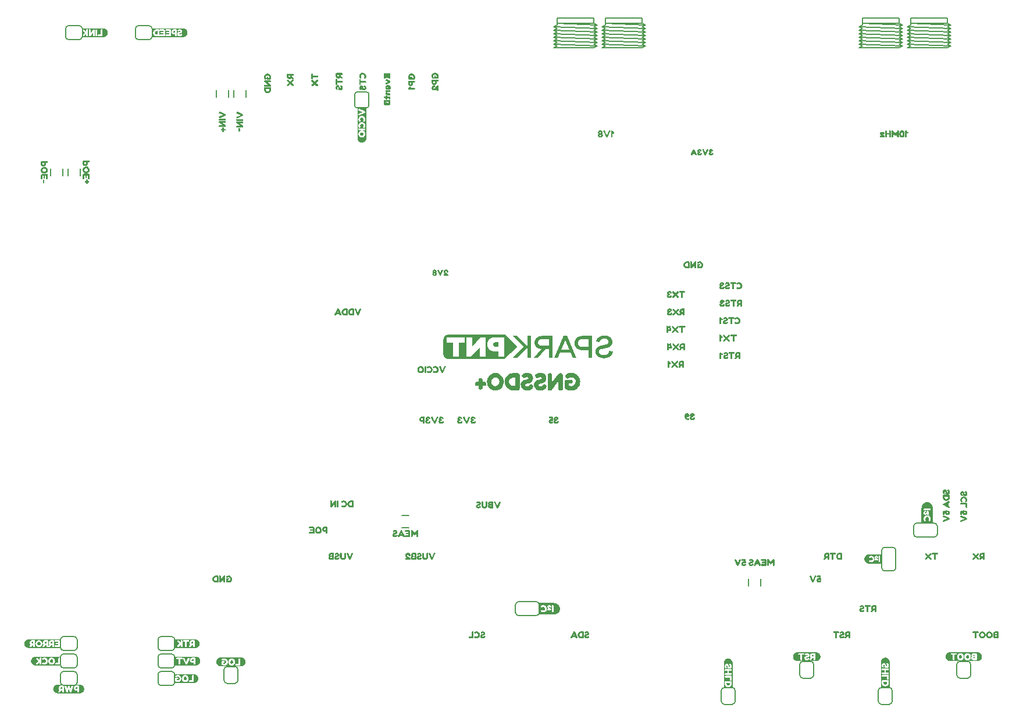
<source format=gbo>
%TF.GenerationSoftware,KiCad,Pcbnew,8.0.7*%
%TF.CreationDate,2025-01-20T10:21:50+00:00*%
%TF.ProjectId,SparkPNT_GNSSDO_Plus_panelized,53706172-6b50-44e5-945f-474e5353444f,rev?*%
%TF.SameCoordinates,Original*%
%TF.FileFunction,Legend,Bot*%
%TF.FilePolarity,Positive*%
%FSLAX46Y46*%
G04 Gerber Fmt 4.6, Leading zero omitted, Abs format (unit mm)*
G04 Created by KiCad (PCBNEW 8.0.7) date 2025-01-20 10:21:50*
%MOMM*%
%LPD*%
G01*
G04 APERTURE LIST*
%ADD10C,0.150000*%
%ADD11C,0.000000*%
%ADD12C,0.152400*%
%ADD13C,0.203200*%
G04 APERTURE END LIST*
D10*
X93345000Y98171000D02*
X92837000Y98425000D01*
X130810000Y98171000D02*
X130302000Y98425000D01*
X80010000Y96901000D02*
X80518000Y97155000D01*
X124968000Y100203000D02*
X124968000Y100457000D01*
X85852000Y97917000D02*
X86360000Y98171000D01*
X131953000Y98171000D02*
X131445000Y97917000D01*
X93345000Y100203000D02*
X92837000Y99949000D01*
X80010000Y98425000D02*
X80518000Y98679000D01*
X80518000Y99187000D02*
X80010000Y99441000D01*
X86995000Y97917000D02*
X87503000Y98171000D01*
X137795000Y98171000D02*
X137287000Y97917000D01*
X137287000Y99441000D02*
X137795000Y99187000D01*
X92837000Y100457000D02*
X93345000Y100203000D01*
X131445000Y99949000D02*
X131953000Y99695000D01*
X80518000Y98679000D02*
X80010000Y98933000D01*
X85852000Y98933000D02*
X86360000Y99187000D01*
X131953000Y100457000D02*
X137287000Y100457000D01*
X137287000Y96901000D02*
X131953000Y96901000D01*
X92837000Y97409000D02*
X93345000Y97663000D01*
X131953000Y97155000D02*
X131445000Y96901000D01*
X80010000Y97409000D02*
X80518000Y97663000D01*
X85852000Y101219000D02*
X85852000Y100457000D01*
X124968000Y98171000D02*
X124460000Y98425000D01*
X124460000Y97409000D02*
X130810000Y97155000D01*
X130302000Y101219000D02*
X130302000Y100457000D01*
X92837000Y96901000D02*
X93345000Y97155000D01*
X124460000Y98933000D02*
X124968000Y99187000D01*
X87503000Y97155000D02*
X86995000Y97409000D01*
X124968000Y96901000D02*
X130302000Y96901000D01*
X124968000Y99695000D02*
X124460000Y99949000D01*
X137287000Y99949000D02*
X137795000Y100203000D01*
X131953000Y99187000D02*
X131445000Y98933000D01*
X124460000Y97409000D02*
X124968000Y97663000D01*
X86360000Y99187000D02*
X85852000Y99441000D01*
X130302000Y97409000D02*
X130810000Y97663000D01*
X124968000Y101219000D02*
X130302000Y101219000D01*
X124968000Y99187000D02*
X124460000Y99441000D01*
X87503000Y100457000D02*
X87503000Y101219000D01*
X93345000Y99187000D02*
X92837000Y99441000D01*
X124460000Y99441000D02*
X124968000Y99695000D01*
X80518000Y99695000D02*
X80010000Y99949000D01*
X87503000Y96901000D02*
X86995000Y96901000D01*
X124460000Y98425000D02*
X130810000Y98171000D01*
X86995000Y98933000D02*
X87503000Y99187000D01*
X137795000Y97663000D02*
X131445000Y97917000D01*
X80010000Y99441000D02*
X86360000Y99187000D01*
X137795000Y99187000D02*
X137287000Y98933000D01*
X124968000Y97155000D02*
X124460000Y97409000D01*
X87503000Y98679000D02*
X86995000Y98933000D01*
X124460000Y99441000D02*
X130810000Y99187000D01*
X80010000Y97917000D02*
X86360000Y97663000D01*
X80010000Y98933000D02*
X86360000Y98679000D01*
X124460000Y99949000D02*
X130810000Y99695000D01*
X80010000Y99949000D02*
X80518000Y100203000D01*
X137795000Y99695000D02*
X137287000Y99441000D01*
X131445000Y97917000D02*
X131953000Y97663000D01*
X137795000Y97663000D02*
X137287000Y97409000D01*
X80010000Y99949000D02*
X86360000Y99695000D01*
X80010000Y99441000D02*
X80518000Y99695000D01*
X86995000Y99441000D02*
X93345000Y99187000D01*
X87503000Y100457000D02*
X93345000Y100203000D01*
X80518000Y100457000D02*
X80518000Y101219000D01*
X93345000Y97663000D02*
X92837000Y97917000D01*
X80518000Y96901000D02*
X85852000Y96901000D01*
X80518000Y96901000D02*
X80010000Y96901000D01*
X87503000Y101219000D02*
X92837000Y101219000D01*
X85852000Y99441000D02*
X86360000Y99695000D01*
X86995000Y99949000D02*
X93345000Y99695000D01*
X86995000Y97409000D02*
X87503000Y97663000D01*
X92837000Y100457000D02*
X87503000Y100457000D01*
X124460000Y97917000D02*
X130810000Y97663000D01*
X124460000Y97917000D02*
X124968000Y98171000D01*
X137287000Y98425000D02*
X137795000Y98171000D01*
X80010000Y97409000D02*
X86360000Y97155000D01*
X137795000Y99187000D02*
X131445000Y99441000D01*
X130810000Y100203000D02*
X130302000Y99949000D01*
X130810000Y97155000D02*
X130302000Y97409000D01*
X80010000Y98425000D02*
X86360000Y98171000D01*
X80518000Y101219000D02*
X85852000Y101219000D01*
X137287000Y101219000D02*
X131953000Y101219000D01*
X124968000Y100457000D02*
X124968000Y101219000D01*
X86995000Y97409000D02*
X93345000Y97155000D01*
X124460000Y98933000D02*
X130810000Y98679000D01*
X137795000Y98679000D02*
X137287000Y98425000D01*
X137795000Y100203000D02*
X137287000Y100457000D01*
X85852000Y100457000D02*
X80518000Y100457000D01*
X86995000Y97917000D02*
X93345000Y97663000D01*
X137287000Y98933000D02*
X137795000Y98679000D01*
X87503000Y96901000D02*
X92837000Y96901000D01*
X86995000Y99441000D02*
X87503000Y99695000D01*
X131445000Y98425000D02*
X131953000Y98171000D01*
X86995000Y98933000D02*
X93345000Y98679000D01*
X85852000Y99949000D02*
X86360000Y99695000D01*
X87503000Y98171000D02*
X86995000Y98425000D01*
X131953000Y98679000D02*
X131445000Y98425000D01*
X131953000Y101219000D02*
X131953000Y100457000D01*
X130302000Y100457000D02*
X130810000Y100203000D01*
X131445000Y96901000D02*
X131953000Y96901000D01*
X137795000Y98171000D02*
X131445000Y98425000D01*
X131953000Y99695000D02*
X131445000Y99441000D01*
X130302000Y97917000D02*
X130810000Y98171000D01*
X130302000Y98933000D02*
X130810000Y99187000D01*
X86360000Y98171000D02*
X85852000Y98425000D01*
X92837000Y97917000D02*
X93345000Y98171000D01*
X124968000Y96901000D02*
X124460000Y96901000D01*
X92837000Y98425000D02*
X93345000Y98679000D01*
X80518000Y100203000D02*
X80518000Y100457000D01*
X131445000Y98933000D02*
X131953000Y98679000D01*
X86995000Y96901000D02*
X87503000Y97155000D01*
X85852000Y98425000D02*
X86360000Y98679000D01*
X137795000Y97155000D02*
X137287000Y96901000D01*
X92837000Y98933000D02*
X93345000Y99187000D01*
X124460000Y98425000D02*
X124968000Y98679000D01*
X85852000Y97409000D02*
X86360000Y97663000D01*
X93345000Y97155000D02*
X92837000Y97409000D01*
X86995000Y98425000D02*
X93345000Y98171000D01*
X131953000Y100203000D02*
X131445000Y99949000D01*
X130302000Y98425000D02*
X130810000Y98679000D01*
X80010000Y97917000D02*
X80518000Y98171000D01*
X130810000Y98679000D02*
X130302000Y98933000D01*
X137795000Y100203000D02*
X131953000Y100457000D01*
X124968000Y98679000D02*
X124460000Y98933000D01*
X86995000Y98425000D02*
X87503000Y98679000D01*
X92837000Y99949000D02*
X93345000Y99695000D01*
X124968000Y100457000D02*
X130810000Y100203000D01*
X137795000Y98679000D02*
X131445000Y98933000D01*
X130810000Y99187000D02*
X130302000Y99441000D01*
X137795000Y99695000D02*
X137287000Y99949000D01*
X87503000Y97663000D02*
X86995000Y97917000D01*
X93345000Y98679000D02*
X92837000Y98933000D01*
X131953000Y100457000D02*
X131953000Y100203000D01*
X85852000Y100457000D02*
X86360000Y100203000D01*
X131953000Y97663000D02*
X131445000Y97409000D01*
X130810000Y97663000D02*
X130302000Y97917000D01*
X131445000Y97409000D02*
X131953000Y97155000D01*
X124968000Y97663000D02*
X124460000Y97917000D01*
X130302000Y100457000D02*
X124968000Y100457000D01*
X86360000Y100203000D02*
X85852000Y99949000D01*
X87503000Y100203000D02*
X87503000Y100457000D01*
X92837000Y99441000D02*
X93345000Y99695000D01*
X130302000Y99441000D02*
X130810000Y99695000D01*
X137795000Y99695000D02*
X131445000Y99949000D01*
X86360000Y97663000D02*
X85852000Y97917000D01*
X137287000Y100457000D02*
X137287000Y101219000D01*
X137287000Y97409000D02*
X137795000Y97155000D01*
X85852000Y96901000D02*
X86360000Y97155000D01*
X80010000Y98933000D02*
X80518000Y99187000D01*
X80518000Y97663000D02*
X80010000Y97917000D01*
X80518000Y100457000D02*
X86360000Y100203000D01*
X87503000Y99695000D02*
X86995000Y99949000D01*
X80518000Y97155000D02*
X80010000Y97409000D01*
X130302000Y96901000D02*
X130810000Y97155000D01*
X137795000Y97155000D02*
X131445000Y97409000D01*
X86360000Y98679000D02*
X85852000Y98933000D01*
X86995000Y99949000D02*
X87503000Y100203000D01*
X124460000Y99949000D02*
X124968000Y100203000D01*
X92837000Y101219000D02*
X92837000Y100457000D01*
X137287000Y97917000D02*
X137795000Y97663000D01*
X131445000Y99441000D02*
X131953000Y99187000D01*
X87503000Y99187000D02*
X86995000Y99441000D01*
X86360000Y97155000D02*
X85852000Y97409000D01*
X130302000Y99949000D02*
X130810000Y99695000D01*
X124460000Y96901000D02*
X124968000Y97155000D01*
X80518000Y98171000D02*
X80010000Y98425000D01*
D11*
%TO.C,kibuzzard-6781552F*%
G36*
X81183906Y49483176D02*
G01*
X81282260Y49406280D01*
X81318026Y49311502D01*
X81325179Y49191688D01*
X81325179Y47335465D01*
X81318026Y47210286D01*
X81284049Y47111931D01*
X81187482Y47031459D01*
X81003290Y47006423D01*
X80813734Y47031459D01*
X80713591Y47111931D01*
X80679614Y47208498D01*
X80674249Y47331888D01*
X80674249Y48326166D01*
X79747926Y47102990D01*
X79642418Y47026094D01*
X79458226Y47006423D01*
X79268670Y47031459D01*
X79168526Y47111931D01*
X79134549Y47208498D01*
X79129185Y47331888D01*
X79129185Y49177382D01*
X79134549Y49300773D01*
X79168526Y49399127D01*
X79268670Y49481388D01*
X79454649Y49506423D01*
X79640629Y49481388D01*
X79740773Y49404492D01*
X79776538Y49309714D01*
X79783691Y49191688D01*
X79783691Y48165222D01*
X80677825Y49366938D01*
X80742203Y49440258D01*
X80833405Y49484964D01*
X80996137Y49506423D01*
X81183906Y49483176D01*
G37*
G36*
X69522604Y48751774D02*
G01*
X69612017Y48680243D01*
X69642418Y48592618D01*
X69647783Y48483534D01*
X69647783Y48247482D01*
X69880258Y48247482D01*
X69991130Y48242117D01*
X70082332Y48211717D01*
X70157439Y48122303D01*
X70180687Y47950629D01*
X70159227Y47778956D01*
X70089485Y47689542D01*
X70007225Y47659142D01*
X69905293Y47653777D01*
X69647783Y47653777D01*
X69647783Y47421302D01*
X69642418Y47312217D01*
X69612017Y47222804D01*
X69522604Y47147697D01*
X69354506Y47124449D01*
X69182833Y47147697D01*
X69093419Y47221016D01*
X69063019Y47308641D01*
X69057654Y47417725D01*
X69057654Y47653777D01*
X68803720Y47653777D01*
X68701788Y47659142D01*
X68619528Y47689542D01*
X68549785Y47778956D01*
X68528326Y47947053D01*
X68551574Y48120515D01*
X68624893Y48211717D01*
X68712518Y48242117D01*
X68821602Y48247482D01*
X69057654Y48247482D01*
X69057654Y48479957D01*
X69063019Y48589041D01*
X69093419Y48676667D01*
X69182833Y48749986D01*
X69350930Y48773233D01*
X69522604Y48751774D01*
G37*
G36*
X74912446Y49486753D02*
G01*
X75012589Y49406280D01*
X75046567Y49307926D01*
X75051931Y49188112D01*
X75051931Y47339041D01*
X75042990Y47212074D01*
X75005436Y47111931D01*
X74907082Y47035036D01*
X74726466Y47010000D01*
X74397425Y47010000D01*
X74118455Y47010000D01*
X73866980Y47033136D01*
X73634728Y47102543D01*
X73421701Y47218222D01*
X73227897Y47380172D01*
X73066729Y47574758D01*
X72951609Y47788344D01*
X72882538Y48020931D01*
X72860823Y48258212D01*
X73514020Y48258212D01*
X73557833Y48029760D01*
X73689270Y47837969D01*
X73881509Y47707872D01*
X74107725Y47664506D01*
X74397425Y47664506D01*
X74397425Y48855494D01*
X74111302Y48855494D01*
X73882403Y48811681D01*
X73689270Y48680243D01*
X73557833Y48487110D01*
X73514020Y48258212D01*
X72860823Y48258212D01*
X72859514Y48272518D01*
X72882538Y48517511D01*
X72951609Y48744621D01*
X73066729Y48953848D01*
X73227897Y49145193D01*
X73421030Y49304796D01*
X73632046Y49418798D01*
X73860944Y49487200D01*
X74107725Y49510000D01*
X74722890Y49510000D01*
X74912446Y49486753D01*
G37*
G36*
X71778729Y49514918D02*
G01*
X72005615Y49443834D01*
X72213278Y49325361D01*
X72401717Y49159499D01*
X72558190Y48959660D01*
X72669957Y48739256D01*
X72737017Y48498287D01*
X72759371Y48236753D01*
X72736347Y47983489D01*
X72667275Y47749449D01*
X72552155Y47534633D01*
X72390987Y47339041D01*
X72197407Y47176309D01*
X71985050Y47060072D01*
X71753916Y46990329D01*
X71521888Y46968745D01*
X71504006Y46967082D01*
X71260913Y46990664D01*
X71035926Y47061413D01*
X70829046Y47179327D01*
X70640272Y47344406D01*
X70483016Y47542569D01*
X70370690Y47759732D01*
X70303295Y47995895D01*
X70280830Y48251059D01*
X70935336Y48251059D01*
X70977808Y48004725D01*
X71105222Y47802203D01*
X71294331Y47666742D01*
X71521888Y47621588D01*
X71742293Y47668083D01*
X71931402Y47807568D01*
X72061499Y48011431D01*
X72104864Y48251059D01*
X72061946Y48495604D01*
X71933190Y48699914D01*
X71743634Y48838058D01*
X71518312Y48884106D01*
X71295672Y48838058D01*
X71107010Y48699914D01*
X70978255Y48495604D01*
X70935336Y48251059D01*
X70280830Y48251059D01*
X70303630Y48510693D01*
X70372031Y48749539D01*
X70486034Y48967596D01*
X70645637Y49164864D01*
X70837876Y49328379D01*
X71049785Y49445175D01*
X71281366Y49515253D01*
X71532618Y49538612D01*
X71778729Y49514918D01*
G37*
G36*
X76382801Y49525300D02*
G01*
X76584279Y49453173D01*
X76757940Y49332961D01*
X76891067Y49176190D01*
X76970943Y48994382D01*
X76997568Y48787539D01*
X76968956Y48555064D01*
X76883119Y48361931D01*
X76740057Y48208140D01*
X76539771Y48093691D01*
X76404310Y48044961D01*
X76233977Y47998913D01*
X75953219Y47914864D01*
X75860229Y47803991D01*
X75924607Y47637682D01*
X76135622Y47585823D01*
X76276896Y47619800D01*
X76421745Y47750343D01*
X76583087Y47880688D01*
X76738070Y47904532D01*
X76886695Y47821874D01*
X77036910Y47592976D01*
X76947496Y47360501D01*
X76926037Y47335465D01*
X76886695Y47285393D01*
X76824106Y47222804D01*
X76738269Y47153062D01*
X76627396Y47085107D01*
X76489700Y47026094D01*
X76321602Y46986753D01*
X76121316Y46970658D01*
X75883476Y46997482D01*
X75638484Y47088684D01*
X75418526Y47247840D01*
X75262947Y47489256D01*
X75217346Y47643941D01*
X75202146Y47814721D01*
X75235676Y48082067D01*
X75336266Y48276094D01*
X75493187Y48412003D01*
X75695708Y48504993D01*
X75924607Y48560429D01*
X76142775Y48605136D01*
X76284049Y48667725D01*
X76346638Y48783963D01*
X76289413Y48893047D01*
X76157082Y48937754D01*
X76039056Y48925236D01*
X75969313Y48898412D01*
X75919242Y48857282D01*
X75878112Y48823305D01*
X75638484Y48757139D01*
X75427468Y48930601D01*
X75341631Y49150558D01*
X75470386Y49334750D01*
X75655969Y49453968D01*
X75883675Y49525498D01*
X76153505Y49549342D01*
X76382801Y49525300D01*
G37*
G36*
X78321284Y49525300D02*
G01*
X78522763Y49453173D01*
X78696423Y49332961D01*
X78829550Y49176190D01*
X78909426Y48994382D01*
X78936052Y48787539D01*
X78907439Y48555064D01*
X78821602Y48361931D01*
X78678541Y48208140D01*
X78478255Y48093691D01*
X78342793Y48044961D01*
X78172461Y47998913D01*
X77891702Y47914864D01*
X77798712Y47803991D01*
X77863090Y47637682D01*
X78074106Y47585823D01*
X78215379Y47619800D01*
X78360229Y47750343D01*
X78521570Y47880688D01*
X78676554Y47904532D01*
X78825179Y47821874D01*
X78975393Y47592976D01*
X78885980Y47360501D01*
X78864521Y47335465D01*
X78825179Y47285393D01*
X78762589Y47222804D01*
X78676753Y47153062D01*
X78565880Y47085107D01*
X78428183Y47026094D01*
X78260086Y46986753D01*
X78059800Y46970658D01*
X77821960Y46997482D01*
X77576967Y47088684D01*
X77357010Y47247840D01*
X77201431Y47489256D01*
X77155830Y47643941D01*
X77140629Y47814721D01*
X77174160Y48082067D01*
X77274750Y48276094D01*
X77431670Y48412003D01*
X77634192Y48504993D01*
X77863090Y48560429D01*
X78081259Y48605136D01*
X78222532Y48667725D01*
X78285122Y48783963D01*
X78227897Y48893047D01*
X78095565Y48937754D01*
X77977539Y48925236D01*
X77907797Y48898412D01*
X77857725Y48857282D01*
X77816595Y48823305D01*
X77576967Y48757139D01*
X77365951Y48930601D01*
X77280114Y49150558D01*
X77408870Y49334750D01*
X77594452Y49453968D01*
X77822159Y49525498D01*
X78091989Y49549342D01*
X78321284Y49525300D01*
G37*
G36*
X82842860Y49529783D02*
G01*
X83079024Y49460376D01*
X83296187Y49344697D01*
X83494349Y49182747D01*
X83659429Y48988384D01*
X83777343Y48775469D01*
X83848091Y48543999D01*
X83871674Y48293977D01*
X83848426Y48031772D01*
X83778684Y47788791D01*
X83662446Y47565034D01*
X83499714Y47360501D01*
X83304793Y47189945D01*
X83091989Y47068119D01*
X82861302Y46995023D01*
X82612732Y46970658D01*
X82338531Y46986156D01*
X82102480Y47032651D01*
X81904578Y47110143D01*
X81773140Y47192851D01*
X81672103Y47290758D01*
X81586266Y47496409D01*
X81586266Y48229599D01*
X81588054Y48319013D01*
X81604149Y48397697D01*
X81647067Y48469227D01*
X81731116Y48515722D01*
X81868813Y48540758D01*
X82494707Y48540758D01*
X82591273Y48535393D01*
X82669957Y48506781D01*
X82736123Y48422732D01*
X82755794Y48265365D01*
X82737911Y48104421D01*
X82677110Y48020372D01*
X82602003Y47991760D01*
X82505436Y47986395D01*
X82240773Y47986395D01*
X82240773Y47678813D01*
X82392775Y47643941D01*
X82598426Y47632318D01*
X82830007Y47681495D01*
X83031187Y47829027D01*
X83170672Y48041831D01*
X83217167Y48286824D01*
X83172461Y48524217D01*
X83038340Y48721373D01*
X82840737Y48854152D01*
X82605579Y48898412D01*
X82384728Y48873376D01*
X82201431Y48798269D01*
X82008298Y48716009D01*
X81875966Y48763398D01*
X81743634Y48905565D01*
X81661373Y49105851D01*
X81695351Y49209571D01*
X81761516Y49284678D01*
X81861660Y49356209D01*
X82015004Y49438916D01*
X82203219Y49501059D01*
X82402164Y49539954D01*
X82587697Y49552918D01*
X82842860Y49529783D01*
G37*
%TO.C,kibuzzard-66A11DB0*%
G36*
X98202732Y58885665D02*
G01*
X98257811Y58792675D01*
X98209886Y58701116D01*
X97952375Y58419285D01*
X98208455Y58137454D01*
X98257811Y58045179D01*
X98201302Y57954335D01*
X98104020Y57903548D01*
X98016753Y57962918D01*
X97776409Y58226152D01*
X97537496Y57962918D01*
X97450229Y57903548D01*
X97352947Y57954335D01*
X97296438Y58045179D01*
X97345794Y58137454D01*
X97601874Y58419285D01*
X97344363Y58701116D01*
X97295722Y58792675D01*
X97351516Y58885665D01*
X97448798Y58936452D01*
X97536066Y58877082D01*
X97776409Y58612418D01*
X98018183Y58877082D01*
X98105451Y58936452D01*
X98202732Y58885665D01*
G37*
G36*
X99028197Y58909986D02*
G01*
X99068255Y58877082D01*
X99081845Y58837740D01*
X99083991Y58789814D01*
X99083991Y58051617D01*
X99081845Y58002260D01*
X99068255Y57962918D01*
X99028197Y57930014D01*
X98953805Y57920000D01*
X98877983Y57930014D01*
X98837926Y57962203D01*
X98824335Y58000830D01*
X98822189Y58050186D01*
X98822189Y58188956D01*
X98689142Y58188956D01*
X98536066Y57981516D01*
X98455951Y57914993D01*
X98354378Y57954335D01*
X98285708Y58038741D01*
X98324335Y58137454D01*
X98427339Y58274793D01*
X98357398Y58352682D01*
X98315433Y58445195D01*
X98301445Y58552332D01*
X98301596Y58553763D01*
X98563247Y58553763D01*
X98596152Y58475079D01*
X98664821Y58449328D01*
X98822189Y58449328D01*
X98822189Y58658197D01*
X98667682Y58658197D01*
X98594006Y58628155D01*
X98563247Y58553763D01*
X98301596Y58553763D01*
X98310386Y58637275D01*
X98337210Y58714707D01*
X98378162Y58780694D01*
X98429485Y58831302D01*
X98487067Y58869213D01*
X98546795Y58897110D01*
X98606702Y58914278D01*
X98664821Y58920000D01*
X98952375Y58920000D01*
X99028197Y58909986D01*
G37*
G36*
X96961674Y58927868D02*
G01*
X97027482Y58910701D01*
X97080415Y58885665D01*
X97122618Y58856338D01*
X97154092Y58825579D01*
X97176981Y58796967D01*
X97191288Y58773362D01*
X97199156Y58757625D01*
X97201302Y58752618D01*
X97222046Y58653906D01*
X97151230Y58575222D01*
X97074613Y58549630D01*
X97014527Y58566320D01*
X96970973Y58625293D01*
X96929485Y58668212D01*
X96867969Y58682518D01*
X96802876Y58664635D01*
X96779270Y58615279D01*
X96800014Y58578798D01*
X96866538Y58569499D01*
X96876552Y58569499D01*
X96922332Y58567353D01*
X96958813Y58555193D01*
X96988856Y58517997D01*
X96998155Y58446466D01*
X96989571Y58383519D01*
X96972403Y58346323D01*
X96940215Y58328441D01*
X96907310Y58322003D01*
X96867969Y58322003D01*
X96785351Y58301259D01*
X96757811Y58239027D01*
X96791431Y58179657D01*
X96880844Y58157482D01*
X96931631Y58165351D01*
X96965966Y58182518D01*
X96987425Y58203977D01*
X96998155Y58221144D01*
X97001016Y58229013D01*
X97042504Y58296252D01*
X97121187Y58311989D01*
X97228484Y58289456D01*
X97264249Y58221860D01*
X97251532Y58140394D01*
X97213383Y58065764D01*
X97149800Y57997969D01*
X97069208Y57944320D01*
X96980033Y57912132D01*
X96882275Y57901402D01*
X96777124Y57912132D01*
X96684850Y57944320D01*
X96605451Y57997969D01*
X96544649Y58067989D01*
X96508169Y58149296D01*
X96496009Y58241888D01*
X96505665Y58310558D01*
X96534635Y58367783D01*
X96614750Y58445036D01*
X96540715Y58516209D01*
X96516037Y58621001D01*
X96527085Y58697778D01*
X96560227Y58769785D01*
X96615465Y58837024D01*
X96689301Y58891070D01*
X96778237Y58923497D01*
X96882275Y58934306D01*
X96961674Y58927868D01*
G37*
%TO.C,kibuzzard-65A7F548*%
G36*
X63109971Y43167201D02*
G01*
X63171437Y43124834D01*
X63191926Y43078301D01*
X63171090Y43011626D01*
X62787709Y42233751D01*
X62741175Y42184439D01*
X62675195Y42165687D01*
X62661304Y42165687D01*
X62596712Y42184439D01*
X62550179Y42233751D01*
X62166798Y43011626D01*
X62145962Y43078301D01*
X62166450Y43124834D01*
X62227916Y43167201D01*
X62309871Y43190815D01*
X62370990Y43153310D01*
X62390437Y43111638D01*
X62668249Y42503229D01*
X62683355Y42535351D01*
X62717561Y42609492D01*
X62762705Y42707595D01*
X62810628Y42811601D01*
X62858377Y42915607D01*
X62903001Y43013709D01*
X62937901Y43090108D01*
X62956480Y43129002D01*
X62979399Y43165812D01*
X63003013Y43185259D01*
X63039823Y43190815D01*
X63109971Y43167201D01*
G37*
G36*
X61172923Y43173104D02*
G01*
X61209734Y43144976D01*
X61222930Y43108166D01*
X61225013Y43060243D01*
X61225013Y42289313D01*
X61216679Y42217082D01*
X61179869Y42178536D01*
X61102776Y42165687D01*
X61031239Y42175063D01*
X60994429Y42203191D01*
X60981233Y42240002D01*
X60979149Y42287924D01*
X60979149Y42444888D01*
X60805516Y42444888D01*
X60724025Y42454766D01*
X60644385Y42484399D01*
X60566598Y42533788D01*
X60514855Y42584315D01*
X60473530Y42649775D01*
X60446444Y42727042D01*
X60437415Y42812990D01*
X60681890Y42812990D01*
X60722173Y42721312D01*
X60804127Y42690752D01*
X60979149Y42690752D01*
X60979149Y42936616D01*
X60805516Y42936616D01*
X60722173Y42905363D01*
X60681890Y42812990D01*
X60437415Y42812990D01*
X60446444Y42899112D01*
X60473530Y42976899D01*
X60514855Y43042880D01*
X60566598Y43093580D01*
X60644231Y43142969D01*
X60723407Y43172603D01*
X60804127Y43182480D01*
X61101387Y43182480D01*
X61172923Y43173104D01*
G37*
G36*
X61774561Y43192898D02*
G01*
X61836895Y43178313D01*
X61928573Y43135252D01*
X61986220Y43080384D01*
X62016779Y43036629D01*
X62048727Y42942173D01*
X62031364Y42892514D01*
X61979274Y42849105D01*
X61902876Y42824102D01*
X61850091Y42841466D01*
X61811198Y42893555D01*
X61802863Y42910224D01*
X61766748Y42943562D01*
X61688266Y42960230D01*
X61611173Y42933838D01*
X61583391Y42878276D01*
X61609784Y42837646D01*
X61688960Y42824102D01*
X61761191Y42817157D01*
X61799738Y42779305D01*
X61812587Y42701865D01*
X61803211Y42630675D01*
X61775082Y42594907D01*
X61738966Y42581016D01*
X61675764Y42578238D01*
X61595198Y42549762D01*
X61561166Y42483782D01*
X61595893Y42416413D01*
X61640343Y42394014D01*
X61704240Y42386548D01*
X61762580Y42394882D01*
X61838979Y42461557D01*
X61880651Y42533788D01*
X61954271Y42547679D01*
X62056367Y42527538D01*
X62090399Y42467113D01*
X62075120Y42392104D01*
X62072341Y42378213D01*
X62057062Y42342098D01*
X62022682Y42286882D01*
X61983441Y42243474D01*
X61903184Y42189455D01*
X61810580Y42157044D01*
X61705629Y42146240D01*
X61599906Y42156966D01*
X61506839Y42189146D01*
X61426427Y42242780D01*
X61364691Y42312927D01*
X61327650Y42394651D01*
X61315302Y42487949D01*
X61326762Y42558791D01*
X61361141Y42621299D01*
X61404897Y42666444D01*
X61445874Y42696309D01*
X61445874Y42706032D01*
X61385682Y42749633D01*
X61349566Y42808205D01*
X61337527Y42881748D01*
X61348486Y42960076D01*
X61381360Y43033002D01*
X61436151Y43100526D01*
X61509925Y43154545D01*
X61599751Y43186956D01*
X61705629Y43197760D01*
X61774561Y43192898D01*
G37*
G36*
X63706747Y43192898D02*
G01*
X63769081Y43178313D01*
X63860759Y43135252D01*
X63918405Y43080384D01*
X63948965Y43036629D01*
X63980913Y42942173D01*
X63963550Y42892514D01*
X63911460Y42849105D01*
X63835062Y42824102D01*
X63782277Y42841466D01*
X63743384Y42893555D01*
X63735049Y42910224D01*
X63698934Y42943562D01*
X63620452Y42960230D01*
X63543359Y42933838D01*
X63515577Y42878276D01*
X63541970Y42837646D01*
X63621146Y42824102D01*
X63693377Y42817157D01*
X63731924Y42779305D01*
X63744773Y42701865D01*
X63735396Y42630675D01*
X63707268Y42594907D01*
X63671152Y42581016D01*
X63607950Y42578238D01*
X63527384Y42549762D01*
X63493352Y42483782D01*
X63528079Y42416413D01*
X63572529Y42394014D01*
X63636426Y42386548D01*
X63694766Y42394882D01*
X63771165Y42461557D01*
X63812837Y42533788D01*
X63886457Y42547679D01*
X63988553Y42527538D01*
X64022585Y42467113D01*
X64007305Y42392104D01*
X64004527Y42378213D01*
X63989248Y42342098D01*
X63954868Y42286882D01*
X63915627Y42243474D01*
X63835370Y42189455D01*
X63742766Y42157044D01*
X63637815Y42146240D01*
X63532092Y42156966D01*
X63439025Y42189146D01*
X63358613Y42242780D01*
X63296877Y42312927D01*
X63259836Y42394651D01*
X63247488Y42487949D01*
X63258948Y42558791D01*
X63293327Y42621299D01*
X63337083Y42666444D01*
X63378060Y42696309D01*
X63378060Y42706032D01*
X63317867Y42749633D01*
X63281752Y42808205D01*
X63269713Y42881748D01*
X63280671Y42960076D01*
X63313546Y43033002D01*
X63368337Y43100526D01*
X63442111Y43154545D01*
X63531937Y43186956D01*
X63637815Y43197760D01*
X63706747Y43192898D01*
G37*
%TO.C,kibuzzard-65A7F5CF*%
G36*
X98115735Y56359921D02*
G01*
X98169909Y56274494D01*
X98121291Y56186983D01*
X97842090Y55880000D01*
X98121291Y55573017D01*
X98169909Y55484117D01*
X98115041Y55400079D01*
X98024752Y55350767D01*
X97939324Y55406330D01*
X97675402Y55709145D01*
X97411480Y55406330D01*
X97326053Y55350767D01*
X97235764Y55399384D01*
X97182285Y55484117D01*
X97229513Y55573017D01*
X97508715Y55880000D01*
X97229513Y56186983D01*
X97182285Y56274494D01*
X97236459Y56360616D01*
X97326053Y56409233D01*
X97411480Y56353670D01*
X97675402Y56050855D01*
X97939324Y56353670D01*
X98024752Y56409233D01*
X98115735Y56359921D01*
G37*
G36*
X99154754Y56371728D02*
G01*
X99178368Y56341863D01*
X99185313Y56284217D01*
X99178368Y56225877D01*
X99150587Y56193234D01*
X99085301Y56182816D01*
X98818601Y56182816D01*
X98818601Y55485506D01*
X98816517Y55437584D01*
X98804016Y55401468D01*
X98767900Y55372992D01*
X98699141Y55364658D01*
X98629688Y55372992D01*
X98592878Y55401468D01*
X98580377Y55436889D01*
X98578293Y55484117D01*
X98578293Y56182816D01*
X98312982Y56182816D01*
X98242140Y56195317D01*
X98218526Y56225182D01*
X98211580Y56282828D01*
X98218526Y56341169D01*
X98246307Y56373812D01*
X98311593Y56384230D01*
X99083912Y56384230D01*
X99154754Y56371728D01*
G37*
G36*
X96981566Y56373117D02*
G01*
X97006569Y56341169D01*
X97021154Y56292552D01*
X97136446Y55827216D01*
X97140613Y55771653D01*
X97133668Y55711923D01*
X97095816Y55672335D01*
X97018376Y55659139D01*
X96641940Y55659139D01*
X96641940Y55489673D01*
X96633605Y55417442D01*
X96615548Y55389661D01*
X96579432Y55372992D01*
X96515535Y55366047D01*
X96448166Y55374381D01*
X96407883Y55408413D01*
X96394687Y55488284D01*
X96394687Y56260603D01*
X96396770Y56309220D01*
X96409966Y56346030D01*
X96447471Y56375201D01*
X96517619Y56384230D01*
X96588461Y56376590D01*
X96626660Y56349503D01*
X96639856Y56314777D01*
X96641940Y56267548D01*
X96641940Y55888334D01*
X96868357Y55888334D01*
X96783624Y56227266D01*
X96782235Y56231433D01*
X96772512Y56289773D01*
X96796820Y56343252D01*
X96869746Y56378673D01*
X96933643Y56388397D01*
X96981566Y56373117D01*
G37*
D12*
%TO.C,JP13*%
X8940800Y98501200D02*
X8940800Y99618800D01*
X9398000Y100076000D02*
X10922000Y100076000D01*
X10922000Y98044000D02*
X9398000Y98044000D01*
X11379200Y98501200D02*
X11379200Y99618800D01*
X8940800Y99618800D02*
G75*
G02*
X9398000Y100076000I457201J-1D01*
G01*
X9398000Y98044000D02*
G75*
G02*
X8940800Y98501200I1J457201D01*
G01*
X10922000Y100076000D02*
G75*
G02*
X11379200Y99618800I0J-457200D01*
G01*
X11379200Y98501200D02*
G75*
G02*
X10922000Y98044000I-457200J0D01*
G01*
D11*
%TO.C,kibuzzard-66A36AE8*%
G36*
X128508197Y4440507D02*
G01*
X128490851Y4350021D01*
X128438813Y4273125D01*
X128362096Y4220550D01*
X128270715Y4203025D01*
X128179156Y4220550D01*
X128101903Y4273125D01*
X128049328Y4350378D01*
X128031803Y4441938D01*
X128031803Y4556387D01*
X128508197Y4556387D01*
X128508197Y4440507D01*
G37*
G36*
X128904955Y6431923D02*
G01*
X128904955Y5470550D01*
X128904955Y4688003D01*
X128904955Y3941222D01*
X128904955Y3822004D01*
X127635045Y3822004D01*
X127635045Y3941222D01*
X127635045Y4686573D01*
X127770000Y4686573D01*
X127770000Y4440507D01*
X127779120Y4341794D01*
X127806481Y4250235D01*
X127852082Y4165829D01*
X127915923Y4088576D01*
X127992461Y4024108D01*
X128076152Y3978061D01*
X128166996Y3950432D01*
X128264993Y3941222D01*
X128365628Y3950432D01*
X128458662Y3978061D01*
X128544097Y4024108D01*
X128621931Y4088576D01*
X128686711Y4166097D01*
X128732983Y4251308D01*
X128760746Y4344209D01*
X128770000Y4444799D01*
X128770000Y4688003D01*
X128759986Y4760249D01*
X128729227Y4799591D01*
X128689170Y4814613D01*
X128638383Y4818189D01*
X127898755Y4818189D01*
X127850830Y4816043D01*
X127811488Y4802453D01*
X127779299Y4762395D01*
X127770000Y4686573D01*
X127635045Y4686573D01*
X127635045Y5469119D01*
X127770000Y5469119D01*
X127780014Y5394727D01*
X127812918Y5354670D01*
X127852260Y5341079D01*
X127901617Y5338933D01*
X128548255Y5338933D01*
X128548255Y4989863D01*
X128550401Y4949091D01*
X128561845Y4916186D01*
X128595465Y4888289D01*
X128659843Y4879706D01*
X128722790Y4888289D01*
X128757124Y4916186D01*
X128769285Y4950521D01*
X128771431Y4991294D01*
X128771431Y5470550D01*
X128761416Y5544942D01*
X128728512Y5584999D01*
X128689170Y5598590D01*
X128639814Y5600736D01*
X127900186Y5600736D01*
X127852260Y5598590D01*
X127812918Y5584999D01*
X127780014Y5544942D01*
X127770000Y5469119D01*
X127635045Y5469119D01*
X127635045Y6430493D01*
X127770000Y6430493D01*
X127780014Y6356101D01*
X127812918Y6316043D01*
X127852260Y6302453D01*
X127901617Y6300307D01*
X128159127Y6300307D01*
X128159127Y5974126D01*
X127900186Y5974126D01*
X127852260Y5971980D01*
X127812918Y5958390D01*
X127780014Y5918332D01*
X127770000Y5842510D01*
X127780014Y5768118D01*
X127812918Y5728061D01*
X127852260Y5714470D01*
X127901617Y5712324D01*
X128639814Y5712324D01*
X128689170Y5714470D01*
X128727797Y5728061D01*
X128759986Y5768118D01*
X128770000Y5843940D01*
X128759986Y5918332D01*
X128727082Y5958390D01*
X128687740Y5971980D01*
X128638383Y5974126D01*
X128382303Y5974126D01*
X128382303Y6300307D01*
X128639814Y6300307D01*
X128689170Y6302453D01*
X128727797Y6316043D01*
X128759986Y6356101D01*
X128770000Y6431923D01*
X128759986Y6506315D01*
X128727082Y6546372D01*
X128687740Y6559963D01*
X128638383Y6562109D01*
X127900186Y6562109D01*
X127852260Y6559963D01*
X127812918Y6546372D01*
X127780014Y6506315D01*
X127770000Y6430493D01*
X127635045Y6430493D01*
X127635045Y7002739D01*
X127754263Y7002739D01*
X127763801Y6894807D01*
X127792413Y6803724D01*
X127840100Y6729491D01*
X127913777Y6677989D01*
X128001760Y6712324D01*
X128071144Y6796730D01*
X128044678Y6892581D01*
X128031087Y6909033D01*
X128014635Y6929062D01*
X128003906Y6956959D01*
X127998898Y7004169D01*
X128016781Y7057102D01*
X128060415Y7079992D01*
X128106910Y7054956D01*
X128131946Y6998447D01*
X128149828Y6911179D01*
X128172003Y6819620D01*
X128209199Y6738611D01*
X128263562Y6675843D01*
X128341173Y6635607D01*
X128448112Y6622195D01*
X128516423Y6628275D01*
X128578298Y6646515D01*
X128674864Y6708747D01*
X128738526Y6796730D01*
X128775007Y6894727D01*
X128785737Y6989863D01*
X128779299Y7069978D01*
X128763562Y7137216D01*
X128739957Y7192295D01*
X128712775Y7236644D01*
X128684878Y7270979D01*
X128659843Y7296015D01*
X128639814Y7311752D01*
X128629800Y7320335D01*
X128536810Y7356101D01*
X128445250Y7296015D01*
X128412187Y7236565D01*
X128421725Y7174571D01*
X128473863Y7110035D01*
X128526080Y7052095D01*
X128539671Y6995586D01*
X128518927Y6911179D01*
X128452403Y6885428D01*
X128408054Y6922624D01*
X128374435Y7034928D01*
X128356016Y7103061D01*
X128336524Y7157245D01*
X128290744Y7237360D01*
X128229227Y7294584D01*
X128151974Y7328919D01*
X128058984Y7340364D01*
X127976247Y7329714D01*
X127903524Y7297763D01*
X127840815Y7244513D01*
X127792731Y7175048D01*
X127763880Y7094457D01*
X127754263Y7002739D01*
X127635045Y7002739D01*
X127635045Y7361823D01*
X127635045Y7481041D01*
X127638103Y7543277D01*
X127647246Y7604915D01*
X127662386Y7665359D01*
X127683378Y7724028D01*
X127710020Y7780357D01*
X127742054Y7833803D01*
X127779173Y7883852D01*
X127821019Y7930022D01*
X127867189Y7971868D01*
X127917238Y8008987D01*
X127970684Y8041021D01*
X128027013Y8067663D01*
X128085682Y8088655D01*
X128146126Y8103795D01*
X128207764Y8112938D01*
X128270000Y8115996D01*
X128332236Y8112938D01*
X128393874Y8103795D01*
X128454318Y8088655D01*
X128512987Y8067663D01*
X128569316Y8041021D01*
X128622762Y8008987D01*
X128672811Y7971868D01*
X128718981Y7930022D01*
X128760827Y7883852D01*
X128797946Y7833803D01*
X128829980Y7780357D01*
X128856622Y7724028D01*
X128877614Y7665359D01*
X128892754Y7604915D01*
X128901897Y7543277D01*
X128904955Y7481041D01*
X128904955Y7361823D01*
X128904955Y6989863D01*
X128904955Y6431923D01*
G37*
%TO.C,kibuzzard-66A11E07*%
G36*
X104352841Y57625680D02*
G01*
X104375731Y57607082D01*
X104557419Y57443991D01*
X104601053Y57395351D01*
X104617505Y57349571D01*
X104573156Y57255150D01*
X104488034Y57205079D01*
X104400052Y57246567D01*
X104385745Y57259442D01*
X104385745Y56775894D01*
X104357133Y56674320D01*
X104256990Y56645708D01*
X104155416Y56674320D01*
X104126804Y56774464D01*
X104126804Y57518383D01*
X104155416Y57620672D01*
X104255559Y57650000D01*
X104352841Y57625680D01*
G37*
G36*
X106227662Y57649285D02*
G01*
X106260567Y57637840D01*
X106288464Y57604936D01*
X106297047Y57542704D01*
X106288464Y57478326D01*
X106261282Y57444707D01*
X106229093Y57433262D01*
X106188320Y57431116D01*
X105989465Y57431116D01*
X105989465Y56777325D01*
X105987319Y56729399D01*
X105974443Y56690773D01*
X105935817Y56658584D01*
X105862140Y56648569D01*
X105787748Y56658584D01*
X105747691Y56690057D01*
X105734100Y56727969D01*
X105731954Y56775894D01*
X105731954Y57431116D01*
X105534529Y57431116D01*
X105493757Y57433262D01*
X105460853Y57444707D01*
X105432956Y57478326D01*
X105424372Y57541273D01*
X105432956Y57604220D01*
X105460137Y57637840D01*
X105492326Y57649285D01*
X105533099Y57651431D01*
X106186890Y57651431D01*
X106227662Y57649285D01*
G37*
G36*
X105119810Y57656120D02*
G01*
X105200401Y57627269D01*
X105269866Y57579185D01*
X105323116Y57516476D01*
X105355067Y57443753D01*
X105365717Y57361016D01*
X105354272Y57268026D01*
X105319937Y57190773D01*
X105262712Y57129256D01*
X105182598Y57083476D01*
X105128413Y57063984D01*
X105060280Y57045565D01*
X104947977Y57011946D01*
X104910781Y56967597D01*
X104936532Y56901073D01*
X105020938Y56880329D01*
X105077448Y56893920D01*
X105135388Y56946137D01*
X105199924Y56998275D01*
X105261918Y57007813D01*
X105321368Y56974750D01*
X105381454Y56883190D01*
X105345688Y56790200D01*
X105337104Y56780186D01*
X105321368Y56760157D01*
X105296332Y56735122D01*
X105261997Y56707225D01*
X105217648Y56680043D01*
X105162569Y56656438D01*
X105095330Y56640701D01*
X105015216Y56634263D01*
X104920080Y56644993D01*
X104822083Y56681474D01*
X104734100Y56745136D01*
X104671868Y56841702D01*
X104653628Y56903577D01*
X104647548Y56971888D01*
X104660960Y57078827D01*
X104701196Y57156438D01*
X104763964Y57210801D01*
X104844973Y57247997D01*
X104936532Y57270172D01*
X105023800Y57288054D01*
X105080309Y57313090D01*
X105105345Y57359585D01*
X105082455Y57403219D01*
X105029522Y57421102D01*
X104982312Y57416094D01*
X104954415Y57405365D01*
X104934386Y57388913D01*
X104917934Y57375322D01*
X104822083Y57348856D01*
X104737677Y57418240D01*
X104703342Y57506223D01*
X104754844Y57579900D01*
X104829077Y57627587D01*
X104920160Y57656199D01*
X105028092Y57665737D01*
X105119810Y57656120D01*
G37*
G36*
X106742147Y57655722D02*
G01*
X106808492Y57642847D01*
X106877162Y57620136D01*
X106947262Y57586338D01*
X107014322Y57542704D01*
X107073871Y57490486D01*
X107124658Y57426288D01*
X107165431Y57346710D01*
X107192255Y57255150D01*
X107201196Y57155007D01*
X107192076Y57050930D01*
X107164715Y56956152D01*
X107123406Y56874070D01*
X107072441Y56808083D01*
X107012891Y56754435D01*
X106945831Y56709371D01*
X106876089Y56674499D01*
X106808492Y56651431D01*
X106743936Y56638555D01*
X106683313Y56634263D01*
X106590800Y56643165D01*
X106502102Y56669870D01*
X106417219Y56714378D01*
X106358564Y56758011D01*
X106338535Y56810229D01*
X106370009Y56893205D01*
X106421511Y56954363D01*
X106470152Y56974750D01*
X106541682Y56946137D01*
X106613571Y56910730D01*
X106689036Y56898927D01*
X106797763Y56921817D01*
X106849443Y56953827D01*
X106895760Y57004077D01*
X106928485Y57069707D01*
X106939393Y57147854D01*
X106933313Y57208655D01*
X106915073Y57262303D01*
X106851411Y57340272D01*
X106770581Y57382475D01*
X106689036Y57396781D01*
X106654701Y57395351D01*
X106626089Y57390343D01*
X106603199Y57384621D01*
X106583886Y57377468D01*
X106570295Y57369599D01*
X106558134Y57361731D01*
X106548835Y57355293D01*
X106471582Y57322389D01*
X106422226Y57341702D01*
X106368578Y57399642D01*
X106337104Y57479757D01*
X106350695Y57522675D01*
X106377162Y57552718D01*
X106415788Y57579900D01*
X106506076Y57624408D01*
X106593820Y57651113D01*
X106679021Y57660014D01*
X106742147Y57655722D01*
G37*
%TO.C,kibuzzard-66A11F21*%
G36*
X118147196Y20042263D02*
G01*
X118227310Y19974309D01*
X118213004Y19874881D01*
X117873948Y19129531D01*
X117825308Y19075883D01*
X117745193Y19058000D01*
X117671516Y19077313D01*
X117622160Y19129531D01*
X117283104Y19874881D01*
X117266652Y19973594D01*
X117348913Y20042263D01*
X117454778Y20063007D01*
X117522017Y19982177D01*
X117748054Y19425668D01*
X117974092Y19982177D01*
X118039900Y20063722D01*
X118147196Y20042263D01*
G37*
G36*
X118834607Y20047986D02*
G01*
X118874664Y20010074D01*
X118891116Y19970732D01*
X118898269Y19930675D01*
X118951202Y19524381D01*
X118933319Y19482893D01*
X118869657Y19439974D01*
X118776667Y19411362D01*
X118696552Y19445697D01*
X118640758Y19465725D01*
X118577811Y19442120D01*
X118552060Y19382750D01*
X118576381Y19322664D01*
X118645050Y19301205D01*
X118728026Y19324094D01*
X118825308Y19371305D01*
X118914006Y19322664D01*
X118966938Y19225382D01*
X118912575Y19138114D01*
X118882532Y19112363D01*
X118785250Y19063007D01*
X118713720Y19044230D01*
X118636466Y19037971D01*
X118543476Y19049337D01*
X118460978Y19083433D01*
X118388970Y19140260D01*
X118333335Y19213778D01*
X118299954Y19297946D01*
X118288827Y19392764D01*
X118300272Y19477886D01*
X118334607Y19555854D01*
X118391831Y19626670D01*
X118464157Y19682702D01*
X118543794Y19716321D01*
X118630744Y19727528D01*
X118637897Y19727528D01*
X118662217Y19724667D01*
X118652203Y19800489D01*
X118431888Y19800489D01*
X118386109Y19802635D01*
X118348913Y19815511D01*
X118318155Y19853422D01*
X118308856Y19924953D01*
X118318870Y20002921D01*
X118351059Y20042979D01*
X118389685Y20056569D01*
X118439041Y20059431D01*
X118766652Y20060861D01*
X118834607Y20047986D01*
G37*
%TO.C,kibuzzard-66A12197*%
G36*
X83042461Y11913548D02*
G01*
X83092532Y11858469D01*
X83451617Y11114549D01*
X83470215Y11013691D01*
X83390100Y10944306D01*
X83285665Y10923562D01*
X83214134Y11002961D01*
X83148326Y11140300D01*
X83041030Y11140300D01*
X82796395Y11140300D01*
X82730587Y11004392D01*
X82660486Y10922132D01*
X82554621Y10942876D01*
X82475222Y11012976D01*
X82494535Y11114549D01*
X82614921Y11363476D01*
X82906552Y11363476D01*
X83041030Y11363476D01*
X82973791Y11502246D01*
X82906552Y11363476D01*
X82614921Y11363476D01*
X82853619Y11857039D01*
X82902618Y11914979D01*
X82972361Y11934292D01*
X83042461Y11913548D01*
G37*
G36*
X84322861Y11924993D02*
G01*
X84362918Y11892804D01*
X84376509Y11853462D01*
X84378655Y11805536D01*
X84378655Y11065908D01*
X84375079Y11015122D01*
X84360057Y10975064D01*
X84320715Y10944306D01*
X84248469Y10934292D01*
X84116853Y10934292D01*
X84005265Y10934292D01*
X83904675Y10943546D01*
X83811774Y10971309D01*
X83726563Y11017580D01*
X83649041Y11082361D01*
X83584574Y11160195D01*
X83538526Y11245629D01*
X83510898Y11338664D01*
X83502212Y11433577D01*
X83763491Y11433577D01*
X83781016Y11342196D01*
X83833591Y11265479D01*
X83910486Y11213441D01*
X84000973Y11196094D01*
X84116853Y11196094D01*
X84116853Y11672489D01*
X84002403Y11672489D01*
X83910844Y11654964D01*
X83833591Y11602389D01*
X83781016Y11525136D01*
X83763491Y11433577D01*
X83502212Y11433577D01*
X83501688Y11439299D01*
X83510898Y11537296D01*
X83538526Y11628140D01*
X83584574Y11711831D01*
X83649041Y11788369D01*
X83726295Y11852210D01*
X83810701Y11897811D01*
X83902260Y11925172D01*
X84000973Y11934292D01*
X84247039Y11934292D01*
X84322861Y11924993D01*
G37*
G36*
X84911003Y11940412D02*
G01*
X84991594Y11911561D01*
X85061059Y11863476D01*
X85114309Y11800768D01*
X85146260Y11728045D01*
X85156910Y11645308D01*
X85145465Y11552318D01*
X85111130Y11475064D01*
X85053906Y11413548D01*
X84973791Y11367768D01*
X84919607Y11348276D01*
X84851474Y11329857D01*
X84739170Y11296237D01*
X84701974Y11251888D01*
X84727725Y11185365D01*
X84812132Y11164621D01*
X84868641Y11178212D01*
X84926581Y11230429D01*
X84991117Y11282567D01*
X85053111Y11292105D01*
X85112561Y11259041D01*
X85172647Y11167482D01*
X85136881Y11074492D01*
X85128298Y11064478D01*
X85112561Y11044449D01*
X85087525Y11019413D01*
X85053190Y10991516D01*
X85008841Y10964335D01*
X84953763Y10940730D01*
X84886524Y10924993D01*
X84806409Y10918555D01*
X84711273Y10929285D01*
X84613276Y10965765D01*
X84525293Y11029428D01*
X84463062Y11125994D01*
X84444821Y11187868D01*
X84438741Y11256180D01*
X84452153Y11363119D01*
X84492389Y11440730D01*
X84555157Y11495093D01*
X84636166Y11532289D01*
X84727725Y11554464D01*
X84814993Y11572346D01*
X84871502Y11597382D01*
X84896538Y11643877D01*
X84873648Y11687511D01*
X84820715Y11705393D01*
X84773505Y11700386D01*
X84745608Y11689657D01*
X84725579Y11673205D01*
X84709127Y11659614D01*
X84613276Y11633147D01*
X84528870Y11702532D01*
X84494535Y11790515D01*
X84546037Y11864192D01*
X84620270Y11911879D01*
X84711353Y11940491D01*
X84819285Y11950029D01*
X84911003Y11940412D01*
G37*
%TO.C,kibuzzard-66A120AA*%
G36*
X27551021Y7640029D02*
G01*
X27396514Y7640029D01*
X27325699Y7665780D01*
X27292079Y7744464D01*
X27322837Y7818856D01*
X27397945Y7848898D01*
X27551021Y7848898D01*
X27551021Y7640029D01*
G37*
G36*
X27993787Y8246914D02*
G01*
X28054938Y8237843D01*
X28114905Y8222822D01*
X28173112Y8201996D01*
X28228996Y8175564D01*
X28282021Y8143782D01*
X28331676Y8106956D01*
X28377481Y8065440D01*
X28418997Y8019634D01*
X28455823Y7969980D01*
X28487605Y7916955D01*
X28514037Y7861070D01*
X28534863Y7802864D01*
X28549884Y7742897D01*
X28558955Y7681746D01*
X28561989Y7620000D01*
X28558955Y7558254D01*
X28549884Y7497103D01*
X28534863Y7437136D01*
X28514037Y7378930D01*
X28487605Y7323045D01*
X28455823Y7270020D01*
X28418997Y7220366D01*
X28377481Y7174560D01*
X28331676Y7133044D01*
X28282021Y7096218D01*
X28228996Y7064436D01*
X28173112Y7038004D01*
X28114905Y7017178D01*
X28054938Y7002157D01*
X27993787Y6993086D01*
X27932041Y6990052D01*
X27812823Y6990052D01*
X27682637Y6990052D01*
X26488073Y6990052D01*
X25513825Y6990052D01*
X25076056Y6990052D01*
X24778011Y6990052D01*
X24778011Y8001974D01*
X25076056Y8001974D01*
X25084640Y7939027D01*
X25112537Y7905408D01*
X25145441Y7893963D01*
X25186214Y7891817D01*
X25383639Y7891817D01*
X25383639Y7236595D01*
X25385784Y7188670D01*
X25399375Y7150758D01*
X25439433Y7119285D01*
X25513825Y7109270D01*
X25587501Y7119285D01*
X25626128Y7151474D01*
X25639003Y7190100D01*
X25641149Y7238026D01*
X25641149Y7891817D01*
X25840005Y7891817D01*
X25880777Y7893963D01*
X25912966Y7905408D01*
X25940148Y7939027D01*
X25948732Y8003405D01*
X25945575Y8026295D01*
X26009533Y8026295D01*
X26025985Y7927582D01*
X26365041Y7182232D01*
X26414397Y7130014D01*
X26488073Y7110701D01*
X26568188Y7128584D01*
X26616829Y7182232D01*
X26871935Y7743033D01*
X27031707Y7743033D01*
X27040649Y7658448D01*
X27067473Y7582089D01*
X27108424Y7517175D01*
X27159747Y7466924D01*
X27217687Y7429013D01*
X27278488Y7401116D01*
X27339468Y7383948D01*
X27397945Y7378226D01*
X27551021Y7378226D01*
X27551021Y7240887D01*
X27553166Y7191531D01*
X27566757Y7152904D01*
X27606815Y7120715D01*
X27682637Y7110701D01*
X27757029Y7120715D01*
X27797086Y7153619D01*
X27810677Y7192961D01*
X27812823Y7242318D01*
X27812823Y7980515D01*
X27810677Y8028441D01*
X27797086Y8067783D01*
X27757029Y8100687D01*
X27681206Y8110701D01*
X27396514Y8110701D01*
X27338217Y8104979D01*
X27277773Y8087811D01*
X27217687Y8059914D01*
X27160463Y8022003D01*
X27109497Y7971395D01*
X27068188Y7905408D01*
X27040827Y7827976D01*
X27031707Y7743033D01*
X26871935Y7743033D01*
X26955885Y7927582D01*
X26970191Y8027010D01*
X26890076Y8094964D01*
X26782780Y8116423D01*
X26716972Y8034878D01*
X26490935Y7478369D01*
X26264897Y8034878D01*
X26197659Y8115708D01*
X26091793Y8094964D01*
X26009533Y8026295D01*
X25945575Y8026295D01*
X25940148Y8065637D01*
X25912251Y8098541D01*
X25879347Y8109986D01*
X25838574Y8112132D01*
X25184783Y8112132D01*
X25144010Y8109986D01*
X25111822Y8098541D01*
X25084640Y8064921D01*
X25076056Y8001974D01*
X24778011Y8001974D01*
X24778011Y8249948D01*
X25076056Y8249948D01*
X27812823Y8249948D01*
X27932041Y8249948D01*
X27993787Y8246914D01*
G37*
D13*
%TO.C,JP6*%
X57912000Y28829000D02*
X58928000Y28829000D01*
X57912000Y27051000D02*
X58928000Y27051000D01*
D12*
%TO.C,JP17*%
X8191500Y7061200D02*
X8191500Y8178800D01*
X8648700Y8636000D02*
X10172700Y8636000D01*
X10172700Y6604000D02*
X8648700Y6604000D01*
X10629900Y7061200D02*
X10629900Y8178800D01*
X8191500Y8178800D02*
G75*
G02*
X8648700Y8636000I457201J-1D01*
G01*
X8648700Y6604000D02*
G75*
G02*
X8191500Y7061200I1J457201D01*
G01*
X10172700Y8636000D02*
G75*
G02*
X10629900Y8178800I0J-457200D01*
G01*
X10629900Y7061200D02*
G75*
G02*
X10172700Y6604000I-457200J0D01*
G01*
D11*
%TO.C,kibuzzard-66A21191*%
G36*
X14502873Y99694745D02*
G01*
X14564787Y99685560D01*
X14625504Y99670352D01*
X14684437Y99649265D01*
X14741020Y99622503D01*
X14794707Y99590325D01*
X14844982Y99553038D01*
X14891360Y99511004D01*
X14933394Y99464626D01*
X14970680Y99414352D01*
X15002859Y99360664D01*
X15029621Y99304082D01*
X15050708Y99245148D01*
X15065916Y99184432D01*
X15075100Y99122517D01*
X15078172Y99060000D01*
X15075100Y98997483D01*
X15065916Y98935568D01*
X15050708Y98874852D01*
X15029621Y98815918D01*
X15002859Y98759336D01*
X14970680Y98705648D01*
X14933394Y98655374D01*
X14891360Y98608996D01*
X14844982Y98566962D01*
X14794707Y98529675D01*
X14741020Y98497497D01*
X14684437Y98470735D01*
X14625504Y98449648D01*
X14564787Y98434440D01*
X14502873Y98425255D01*
X14440356Y98422184D01*
X14321138Y98422184D01*
X14190952Y98422184D01*
X13408405Y98422184D01*
X13067919Y98422184D01*
X11624428Y98422184D01*
X11457046Y98422184D01*
X11337828Y98422184D01*
X11337828Y98682318D01*
X11460623Y98682318D01*
X11522855Y98591474D01*
X11624428Y98545694D01*
X11708835Y98607210D01*
X11959192Y98891903D01*
X11959192Y98690186D01*
X11961338Y98640830D01*
X11974929Y98602203D01*
X12014986Y98570014D01*
X12090809Y98560000D01*
X12165201Y98570014D01*
X12205258Y98602918D01*
X12218849Y98642260D01*
X12220995Y98691617D01*
X12220995Y99428383D01*
X12318277Y99428383D01*
X12318277Y98690186D01*
X12320423Y98640830D01*
X12334013Y98602203D01*
X12374071Y98570014D01*
X12449893Y98560000D01*
X12523570Y98567868D01*
X12565773Y98598627D01*
X12936302Y99087897D01*
X12936302Y98690186D01*
X12938448Y98640830D01*
X12952039Y98602203D01*
X12992096Y98570014D01*
X13067919Y98560000D01*
X13141596Y98570014D01*
X13180222Y98602203D01*
X13193813Y98641545D01*
X13196674Y98691617D01*
X13196674Y99429814D01*
X13276789Y99429814D01*
X13276789Y98690186D01*
X13278935Y98640830D01*
X13292526Y98602203D01*
X13332583Y98570014D01*
X13408405Y98560000D01*
X13482797Y98570014D01*
X13522855Y98602918D01*
X13536445Y98642260D01*
X13537720Y98671588D01*
X13600108Y98671588D01*
X13608691Y98608641D01*
X13636588Y98574306D01*
X13670923Y98562146D01*
X13711696Y98560000D01*
X14190952Y98560000D01*
X14265344Y98570014D01*
X14305401Y98602918D01*
X14318992Y98642260D01*
X14321138Y98691617D01*
X14321138Y99431245D01*
X14318992Y99479170D01*
X14305401Y99518512D01*
X14265344Y99551416D01*
X14189521Y99561431D01*
X14115129Y99551416D01*
X14075072Y99518512D01*
X14061481Y99479170D01*
X14059335Y99429814D01*
X14059335Y98783176D01*
X13710265Y98783176D01*
X13669493Y98781030D01*
X13636588Y98769585D01*
X13608691Y98735966D01*
X13600108Y98671588D01*
X13537720Y98671588D01*
X13538591Y98691617D01*
X13538591Y99431245D01*
X13536445Y99479170D01*
X13522855Y99518512D01*
X13482797Y99551416D01*
X13406975Y99561431D01*
X13332583Y99551416D01*
X13292526Y99518512D01*
X13278935Y99479170D01*
X13276789Y99429814D01*
X13196674Y99429814D01*
X13196674Y99434106D01*
X13193813Y99482031D01*
X13179507Y99519943D01*
X13140165Y99550701D01*
X13065058Y99560000D01*
X12999965Y99551416D01*
X12963484Y99533534D01*
X12937733Y99504206D01*
X12580079Y99023519D01*
X12580079Y99434106D01*
X12577218Y99481316D01*
X12562912Y99519227D01*
X12522855Y99549986D01*
X12448463Y99560000D01*
X12374071Y99549986D01*
X12334013Y99517082D01*
X12320423Y99477740D01*
X12318277Y99428383D01*
X12220995Y99428383D01*
X12220995Y99431245D01*
X12218849Y99479170D01*
X12205258Y99518512D01*
X12165201Y99551416D01*
X12089378Y99561431D01*
X12014986Y99551416D01*
X11974929Y99518512D01*
X11961338Y99479170D01*
X11959192Y99429814D01*
X11959192Y99232389D01*
X11710265Y99517082D01*
X11620852Y99575021D01*
X11524285Y99529957D01*
X11479936Y99480959D01*
X11464199Y99436967D01*
X11511410Y99345408D01*
X11791810Y99059285D01*
X11509979Y98777454D01*
X11460623Y98682318D01*
X11337828Y98682318D01*
X11337828Y99697816D01*
X11457046Y99697816D01*
X14321138Y99697816D01*
X14440356Y99697816D01*
X14502873Y99694745D01*
G37*
%TO.C,kibuzzard-66A12184*%
G36*
X68271768Y11919986D02*
G01*
X68311825Y11887082D01*
X68325416Y11847740D01*
X68327562Y11799814D01*
X68327562Y11060186D01*
X68325416Y11010830D01*
X68311825Y10971488D01*
X68271768Y10938584D01*
X68197376Y10928569D01*
X67718120Y10928569D01*
X67677348Y10930715D01*
X67643013Y10942876D01*
X67615116Y10977210D01*
X67606532Y11040157D01*
X67615116Y11104535D01*
X67643013Y11138155D01*
X67675917Y11149599D01*
X67716690Y11151745D01*
X68065760Y11151745D01*
X68065760Y11798383D01*
X68067906Y11847740D01*
X68081496Y11887082D01*
X68121554Y11919986D01*
X68195946Y11930000D01*
X68271768Y11919986D01*
G37*
G36*
X68822734Y11935722D02*
G01*
X68889079Y11922847D01*
X68957748Y11900136D01*
X69027848Y11866338D01*
X69094908Y11822704D01*
X69154458Y11770486D01*
X69205245Y11706288D01*
X69246017Y11626710D01*
X69272841Y11535150D01*
X69281783Y11435007D01*
X69272662Y11330930D01*
X69245302Y11236152D01*
X69203993Y11154070D01*
X69153027Y11088083D01*
X69093478Y11034435D01*
X69026418Y10989371D01*
X68956675Y10954499D01*
X68889079Y10931431D01*
X68824522Y10918555D01*
X68763900Y10914263D01*
X68671387Y10923165D01*
X68582689Y10949870D01*
X68497805Y10994378D01*
X68439150Y11038011D01*
X68419122Y11090229D01*
X68450595Y11173205D01*
X68502097Y11234363D01*
X68550738Y11254750D01*
X68622269Y11226137D01*
X68694157Y11190730D01*
X68769622Y11178927D01*
X68878349Y11201817D01*
X68930030Y11233827D01*
X68976346Y11284077D01*
X69009072Y11349707D01*
X69019980Y11427854D01*
X69013900Y11488655D01*
X68995660Y11542303D01*
X68931997Y11620272D01*
X68851167Y11662475D01*
X68769622Y11676781D01*
X68735288Y11675351D01*
X68706675Y11670343D01*
X68683785Y11664621D01*
X68664472Y11657468D01*
X68650881Y11649599D01*
X68638721Y11641731D01*
X68629422Y11635293D01*
X68552169Y11602389D01*
X68502813Y11621702D01*
X68449165Y11679642D01*
X68417691Y11759757D01*
X68431282Y11802675D01*
X68457748Y11832718D01*
X68496375Y11859900D01*
X68586663Y11904408D01*
X68674407Y11931113D01*
X68759608Y11940014D01*
X68822734Y11935722D01*
G37*
G36*
X69794102Y11936120D02*
G01*
X69874693Y11907269D01*
X69944157Y11859185D01*
X69997408Y11796476D01*
X70029358Y11723753D01*
X70040009Y11641016D01*
X70028564Y11548026D01*
X69994229Y11470773D01*
X69937004Y11409256D01*
X69856890Y11363476D01*
X69802705Y11343984D01*
X69734572Y11325565D01*
X69622269Y11291946D01*
X69585073Y11247597D01*
X69610824Y11181073D01*
X69695230Y11160329D01*
X69751740Y11173920D01*
X69809680Y11226137D01*
X69874216Y11278275D01*
X69936210Y11287813D01*
X69995660Y11254750D01*
X70055745Y11163190D01*
X70019980Y11070200D01*
X70011396Y11060186D01*
X69995660Y11040157D01*
X69970624Y11015122D01*
X69936289Y10987225D01*
X69891940Y10960043D01*
X69836861Y10936438D01*
X69769622Y10920701D01*
X69689508Y10914263D01*
X69594372Y10924993D01*
X69496375Y10961474D01*
X69408392Y11025136D01*
X69346160Y11121702D01*
X69327920Y11183577D01*
X69321840Y11251888D01*
X69335252Y11358827D01*
X69375488Y11436438D01*
X69438256Y11490801D01*
X69519265Y11527997D01*
X69610824Y11550172D01*
X69698092Y11568054D01*
X69754601Y11593090D01*
X69779637Y11639585D01*
X69756747Y11683219D01*
X69703814Y11701102D01*
X69656604Y11696094D01*
X69628707Y11685365D01*
X69608678Y11668913D01*
X69592226Y11655322D01*
X69496375Y11628856D01*
X69411969Y11698240D01*
X69377634Y11786223D01*
X69429136Y11859900D01*
X69503369Y11907587D01*
X69594451Y11936199D01*
X69702383Y11945737D01*
X69794102Y11936120D01*
G37*
%TO.C,kibuzzard-66A211A5*%
G36*
X24867601Y99089328D02*
G01*
X24713095Y99089328D01*
X24642279Y99115079D01*
X24608660Y99193763D01*
X24639418Y99268155D01*
X24714526Y99298197D01*
X24867601Y99298197D01*
X24867601Y99089328D01*
G37*
G36*
X22301078Y98821803D02*
G01*
X22185198Y98821803D01*
X22094711Y98839149D01*
X22017816Y98891187D01*
X21965241Y98967904D01*
X21947716Y99059285D01*
X21965241Y99150844D01*
X22017816Y99228097D01*
X22095069Y99280672D01*
X22186629Y99298197D01*
X22301078Y99298197D01*
X22301078Y98821803D01*
G37*
G36*
X26120586Y99691897D02*
G01*
X26182224Y99682754D01*
X26242668Y99667614D01*
X26301337Y99646622D01*
X26357666Y99619980D01*
X26411112Y99587946D01*
X26461161Y99550827D01*
X26507331Y99508981D01*
X26549177Y99462811D01*
X26586296Y99412762D01*
X26618330Y99359316D01*
X26644972Y99302987D01*
X26665964Y99244318D01*
X26681104Y99183874D01*
X26690247Y99122236D01*
X26693305Y99060000D01*
X26690247Y98997764D01*
X26681104Y98936126D01*
X26665964Y98875682D01*
X26644972Y98817013D01*
X26618330Y98760684D01*
X26586296Y98707238D01*
X26549177Y98657189D01*
X26507331Y98611019D01*
X26461161Y98569173D01*
X26411112Y98532054D01*
X26357666Y98500020D01*
X26301337Y98473378D01*
X26242668Y98452386D01*
X26182224Y98437246D01*
X26120586Y98428103D01*
X26058350Y98425045D01*
X25939132Y98425045D01*
X25567172Y98425045D01*
X24999218Y98425045D01*
X24143710Y98425045D01*
X23281049Y98425045D01*
X22432694Y98425045D01*
X21685913Y98425045D01*
X21566695Y98425045D01*
X21566695Y99065007D01*
X21685913Y99065007D01*
X21695123Y98964372D01*
X21722752Y98871338D01*
X21768799Y98785903D01*
X21833267Y98708069D01*
X21910788Y98643289D01*
X21995999Y98597017D01*
X22088900Y98569254D01*
X22189490Y98560000D01*
X22432694Y98560000D01*
X22504940Y98570014D01*
X22544282Y98600773D01*
X22559304Y98640830D01*
X22562880Y98691617D01*
X22562880Y99428383D01*
X22622966Y99428383D01*
X22632980Y99353991D01*
X22665885Y99313934D01*
X22705227Y99300343D01*
X22754583Y99298197D01*
X23149433Y99298197D01*
X23149433Y99170873D01*
X22884769Y99170873D01*
X22838274Y99168727D01*
X22803939Y99157282D01*
X22776757Y99122947D01*
X22768889Y99057854D01*
X22776757Y98994192D01*
X22804654Y98961288D01*
X22840420Y98949843D01*
X22887630Y98947697D01*
X23149433Y98947697D01*
X23149433Y98820372D01*
X22753152Y98820372D01*
X22703796Y98818226D01*
X22665169Y98804635D01*
X22632980Y98764578D01*
X22622966Y98688755D01*
X22632980Y98614363D01*
X22665885Y98574306D01*
X22705227Y98560715D01*
X22754583Y98558569D01*
X23281049Y98558569D01*
X23355441Y98568584D01*
X23395498Y98601488D01*
X23409089Y98640830D01*
X23411235Y98690186D01*
X23411235Y99428383D01*
X23485627Y99428383D01*
X23495641Y99353991D01*
X23528546Y99313934D01*
X23567887Y99300343D01*
X23617244Y99298197D01*
X24012093Y99298197D01*
X24012093Y99170873D01*
X23747430Y99170873D01*
X23700935Y99168727D01*
X23666600Y99157282D01*
X23639418Y99122947D01*
X23631550Y99057854D01*
X23639418Y98994192D01*
X23667315Y98961288D01*
X23703081Y98949843D01*
X23750291Y98947697D01*
X24012093Y98947697D01*
X24012093Y98820372D01*
X23615813Y98820372D01*
X23566457Y98818226D01*
X23527830Y98804635D01*
X23495641Y98764578D01*
X23485627Y98688755D01*
X23495641Y98614363D01*
X23528546Y98574306D01*
X23567887Y98560715D01*
X23617244Y98558569D01*
X24143710Y98558569D01*
X24218102Y98568584D01*
X24258159Y98601488D01*
X24271750Y98640830D01*
X24273896Y98690186D01*
X24273896Y99192332D01*
X24348288Y99192332D01*
X24357229Y99107747D01*
X24384053Y99031388D01*
X24425005Y98966474D01*
X24476328Y98916223D01*
X24534268Y98878312D01*
X24595069Y98850415D01*
X24656049Y98833247D01*
X24714526Y98827525D01*
X24867601Y98827525D01*
X24867601Y98690186D01*
X24869747Y98640830D01*
X24883338Y98602203D01*
X24923395Y98570014D01*
X24999218Y98560000D01*
X25073610Y98570014D01*
X25113667Y98602918D01*
X25127258Y98642260D01*
X25129404Y98691617D01*
X25129404Y98881888D01*
X25199504Y98881888D01*
X25205584Y98813577D01*
X25223825Y98751702D01*
X25286056Y98655136D01*
X25374039Y98591474D01*
X25472036Y98554993D01*
X25567172Y98544263D01*
X25647287Y98550701D01*
X25714526Y98566438D01*
X25769604Y98590043D01*
X25813953Y98617225D01*
X25848288Y98645122D01*
X25873324Y98670157D01*
X25889061Y98690186D01*
X25897644Y98700200D01*
X25933410Y98793190D01*
X25873324Y98884750D01*
X25813874Y98917813D01*
X25751880Y98908275D01*
X25687344Y98856137D01*
X25629404Y98803920D01*
X25572895Y98790329D01*
X25488488Y98811073D01*
X25462737Y98877597D01*
X25499933Y98921946D01*
X25612237Y98955565D01*
X25680370Y98973984D01*
X25734554Y98993476D01*
X25814669Y99039256D01*
X25871893Y99100773D01*
X25906228Y99178026D01*
X25917673Y99271016D01*
X25907023Y99353753D01*
X25875072Y99426476D01*
X25821822Y99489185D01*
X25752357Y99537269D01*
X25671766Y99566120D01*
X25580048Y99575737D01*
X25472116Y99566199D01*
X25381033Y99537587D01*
X25306800Y99489900D01*
X25255298Y99416223D01*
X25289633Y99328240D01*
X25374039Y99258856D01*
X25469890Y99285322D01*
X25486342Y99298913D01*
X25506371Y99315365D01*
X25534268Y99326094D01*
X25581478Y99331102D01*
X25634411Y99313219D01*
X25657301Y99269585D01*
X25632265Y99223090D01*
X25575756Y99198054D01*
X25488488Y99180172D01*
X25396929Y99157997D01*
X25315920Y99120801D01*
X25253152Y99066438D01*
X25212916Y98988827D01*
X25199504Y98881888D01*
X25129404Y98881888D01*
X25129404Y99429814D01*
X25127258Y99477740D01*
X25113667Y99517082D01*
X25073610Y99549986D01*
X24997787Y99560000D01*
X24713095Y99560000D01*
X24654797Y99554278D01*
X24594354Y99537110D01*
X24534268Y99509213D01*
X24477043Y99471302D01*
X24426078Y99420694D01*
X24384769Y99354707D01*
X24357408Y99277275D01*
X24348288Y99192332D01*
X24273896Y99192332D01*
X24273896Y99429814D01*
X24244568Y99532103D01*
X24139418Y99560000D01*
X23615813Y99560000D01*
X23566457Y99557854D01*
X23527830Y99544263D01*
X23495641Y99504206D01*
X23485627Y99428383D01*
X23411235Y99428383D01*
X23411235Y99429814D01*
X23381907Y99532103D01*
X23276757Y99560000D01*
X22753152Y99560000D01*
X22703796Y99557854D01*
X22665169Y99544263D01*
X22632980Y99504206D01*
X22622966Y99428383D01*
X22562880Y99428383D01*
X22562880Y99431245D01*
X22560734Y99479170D01*
X22547144Y99518512D01*
X22507086Y99550701D01*
X22431264Y99560000D01*
X22185198Y99560000D01*
X22086485Y99550880D01*
X21994926Y99523519D01*
X21910520Y99477918D01*
X21833267Y99414077D01*
X21768799Y99337539D01*
X21722752Y99253848D01*
X21695123Y99163004D01*
X21685913Y99065007D01*
X21566695Y99065007D01*
X21566695Y99694955D01*
X21685913Y99694955D01*
X25939132Y99694955D01*
X26058350Y99694955D01*
X26120586Y99691897D01*
G37*
%TO.C,kibuzzard-66A121BE*%
G36*
X121481516Y11929285D02*
G01*
X121514421Y11917840D01*
X121542318Y11884936D01*
X121550901Y11822704D01*
X121542318Y11758326D01*
X121515136Y11724707D01*
X121482947Y11713262D01*
X121442175Y11711116D01*
X121243319Y11711116D01*
X121243319Y11057325D01*
X121241173Y11009399D01*
X121228298Y10970773D01*
X121189671Y10938584D01*
X121115994Y10928569D01*
X121041602Y10938584D01*
X121001545Y10970057D01*
X120987954Y11007969D01*
X120985808Y11055894D01*
X120985808Y11711116D01*
X120788383Y11711116D01*
X120747611Y11713262D01*
X120714707Y11724707D01*
X120686810Y11758326D01*
X120678226Y11821273D01*
X120686810Y11884220D01*
X120713991Y11917840D01*
X120746180Y11929285D01*
X120786953Y11931431D01*
X121440744Y11931431D01*
X121481516Y11929285D01*
G37*
G36*
X123105980Y11919986D02*
G01*
X123146037Y11887082D01*
X123159628Y11847740D01*
X123161774Y11799814D01*
X123161774Y11061617D01*
X123159628Y11012260D01*
X123146037Y10972918D01*
X123105980Y10940014D01*
X123031588Y10930000D01*
X122955765Y10940014D01*
X122915708Y10972203D01*
X122902117Y11010830D01*
X122899971Y11060186D01*
X122899971Y11198956D01*
X122766924Y11198956D01*
X122613848Y10991516D01*
X122533734Y10924993D01*
X122432160Y10964335D01*
X122363491Y11048741D01*
X122402117Y11147454D01*
X122505122Y11284793D01*
X122435180Y11362682D01*
X122393216Y11455195D01*
X122379227Y11562332D01*
X122379378Y11563763D01*
X122641030Y11563763D01*
X122673934Y11485079D01*
X122742604Y11459328D01*
X122899971Y11459328D01*
X122899971Y11668197D01*
X122745465Y11668197D01*
X122671788Y11638155D01*
X122641030Y11563763D01*
X122379378Y11563763D01*
X122388169Y11647275D01*
X122414993Y11724707D01*
X122455944Y11790694D01*
X122507268Y11841302D01*
X122564850Y11879213D01*
X122624578Y11907110D01*
X122684485Y11924278D01*
X122742604Y11930000D01*
X123030157Y11930000D01*
X123105980Y11919986D01*
G37*
G36*
X122064651Y11936120D02*
G01*
X122145242Y11907269D01*
X122214707Y11859185D01*
X122267957Y11796476D01*
X122299908Y11723753D01*
X122310558Y11641016D01*
X122299113Y11548026D01*
X122264778Y11470773D01*
X122207554Y11409256D01*
X122127439Y11363476D01*
X122073255Y11343984D01*
X122005122Y11325565D01*
X121892818Y11291946D01*
X121855622Y11247597D01*
X121881373Y11181073D01*
X121965780Y11160329D01*
X122022289Y11173920D01*
X122080229Y11226137D01*
X122144766Y11278275D01*
X122206759Y11287813D01*
X122266209Y11254750D01*
X122326295Y11163190D01*
X122290529Y11070200D01*
X122281946Y11060186D01*
X122266209Y11040157D01*
X122241173Y11015122D01*
X122206838Y10987225D01*
X122162489Y10960043D01*
X122107411Y10936438D01*
X122040172Y10920701D01*
X121960057Y10914263D01*
X121864921Y10924993D01*
X121766924Y10961474D01*
X121678941Y11025136D01*
X121616710Y11121702D01*
X121598469Y11183577D01*
X121592389Y11251888D01*
X121605801Y11358827D01*
X121646037Y11436438D01*
X121708805Y11490801D01*
X121789814Y11527997D01*
X121881373Y11550172D01*
X121968641Y11568054D01*
X122025150Y11593090D01*
X122050186Y11639585D01*
X122027296Y11683219D01*
X121974363Y11701102D01*
X121927153Y11696094D01*
X121899256Y11685365D01*
X121879227Y11668913D01*
X121862775Y11655322D01*
X121766924Y11628856D01*
X121682518Y11698240D01*
X121648183Y11786223D01*
X121699685Y11859900D01*
X121773918Y11907587D01*
X121865001Y11936199D01*
X121972933Y11945737D01*
X122064651Y11936120D01*
G37*
%TO.C,kibuzzard-65A7F771*%
G36*
X88550948Y84801670D02*
G01*
X88555116Y84798892D01*
X88782922Y84593311D01*
X88832928Y84511356D01*
X88789173Y84425234D01*
X88705134Y84376617D01*
X88607900Y84419678D01*
X88589842Y84436347D01*
X88589842Y83940452D01*
X88587759Y83889751D01*
X88574563Y83851552D01*
X88537405Y83824465D01*
X88467605Y83815436D01*
X88396068Y83824812D01*
X88359258Y83852941D01*
X88346062Y83889751D01*
X88343978Y83937673D01*
X88343978Y84711381D01*
X88350923Y84785002D01*
X88370370Y84814866D01*
X88406486Y84830841D01*
X88472466Y84837786D01*
X88550948Y84801670D01*
G37*
G36*
X88185625Y84821117D02*
G01*
X88247091Y84778751D01*
X88267580Y84732217D01*
X88246744Y84665542D01*
X87863363Y83887667D01*
X87816829Y83838355D01*
X87750848Y83819603D01*
X87736958Y83819603D01*
X87672366Y83838355D01*
X87625833Y83887667D01*
X87242452Y84665542D01*
X87221616Y84732217D01*
X87242104Y84778751D01*
X87303570Y84821117D01*
X87385525Y84844731D01*
X87446644Y84807227D01*
X87466091Y84765555D01*
X87743903Y84157145D01*
X87759009Y84189267D01*
X87793215Y84263409D01*
X87838359Y84361511D01*
X87886282Y84465517D01*
X87934031Y84569523D01*
X87978655Y84667626D01*
X88013555Y84744024D01*
X88032134Y84782918D01*
X88055053Y84819728D01*
X88078667Y84839175D01*
X88115477Y84844731D01*
X88185625Y84821117D01*
G37*
G36*
X86880832Y84847355D02*
G01*
X86960472Y84817722D01*
X87032703Y84768333D01*
X87089809Y84703819D01*
X87124073Y84628809D01*
X87135494Y84543305D01*
X87112574Y84446765D01*
X87075764Y84386341D01*
X87052150Y84364116D01*
X87081320Y84337723D01*
X87137577Y84257852D01*
X87158934Y84202116D01*
X87166053Y84144644D01*
X87153474Y84046946D01*
X87115738Y83963140D01*
X87052845Y83893223D01*
X86974054Y83840748D01*
X86888626Y83809262D01*
X86796562Y83798767D01*
X86795173Y83798927D01*
X86704499Y83809339D01*
X86619071Y83841056D01*
X86540280Y83893918D01*
X86477387Y83964066D01*
X86439651Y84047641D01*
X86427883Y84138393D01*
X86672936Y84138393D01*
X86703495Y84066856D01*
X86795173Y84033519D01*
X86888241Y84066856D01*
X86920189Y84139087D01*
X86888241Y84210624D01*
X86795868Y84243267D01*
X86794479Y84242762D01*
X86704190Y84209930D01*
X86672936Y84138393D01*
X86427883Y84138393D01*
X86427072Y84144644D01*
X86434885Y84202637D01*
X86458326Y84259936D01*
X86508332Y84335640D01*
X86539586Y84364116D01*
X86518750Y84386341D01*
X86477773Y84451627D01*
X86457631Y84536359D01*
X86458684Y84544694D01*
X86703495Y84544694D01*
X86726415Y84491909D01*
X86794479Y84466906D01*
X86863932Y84491909D01*
X86888241Y84545388D01*
X86866016Y84597478D01*
X86797257Y84621092D01*
X86727109Y84596784D01*
X86703495Y84544694D01*
X86458684Y84544694D01*
X86468744Y84624333D01*
X86502081Y84701195D01*
X86557644Y84766944D01*
X86628332Y84817104D01*
X86707045Y84847201D01*
X86793784Y84857233D01*
X86880832Y84847355D01*
G37*
%TO.C,kibuzzard-65A7F5E3*%
G36*
X104350145Y55078114D02*
G01*
X104354312Y55075336D01*
X104582119Y54869755D01*
X104632125Y54787800D01*
X104588370Y54701678D01*
X104504331Y54653061D01*
X104407097Y54696122D01*
X104389039Y54712791D01*
X104389039Y54216895D01*
X104386955Y54166195D01*
X104373759Y54127995D01*
X104336602Y54100909D01*
X104266802Y54091880D01*
X104195265Y54101256D01*
X104158455Y54129384D01*
X104145259Y54166195D01*
X104143175Y54214117D01*
X104143175Y54987825D01*
X104150120Y55061445D01*
X104169567Y55091310D01*
X104205683Y55107284D01*
X104271663Y55114230D01*
X104350145Y55078114D01*
G37*
G36*
X105607247Y55089921D02*
G01*
X105661420Y55004494D01*
X105612803Y54916983D01*
X105333602Y54610000D01*
X105612803Y54303017D01*
X105661420Y54214117D01*
X105606552Y54130079D01*
X105516263Y54080767D01*
X105430836Y54136330D01*
X105166914Y54439145D01*
X104902992Y54136330D01*
X104817565Y54080767D01*
X104727276Y54129384D01*
X104673797Y54214117D01*
X104721025Y54303017D01*
X105000227Y54610000D01*
X104721025Y54916983D01*
X104673797Y55004494D01*
X104727970Y55090616D01*
X104817565Y55139233D01*
X104902992Y55083670D01*
X105166914Y54780855D01*
X105430836Y55083670D01*
X105516263Y55139233D01*
X105607247Y55089921D01*
G37*
G36*
X106646266Y55101728D02*
G01*
X106669880Y55071863D01*
X106676825Y55014217D01*
X106669880Y54955877D01*
X106642098Y54923234D01*
X106576813Y54912816D01*
X106310113Y54912816D01*
X106310113Y54215506D01*
X106308029Y54167584D01*
X106295527Y54131468D01*
X106259412Y54102992D01*
X106190653Y54094658D01*
X106121200Y54102992D01*
X106084390Y54131468D01*
X106071888Y54166889D01*
X106069805Y54214117D01*
X106069805Y54912816D01*
X105804494Y54912816D01*
X105733652Y54925317D01*
X105710038Y54955182D01*
X105703092Y55012828D01*
X105710038Y55071169D01*
X105737819Y55103812D01*
X105803105Y55114230D01*
X106575423Y55114230D01*
X106646266Y55101728D01*
G37*
%TO.C,kibuzzard-6781509E*%
G36*
X102427253Y82098768D02*
G01*
X102499356Y82037609D01*
X102486481Y81948124D01*
X102181330Y81277309D01*
X102137554Y81229026D01*
X102065451Y81212931D01*
X101999142Y81230313D01*
X101954721Y81277309D01*
X101649571Y81948124D01*
X101634764Y82036966D01*
X101708798Y82098768D01*
X101804077Y82117438D01*
X101864592Y82044691D01*
X102068026Y81543833D01*
X102271459Y82044691D01*
X102330687Y82118082D01*
X102427253Y82098768D01*
G37*
G36*
X100476609Y82094262D02*
G01*
X100521674Y82044691D01*
X100844850Y81375163D01*
X100861588Y81284391D01*
X100789485Y81221944D01*
X100695494Y81203275D01*
X100631116Y81274734D01*
X100571888Y81398339D01*
X100475322Y81398339D01*
X100255150Y81398339D01*
X100195923Y81276021D01*
X100132833Y81201987D01*
X100037554Y81220657D01*
X99966094Y81283747D01*
X99983476Y81375163D01*
X100091824Y81599197D01*
X100354292Y81599197D01*
X100475322Y81599197D01*
X100414807Y81724090D01*
X100354292Y81599197D01*
X100091824Y81599197D01*
X100306652Y82043403D01*
X100350751Y82095549D01*
X100413519Y82112931D01*
X100476609Y82094262D01*
G37*
G36*
X101309013Y82120013D02*
G01*
X101368240Y82104562D01*
X101415880Y82082030D01*
X101453863Y82055635D01*
X101482189Y82027953D01*
X101502790Y82002202D01*
X101515665Y81980957D01*
X101522747Y81966794D01*
X101524678Y81962288D01*
X101543348Y81873446D01*
X101479614Y81802631D01*
X101410658Y81779598D01*
X101356581Y81794619D01*
X101317382Y81847695D01*
X101280043Y81886322D01*
X101224678Y81899197D01*
X101166094Y81883103D01*
X101144850Y81838682D01*
X101163519Y81805850D01*
X101223391Y81797481D01*
X101232403Y81797481D01*
X101273605Y81795549D01*
X101306438Y81784605D01*
X101333476Y81751129D01*
X101341845Y81686751D01*
X101334120Y81630099D01*
X101318670Y81596622D01*
X101289700Y81580528D01*
X101260086Y81574734D01*
X101224678Y81574734D01*
X101150322Y81556064D01*
X101125536Y81500056D01*
X101155794Y81446622D01*
X101236266Y81426665D01*
X101281974Y81433747D01*
X101312876Y81449197D01*
X101332189Y81468511D01*
X101341845Y81483961D01*
X101344421Y81491043D01*
X101381760Y81551558D01*
X101452575Y81565721D01*
X101549142Y81545442D01*
X101581330Y81484605D01*
X101569886Y81411286D01*
X101535551Y81344119D01*
X101478326Y81283103D01*
X101405794Y81234820D01*
X101325536Y81205850D01*
X101237554Y81196193D01*
X101142918Y81205850D01*
X101059871Y81234820D01*
X100988412Y81283103D01*
X100933691Y81346122D01*
X100900858Y81419298D01*
X100889914Y81502631D01*
X100898605Y81564433D01*
X100924678Y81615936D01*
X100996781Y81685464D01*
X100930150Y81749519D01*
X100907940Y81843833D01*
X100917883Y81912931D01*
X100947711Y81977738D01*
X100997425Y82038253D01*
X101063877Y82086894D01*
X101143920Y82116079D01*
X101237554Y82125807D01*
X101309013Y82120013D01*
G37*
G36*
X102973820Y82120013D02*
G01*
X103033047Y82104562D01*
X103080687Y82082030D01*
X103118670Y82055635D01*
X103146996Y82027953D01*
X103167597Y82002202D01*
X103180472Y81980957D01*
X103187554Y81966794D01*
X103189485Y81962288D01*
X103208155Y81873446D01*
X103144421Y81802631D01*
X103075465Y81779598D01*
X103021388Y81794619D01*
X102982189Y81847695D01*
X102944850Y81886322D01*
X102889485Y81899197D01*
X102830901Y81883103D01*
X102809657Y81838682D01*
X102828326Y81805850D01*
X102888197Y81797481D01*
X102897210Y81797481D01*
X102938412Y81795549D01*
X102971245Y81784605D01*
X102998283Y81751129D01*
X103006652Y81686751D01*
X102998927Y81630099D01*
X102983476Y81596622D01*
X102954506Y81580528D01*
X102924893Y81574734D01*
X102889485Y81574734D01*
X102815129Y81556064D01*
X102790343Y81500056D01*
X102820601Y81446622D01*
X102901073Y81426665D01*
X102946781Y81433747D01*
X102977682Y81449197D01*
X102996996Y81468511D01*
X103006652Y81483961D01*
X103009227Y81491043D01*
X103046567Y81551558D01*
X103117382Y81565721D01*
X103213948Y81545442D01*
X103246137Y81484605D01*
X103234692Y81411286D01*
X103200358Y81344119D01*
X103143133Y81283103D01*
X103070601Y81234820D01*
X102990343Y81205850D01*
X102902361Y81196193D01*
X102807725Y81205850D01*
X102724678Y81234820D01*
X102653219Y81283103D01*
X102598498Y81346122D01*
X102565665Y81419298D01*
X102554721Y81502631D01*
X102563412Y81564433D01*
X102589485Y81615936D01*
X102661588Y81685464D01*
X102594957Y81749519D01*
X102572747Y81843833D01*
X102582690Y81912931D01*
X102612518Y81977738D01*
X102662232Y82038253D01*
X102728684Y82086894D01*
X102808727Y82116079D01*
X102902361Y82125807D01*
X102973820Y82120013D01*
G37*
%TO.C,kibuzzard-65A7F891*%
G36*
X135183926Y28978142D02*
G01*
X135183926Y28309309D01*
X135183926Y27966905D01*
X135183926Y27677517D01*
X133548074Y27677517D01*
X133548074Y27966905D01*
X133548074Y28310003D01*
X133852741Y28310003D01*
X133857777Y28244196D01*
X133872883Y28177348D01*
X133913860Y28075252D01*
X133933307Y28041914D01*
X133958310Y28003020D01*
X134024291Y27966905D01*
X134101384Y27996075D01*
X134157641Y28047470D01*
X134176393Y28093310D01*
X134145834Y28164152D01*
X134110412Y28232216D01*
X134098605Y28319727D01*
X134114232Y28409321D01*
X134161113Y28497527D01*
X134247235Y28566980D01*
X134306444Y28587816D01*
X134372945Y28594761D01*
X134439447Y28587816D01*
X134498655Y28566980D01*
X134586166Y28496138D01*
X134632005Y28409668D01*
X134647285Y28319727D01*
X134636173Y28238467D01*
X134613948Y28183599D01*
X134595890Y28158595D01*
X134568109Y28091920D01*
X134587555Y28047123D01*
X134645896Y27998853D01*
X134723684Y27968294D01*
X134772301Y27987046D01*
X134807027Y28030802D01*
X134836198Y28078724D01*
X134872313Y28172486D01*
X134888982Y28242113D01*
X134894538Y28309309D01*
X134890197Y28375636D01*
X134877175Y28442659D01*
X134853908Y28511070D01*
X134818834Y28581565D01*
X134773343Y28649455D01*
X134718822Y28710053D01*
X134651452Y28761969D01*
X134567414Y28803815D01*
X134471048Y28831423D01*
X134366695Y28840625D01*
X134263383Y28831596D01*
X134170142Y28804510D01*
X134089577Y28763359D01*
X134024291Y28712137D01*
X133971333Y28651886D01*
X133927751Y28583649D01*
X133886079Y28492742D01*
X133861076Y28401527D01*
X133852741Y28310003D01*
X133548074Y28310003D01*
X133548074Y29199698D01*
X133837462Y29199698D01*
X133846413Y29124920D01*
X133873269Y29058939D01*
X133918027Y29001756D01*
X134007622Y28942374D01*
X134115274Y28922580D01*
X134215981Y28944805D01*
X134297241Y29001756D01*
X134345859Y29056277D01*
X134377807Y29103158D01*
X134377807Y28978142D01*
X134422257Y28901744D01*
X134480598Y28896188D01*
X134538244Y28902438D01*
X134568109Y28922580D01*
X134580610Y28978142D01*
X134580610Y29357356D01*
X134556302Y29434449D01*
X134474347Y29471260D01*
X134373640Y29435838D01*
X134301409Y29349717D01*
X134272586Y29299016D01*
X134244457Y29248315D01*
X134179171Y29162193D01*
X134097216Y29126772D01*
X134057628Y29148302D01*
X134038876Y29199003D01*
X134058323Y29246231D01*
X134122914Y29268456D01*
X134187505Y29288598D01*
X134212509Y29378192D01*
X134177782Y29460147D01*
X134113885Y29472649D01*
X134010747Y29453375D01*
X133920805Y29395556D01*
X133874503Y29339530D01*
X133846722Y29274244D01*
X133837462Y29199698D01*
X133548074Y29199698D01*
X133548074Y29685175D01*
X133862465Y29685175D01*
X133875314Y29607735D01*
X133913860Y29569883D01*
X133986091Y29562938D01*
X134758410Y29562938D01*
X134807027Y29565021D01*
X134843143Y29578217D01*
X134871271Y29615027D01*
X134880648Y29686564D01*
X134867452Y29763657D01*
X134827863Y29800467D01*
X134757021Y29808802D01*
X133984702Y29808802D01*
X133936780Y29806718D01*
X133899970Y29793522D01*
X133871841Y29756712D01*
X133862465Y29685175D01*
X133548074Y29685175D01*
X133548074Y29808802D01*
X133548074Y29924557D01*
X133552012Y30004728D01*
X133563790Y30084126D01*
X133583293Y30161988D01*
X133610335Y30237564D01*
X133644653Y30310125D01*
X133685919Y30378972D01*
X133733734Y30443444D01*
X133787639Y30502918D01*
X133847113Y30556822D01*
X133911584Y30604638D01*
X133980432Y30645903D01*
X134052993Y30680222D01*
X134128569Y30707264D01*
X134206430Y30726767D01*
X134285829Y30738545D01*
X134366000Y30742483D01*
X134446171Y30738545D01*
X134525570Y30726767D01*
X134603431Y30707264D01*
X134679007Y30680222D01*
X134751568Y30645903D01*
X134820416Y30604638D01*
X134884887Y30556822D01*
X134944361Y30502918D01*
X134998266Y30443444D01*
X135046081Y30378972D01*
X135087347Y30310125D01*
X135121665Y30237564D01*
X135148707Y30161988D01*
X135168210Y30084126D01*
X135179988Y30004728D01*
X135183926Y29924557D01*
X135183926Y29808802D01*
X135183926Y29686564D01*
X135183926Y28978142D01*
G37*
%TO.C,kibuzzard-67126CA7*%
G36*
X127746667Y21796382D02*
G01*
X127532075Y21796382D01*
X127414908Y21796382D01*
X127131646Y21796382D01*
X126231646Y21796382D01*
X125920058Y21796382D01*
X125919951Y21796382D01*
X125853042Y21799669D01*
X125786778Y21809498D01*
X125721797Y21825775D01*
X125658724Y21848343D01*
X125598167Y21876985D01*
X125540708Y21911424D01*
X125486902Y21951329D01*
X125437267Y21996316D01*
X125392280Y22045952D01*
X125352374Y22099758D01*
X125317935Y22157216D01*
X125289294Y22217773D01*
X125266726Y22280846D01*
X125250449Y22345828D01*
X125240620Y22412092D01*
X125237333Y22479000D01*
X125240620Y22545908D01*
X125250449Y22612172D01*
X125266726Y22677154D01*
X125289294Y22740227D01*
X125304283Y22771918D01*
X125920058Y22771918D01*
X125948384Y22699815D01*
X125996667Y22647670D01*
X126041088Y22630288D01*
X126110616Y22659901D01*
X126118985Y22665695D01*
X126129929Y22672777D01*
X126142161Y22679858D01*
X126159543Y22686296D01*
X126180144Y22691446D01*
X126205895Y22695953D01*
X126236796Y22697240D01*
X126310187Y22684365D01*
X126382933Y22646382D01*
X126440230Y22576210D01*
X126456646Y22527927D01*
X126462118Y22473206D01*
X126452300Y22402873D01*
X126422848Y22343807D01*
X126381163Y22298582D01*
X126334650Y22269773D01*
X126236796Y22249172D01*
X126168878Y22259794D01*
X126104178Y22291661D01*
X126039800Y22317412D01*
X125996024Y22299064D01*
X125949672Y22244021D01*
X125921345Y22169343D01*
X125939371Y22122348D01*
X125992161Y22083077D01*
X126068556Y22043020D01*
X126148384Y22018986D01*
X126231646Y22010974D01*
X126286206Y22014837D01*
X126344307Y22026425D01*
X126405144Y22047187D01*
X126467912Y22078571D01*
X126528266Y22119129D01*
X126581861Y22167412D01*
X126627730Y22226800D01*
X126664908Y22300674D01*
X126687952Y22380502D01*
X126720916Y22380502D01*
X126727998Y22324494D01*
X126749886Y22294880D01*
X126774994Y22284579D01*
X126804607Y22282648D01*
X127131646Y22282648D01*
X127211474Y22310974D01*
X127241088Y22388227D01*
X127222097Y22460009D01*
X127165122Y22520845D01*
X127128749Y22545953D01*
X127073706Y22577498D01*
X127017215Y22611135D01*
X126976496Y22642519D01*
X126943663Y22711403D01*
X126946882Y22721704D01*
X126962333Y22739086D01*
X126992590Y22748742D01*
X127026710Y22734579D01*
X127040873Y22711403D01*
X127042805Y22695953D01*
X127046024Y22660545D01*
X127059543Y22630288D01*
X127092376Y22607112D01*
X127149672Y22599386D01*
X127202461Y22608399D01*
X127230788Y22635438D01*
X127240444Y22665052D01*
X127242376Y22695953D01*
X127224350Y22792519D01*
X127214908Y22806682D01*
X127296453Y22806682D01*
X127296453Y22141017D01*
X127298384Y22096597D01*
X127310616Y22061833D01*
X127346667Y22032863D01*
X127414908Y22023850D01*
X127481861Y22032863D01*
X127517912Y22062476D01*
X127530144Y22097884D01*
X127532075Y22142305D01*
X127532075Y22807970D01*
X127530144Y22851103D01*
X127517912Y22886511D01*
X127481861Y22916124D01*
X127413620Y22925137D01*
X127346667Y22916124D01*
X127310616Y22886511D01*
X127298384Y22851103D01*
X127296453Y22806682D01*
X127214908Y22806682D01*
X127170273Y22873635D01*
X127090122Y22928678D01*
X126993878Y22947026D01*
X126896667Y22928839D01*
X126816195Y22874279D01*
X126762118Y22793002D01*
X126744092Y22694665D01*
X126758255Y22617698D01*
X126800745Y22546454D01*
X126871560Y22480931D01*
X126804607Y22480931D01*
X126776281Y22479000D01*
X126751174Y22468700D01*
X126728642Y22438442D01*
X126720916Y22380502D01*
X126687952Y22380502D01*
X126689532Y22385974D01*
X126697740Y22479644D01*
X126689693Y22569773D01*
X126665552Y22652176D01*
X126628856Y22723796D01*
X126583148Y22781575D01*
X126529554Y22828571D01*
X126469200Y22867841D01*
X126406109Y22898260D01*
X126344307Y22918700D01*
X126284597Y22930288D01*
X126227783Y22934150D01*
X126151102Y22926139D01*
X126072132Y22902104D01*
X125990873Y22862047D01*
X125956109Y22837584D01*
X125932290Y22810545D01*
X125920058Y22771918D01*
X125304283Y22771918D01*
X125317935Y22800784D01*
X125352374Y22858242D01*
X125392280Y22912048D01*
X125437267Y22961684D01*
X125486902Y23006671D01*
X125540708Y23046576D01*
X125598167Y23081015D01*
X125658724Y23109657D01*
X125721797Y23132225D01*
X125786778Y23148502D01*
X125853042Y23158331D01*
X125919951Y23161618D01*
X125920058Y23161618D01*
X127532075Y23161618D01*
X127746667Y23161618D01*
X127746667Y21796382D01*
G37*
%TO.C,kibuzzard-671267DB*%
G36*
X63843133Y64570837D02*
G01*
X63915236Y64509678D01*
X63902361Y64420193D01*
X63597210Y63749378D01*
X63553433Y63701094D01*
X63481330Y63685000D01*
X63415021Y63702382D01*
X63370601Y63749378D01*
X63065451Y64420193D01*
X63050644Y64509034D01*
X63124678Y64570837D01*
X63219957Y64589506D01*
X63280472Y64516760D01*
X63483906Y64015901D01*
X63687339Y64516760D01*
X63746567Y64590150D01*
X63843133Y64570837D01*
G37*
G36*
X64421817Y64586431D02*
G01*
X64502504Y64552096D01*
X64570601Y64494871D01*
X64622103Y64423484D01*
X64653004Y64346660D01*
X64663305Y64264399D01*
X64661373Y64219979D01*
X64649142Y64184571D01*
X64613090Y64154957D01*
X64546137Y64145944D01*
X64477897Y64154313D01*
X64441845Y64181352D01*
X64429614Y64214185D01*
X64427682Y64255386D01*
X64402575Y64335536D01*
X64327253Y64362253D01*
X64262232Y64344871D01*
X64233906Y64311395D01*
X64229399Y64277275D01*
X64240826Y64227704D01*
X64275107Y64179421D01*
X64324195Y64135644D01*
X64380043Y64099592D01*
X64442167Y64063380D01*
X64510086Y64019120D01*
X64572210Y63971642D01*
X64616953Y63925773D01*
X64651717Y63866223D01*
X64663305Y63800880D01*
X64628541Y63716545D01*
X64546137Y63681137D01*
X64081330Y63681137D01*
X64036910Y63683712D01*
X64000215Y63696588D01*
X63970601Y63731996D01*
X63961588Y63798305D01*
X63970601Y63866545D01*
X63999571Y63902597D01*
X64034335Y63915472D01*
X64078755Y63918047D01*
X64239700Y63918047D01*
X64162446Y63963755D01*
X64083906Y64031352D01*
X64046727Y64077060D01*
X64017597Y64131781D01*
X63998766Y64192940D01*
X63992489Y64257961D01*
X64003362Y64347661D01*
X64035980Y64427918D01*
X64090343Y64498734D01*
X64160300Y64553813D01*
X64239700Y64586860D01*
X64328541Y64597876D01*
X64421817Y64586431D01*
G37*
G36*
X62744564Y64593870D02*
G01*
X62817096Y64566402D01*
X62881330Y64520622D01*
X62931402Y64461681D01*
X62961445Y64394728D01*
X62971459Y64319764D01*
X62955043Y64236717D01*
X62905794Y64167833D01*
X62907082Y64166545D01*
X62905794Y64165258D01*
X62956581Y64107747D01*
X62987053Y64045086D01*
X62997210Y63977275D01*
X62986552Y63893727D01*
X62954578Y63819907D01*
X62901288Y63755815D01*
X62899356Y63754434D01*
X62832260Y63706459D01*
X62753076Y63676845D01*
X62665021Y63667117D01*
X62663734Y63666974D01*
X62583763Y63676488D01*
X62508655Y63705029D01*
X62438412Y63752597D01*
X62381903Y63815615D01*
X62347997Y63890508D01*
X62337366Y63972124D01*
X62572318Y63972124D01*
X62596781Y63913541D01*
X62665021Y63892296D01*
X62735837Y63913541D01*
X62761588Y63972124D01*
X62737124Y64028777D01*
X62667597Y64049378D01*
X62665021Y64048645D01*
X62597425Y64029421D01*
X62572318Y63972124D01*
X62337366Y63972124D01*
X62336695Y63977275D01*
X62346710Y64043369D01*
X62376753Y64106030D01*
X62426824Y64165258D01*
X62425536Y64166545D01*
X62426824Y64167833D01*
X62428112Y64166545D01*
X62434549Y64171695D01*
X62431974Y64171695D01*
X62426824Y64167833D01*
X62421742Y64175558D01*
X62894206Y64175558D01*
X62904506Y64166545D01*
X62899356Y64161395D01*
X62899356Y64160107D01*
X62905794Y64165258D01*
X62904506Y64166545D01*
X62905794Y64167833D01*
X62895494Y64175558D01*
X62894206Y64175558D01*
X62421742Y64175558D01*
X62378541Y64241223D01*
X62362446Y64314614D01*
X62363264Y64321052D01*
X62598069Y64321052D01*
X62614807Y64280494D01*
X62665021Y64266974D01*
X62715236Y64281137D01*
X62733262Y64321052D01*
X62716524Y64361609D01*
X62666309Y64375129D01*
X62616094Y64360966D01*
X62598069Y64321052D01*
X62363264Y64321052D01*
X62372175Y64391152D01*
X62401359Y64459392D01*
X62450000Y64519335D01*
X62512661Y64565830D01*
X62583906Y64593727D01*
X62663734Y64603026D01*
X62744564Y64593870D01*
G37*
D12*
%TO.C,JP16*%
X8191500Y9601200D02*
X8191500Y10718800D01*
X8648700Y11176000D02*
X10172700Y11176000D01*
X10172700Y9144000D02*
X8648700Y9144000D01*
X10629900Y9601200D02*
X10629900Y10718800D01*
X8191500Y10718800D02*
G75*
G02*
X8648700Y11176000I457201J-1D01*
G01*
X8648700Y9144000D02*
G75*
G02*
X8191500Y9601200I1J457201D01*
G01*
X10172700Y11176000D02*
G75*
G02*
X10629900Y10718800I0J-457200D01*
G01*
X10629900Y9601200D02*
G75*
G02*
X10172700Y9144000I-457200J0D01*
G01*
D11*
%TO.C,kibuzzard-66A122D2*%
G36*
X31442418Y87575242D02*
G01*
X32187768Y87236186D01*
X32241416Y87187545D01*
X32259299Y87107431D01*
X32239986Y87033754D01*
X32187768Y86984398D01*
X31442418Y86645342D01*
X31343705Y86628890D01*
X31275036Y86711150D01*
X31254292Y86817016D01*
X31335122Y86884255D01*
X31891631Y87110292D01*
X31335122Y87336329D01*
X31253577Y87402137D01*
X31275036Y87509433D01*
X31342990Y87589548D01*
X31442418Y87575242D01*
G37*
G36*
X32178469Y86547345D02*
G01*
X32217811Y86533754D01*
X32250715Y86493697D01*
X32260730Y86419305D01*
X32250715Y86343482D01*
X32218526Y86303425D01*
X32179900Y86289834D01*
X32130544Y86287688D01*
X31390916Y86287688D01*
X31341559Y86289834D01*
X31302217Y86303425D01*
X31269313Y86343482D01*
X31259299Y86417874D01*
X31269313Y86493697D01*
X31302217Y86533754D01*
X31341559Y86547345D01*
X31389485Y86549491D01*
X32129113Y86549491D01*
X32178469Y86547345D01*
G37*
G36*
X32179185Y86204712D02*
G01*
X32218526Y86191122D01*
X32250715Y86152495D01*
X32260730Y86078818D01*
X32250715Y86002996D01*
X32218526Y85962938D01*
X32179900Y85949348D01*
X32130544Y85947202D01*
X31732833Y85947202D01*
X32222103Y85576672D01*
X32252861Y85534469D01*
X32260730Y85460793D01*
X32250715Y85384970D01*
X32218526Y85344913D01*
X32179900Y85331322D01*
X32130544Y85329176D01*
X31392346Y85329176D01*
X31342990Y85331322D01*
X31303648Y85344913D01*
X31270744Y85384970D01*
X31260730Y85459362D01*
X31270744Y85533754D01*
X31301502Y85573811D01*
X31339413Y85588117D01*
X31386624Y85590979D01*
X31797210Y85590979D01*
X31316524Y85948632D01*
X31287196Y85974383D01*
X31269313Y86010864D01*
X31260730Y86075957D01*
X31270029Y86151064D01*
X31300787Y86190406D01*
X31338698Y86204712D01*
X31386624Y86207574D01*
X32129113Y86207574D01*
X32179185Y86204712D01*
G37*
G36*
X31951717Y85260506D02*
G01*
X31987482Y85232609D01*
X31999642Y85199705D01*
X32001788Y85158933D01*
X32001788Y85055928D01*
X32094778Y85055928D01*
X32138412Y85053783D01*
X32174177Y85041622D01*
X32204220Y85005857D01*
X32213519Y84938618D01*
X32204220Y84869948D01*
X32174893Y84834183D01*
X32139843Y84822023D01*
X32096209Y84819877D01*
X32001788Y84819877D01*
X32001788Y84718303D01*
X31999642Y84677531D01*
X31987482Y84644627D01*
X31951717Y84616730D01*
X31884478Y84608146D01*
X31815093Y84617445D01*
X31778612Y84646773D01*
X31766452Y84681823D01*
X31764306Y84725456D01*
X31764306Y84819877D01*
X31671316Y84819877D01*
X31627682Y84822023D01*
X31592632Y84834183D01*
X31563305Y84869948D01*
X31554006Y84937187D01*
X31562589Y85005857D01*
X31591202Y85041622D01*
X31626252Y85053783D01*
X31669886Y85055928D01*
X31764306Y85055928D01*
X31764306Y85148918D01*
X31766452Y85193268D01*
X31778612Y85229748D01*
X31814378Y85259791D01*
X31883047Y85269090D01*
X31951717Y85260506D01*
G37*
D13*
%TO.C,JP4*%
X9271000Y79248000D02*
X9271000Y78232000D01*
X11049000Y79248000D02*
X11049000Y78232000D01*
D11*
%TO.C,kibuzzard-66A212DB*%
G36*
X45677665Y92173388D02*
G01*
X45728452Y92076106D01*
X45669082Y91988838D01*
X45405848Y91748495D01*
X45669082Y91509582D01*
X45728452Y91422315D01*
X45677665Y91325033D01*
X45586821Y91268524D01*
X45494546Y91317880D01*
X45212715Y91573960D01*
X44930884Y91316449D01*
X44839325Y91267808D01*
X44746335Y91323602D01*
X44695548Y91420884D01*
X44754918Y91508152D01*
X45019582Y91748495D01*
X44754918Y91990269D01*
X44695548Y92077536D01*
X44746335Y92174818D01*
X44839325Y92229897D01*
X44930884Y92181971D01*
X45212715Y91924461D01*
X45494546Y92180541D01*
X45586821Y92229897D01*
X45677665Y92173388D01*
G37*
G36*
X44883674Y93127608D02*
G01*
X44917293Y93100426D01*
X44928738Y93068237D01*
X44930884Y93027465D01*
X44930884Y92828609D01*
X45584675Y92828609D01*
X45632601Y92826464D01*
X45671227Y92813588D01*
X45703416Y92774961D01*
X45713431Y92701285D01*
X45703416Y92626893D01*
X45671943Y92586835D01*
X45634031Y92573245D01*
X45586106Y92571099D01*
X44930884Y92571099D01*
X44930884Y92373674D01*
X44928738Y92332901D01*
X44917293Y92299997D01*
X44883674Y92272100D01*
X44820727Y92263516D01*
X44757780Y92272100D01*
X44724160Y92299282D01*
X44712715Y92331471D01*
X44710569Y92372243D01*
X44710569Y93026034D01*
X44712715Y93066807D01*
X44724160Y93099711D01*
X44757064Y93127608D01*
X44819296Y93136192D01*
X44883674Y93127608D01*
G37*
%TO.C,kibuzzard-66A12259*%
G36*
X120995494Y23364292D02*
G01*
X121028398Y23352847D01*
X121056295Y23319943D01*
X121064878Y23257711D01*
X121056295Y23193333D01*
X121029113Y23159714D01*
X120996924Y23148269D01*
X120956152Y23146123D01*
X120757296Y23146123D01*
X120757296Y22492332D01*
X120755150Y22444406D01*
X120742275Y22405780D01*
X120703648Y22373591D01*
X120629971Y22363577D01*
X120555579Y22373591D01*
X120515522Y22405064D01*
X120501931Y22442976D01*
X120499785Y22490901D01*
X120499785Y23146123D01*
X120302361Y23146123D01*
X120261588Y23148269D01*
X120228684Y23159714D01*
X120200787Y23193333D01*
X120192203Y23256280D01*
X120200787Y23319227D01*
X120227969Y23352847D01*
X120260157Y23364292D01*
X120300930Y23366438D01*
X120954721Y23366438D01*
X120995494Y23364292D01*
G37*
G36*
X121927539Y23355708D02*
G01*
X121967597Y23323519D01*
X121981187Y23284177D01*
X121983333Y23236252D01*
X121983333Y22496624D01*
X121979757Y22445837D01*
X121964735Y22405780D01*
X121925393Y22375021D01*
X121853147Y22365007D01*
X121721531Y22365007D01*
X121609943Y22365007D01*
X121509353Y22374261D01*
X121416452Y22402024D01*
X121331241Y22448296D01*
X121253720Y22513076D01*
X121189253Y22590910D01*
X121143205Y22676345D01*
X121115576Y22769379D01*
X121106890Y22864292D01*
X121368169Y22864292D01*
X121385694Y22772911D01*
X121438269Y22696195D01*
X121515165Y22644156D01*
X121605651Y22626810D01*
X121721531Y22626810D01*
X121721531Y23103205D01*
X121607082Y23103205D01*
X121515522Y23085680D01*
X121438269Y23033104D01*
X121385694Y22955851D01*
X121368169Y22864292D01*
X121106890Y22864292D01*
X121106366Y22870014D01*
X121115576Y22968011D01*
X121143205Y23058856D01*
X121189253Y23142546D01*
X121253720Y23219084D01*
X121330973Y23282926D01*
X121415379Y23328526D01*
X121506938Y23355887D01*
X121605651Y23365007D01*
X121851717Y23365007D01*
X121927539Y23355708D01*
G37*
G36*
X120064878Y23354993D02*
G01*
X120104936Y23322089D01*
X120118526Y23282747D01*
X120120672Y23234821D01*
X120120672Y22496624D01*
X120118526Y22447268D01*
X120104936Y22407926D01*
X120064878Y22375021D01*
X119990486Y22365007D01*
X119914664Y22375021D01*
X119874607Y22407210D01*
X119861016Y22445837D01*
X119858870Y22495193D01*
X119858870Y22633963D01*
X119725823Y22633963D01*
X119572747Y22426524D01*
X119492632Y22360000D01*
X119391059Y22399342D01*
X119322389Y22483748D01*
X119361016Y22582461D01*
X119464020Y22719800D01*
X119394079Y22797689D01*
X119352114Y22890202D01*
X119338126Y22997339D01*
X119338277Y22998770D01*
X119599928Y22998770D01*
X119632833Y22920086D01*
X119701502Y22894335D01*
X119858870Y22894335D01*
X119858870Y23103205D01*
X119704363Y23103205D01*
X119630687Y23073162D01*
X119599928Y22998770D01*
X119338277Y22998770D01*
X119347067Y23082282D01*
X119373891Y23159714D01*
X119414843Y23225701D01*
X119466166Y23276309D01*
X119523748Y23314220D01*
X119583476Y23342117D01*
X119643383Y23359285D01*
X119701502Y23365007D01*
X119989056Y23365007D01*
X120064878Y23354993D01*
G37*
%TO.C,kibuzzard-67815588*%
G36*
X62971190Y91819245D02*
G01*
X62965468Y91760768D01*
X62948300Y91699788D01*
X62920403Y91638987D01*
X62882492Y91581047D01*
X62832242Y91529724D01*
X62767328Y91488773D01*
X62690969Y91461948D01*
X62606383Y91453007D01*
X62521441Y91462127D01*
X62444009Y91489488D01*
X62378021Y91530797D01*
X62327413Y91581763D01*
X62289502Y91638987D01*
X62261605Y91699073D01*
X62244438Y91759516D01*
X62238715Y91817814D01*
X62238715Y91972320D01*
X62500518Y91972320D01*
X62500518Y91819245D01*
X62530561Y91744137D01*
X62604953Y91713379D01*
X62683637Y91746999D01*
X62709388Y91817814D01*
X62709388Y91972320D01*
X62500518Y91972320D01*
X62238715Y91972320D01*
X62238715Y92102506D01*
X62248730Y92178329D01*
X62281634Y92218386D01*
X62320976Y92231977D01*
X62368901Y92234123D01*
X63107099Y92234123D01*
X63156455Y92231977D01*
X63195797Y92218386D01*
X63228701Y92178329D01*
X63238715Y92103937D01*
X63228701Y92028114D01*
X63196512Y91988057D01*
X63157886Y91974466D01*
X63108529Y91972320D01*
X62971190Y91972320D01*
X62971190Y91819245D01*
G37*
G36*
X63203665Y91374323D02*
G01*
X63243007Y91282764D01*
X63243007Y90766312D01*
X63240146Y90716956D01*
X63225840Y90676183D01*
X63186498Y90643279D01*
X63112821Y90633265D01*
X63036999Y90643279D01*
X62996941Y90675468D01*
X62982635Y90714094D01*
X62979774Y90763451D01*
X62979774Y90942278D01*
X62928987Y90856441D01*
X62853880Y90769173D01*
X62803093Y90727864D01*
X62742292Y90695496D01*
X62674338Y90674574D01*
X62602092Y90667599D01*
X62502425Y90679680D01*
X62413250Y90715922D01*
X62334567Y90776326D01*
X62273368Y90854056D01*
X62236649Y90942278D01*
X62224409Y91040990D01*
X62237126Y91144630D01*
X62275275Y91234282D01*
X62338858Y91309946D01*
X62418178Y91367170D01*
X62503538Y91401505D01*
X62594938Y91412950D01*
X62644295Y91410804D01*
X62683637Y91397213D01*
X62716541Y91357156D01*
X62726555Y91282764D01*
X62717256Y91206941D01*
X62687213Y91166884D01*
X62650732Y91153293D01*
X62604953Y91151147D01*
X62515897Y91123250D01*
X62486212Y91039559D01*
X62505525Y90967313D01*
X62542721Y90935840D01*
X62580632Y90930833D01*
X62635711Y90943529D01*
X62689359Y90981619D01*
X62738000Y91036162D01*
X62778057Y91098215D01*
X62818293Y91167242D01*
X62867471Y91242707D01*
X62920225Y91311734D01*
X62971190Y91361448D01*
X63037356Y91400074D01*
X63109960Y91412950D01*
X63203665Y91374323D01*
G37*
G36*
X62830006Y93253436D02*
G01*
X62927199Y93225539D01*
X63016702Y93179044D01*
X63098515Y93113951D01*
X63166737Y93035983D01*
X63215468Y92950861D01*
X63244706Y92858587D01*
X63254452Y92759159D01*
X63248253Y92649478D01*
X63229655Y92555058D01*
X63198658Y92475897D01*
X63165575Y92423322D01*
X63126412Y92382907D01*
X63044152Y92348572D01*
X62750876Y92348572D01*
X62715110Y92349288D01*
X62683637Y92355725D01*
X62655024Y92372893D01*
X62636426Y92406512D01*
X62626412Y92461591D01*
X62626412Y92711948D01*
X62628558Y92750575D01*
X62640003Y92782049D01*
X62673622Y92808515D01*
X62736569Y92816383D01*
X62800947Y92809230D01*
X62834567Y92784910D01*
X62846011Y92754867D01*
X62848157Y92716240D01*
X62848157Y92610375D01*
X62971190Y92610375D01*
X62985139Y92671176D01*
X62989788Y92753436D01*
X62970117Y92846069D01*
X62911104Y92926541D01*
X62825983Y92982335D01*
X62727986Y93000933D01*
X62633029Y92983050D01*
X62554166Y92929402D01*
X62501054Y92850361D01*
X62483351Y92756298D01*
X62493365Y92667957D01*
X62523408Y92594638D01*
X62556312Y92517385D01*
X62537356Y92464452D01*
X62480489Y92411519D01*
X62400375Y92378615D01*
X62358887Y92392206D01*
X62328844Y92418672D01*
X62300232Y92458730D01*
X62267149Y92520067D01*
X62242292Y92595353D01*
X62226734Y92674931D01*
X62221548Y92749144D01*
X62230802Y92851210D01*
X62258565Y92945675D01*
X62304837Y93032540D01*
X62369617Y93111805D01*
X62447362Y93177837D01*
X62532528Y93225003D01*
X62625116Y93253302D01*
X62725124Y93262735D01*
X62830006Y93253436D01*
G37*
D12*
%TO.C,JP19*%
X22390100Y10718800D02*
X22390100Y9601200D01*
X22847300Y11176000D02*
X24371300Y11176000D01*
X24371300Y9144000D02*
X22847300Y9144000D01*
X24828500Y10718800D02*
X24828500Y9601200D01*
X22390100Y10718800D02*
G75*
G02*
X22847300Y11176000I457200J0D01*
G01*
X22847300Y9144000D02*
G75*
G02*
X22390100Y9601200I0J457200D01*
G01*
X24371300Y11176000D02*
G75*
G02*
X24828500Y10718800I-1J-457201D01*
G01*
X24828500Y9601200D02*
G75*
G02*
X24371300Y9144000I-457201J1D01*
G01*
D11*
%TO.C,kibuzzard-65A7F440*%
G36*
X31135340Y20057021D02*
G01*
X31172150Y20028892D01*
X31185346Y19992777D01*
X31187430Y19944159D01*
X31187430Y19171841D01*
X31170761Y19082941D01*
X31133951Y19056896D01*
X31065192Y19048214D01*
X30941566Y19048214D01*
X30810994Y19048214D01*
X30708681Y19057677D01*
X30614268Y19086066D01*
X30527755Y19133381D01*
X30449143Y19199622D01*
X30383814Y19279102D01*
X30337150Y19366136D01*
X30309152Y19460722D01*
X30300517Y19555222D01*
X30545683Y19555222D01*
X30565824Y19452258D01*
X30626248Y19368393D01*
X30711676Y19312657D01*
X30806827Y19294078D01*
X30941566Y19294078D01*
X30941566Y19819144D01*
X30808216Y19819144D01*
X30709419Y19800218D01*
X30624165Y19743440D01*
X30565303Y19658533D01*
X30545683Y19555222D01*
X30300517Y19555222D01*
X30299819Y19562862D01*
X30309369Y19664611D01*
X30338018Y19758025D01*
X30385767Y19843105D01*
X30452616Y19919851D01*
X30532053Y19983357D01*
X30617567Y20028719D01*
X30709158Y20055935D01*
X30806827Y20065008D01*
X31063803Y20066397D01*
X31135340Y20057021D01*
G37*
G36*
X32134770Y20055284D02*
G01*
X32174359Y20022641D01*
X32187555Y19945548D01*
X32187555Y19170452D01*
X32185471Y19121834D01*
X32172275Y19084330D01*
X32136159Y19056201D01*
X32066706Y19046825D01*
X31995170Y19056201D01*
X31958359Y19084330D01*
X31945163Y19120445D01*
X31943080Y19169063D01*
X31943080Y19626064D01*
X31904263Y19575440D01*
X31853562Y19508765D01*
X31790977Y19426039D01*
X31716508Y19327261D01*
X31630155Y19212432D01*
X31531917Y19081552D01*
X31497191Y19055159D01*
X31422181Y19046825D01*
X31350645Y19056201D01*
X31313834Y19084330D01*
X31300638Y19120445D01*
X31298555Y19169063D01*
X31298555Y19939992D01*
X31306889Y20010834D01*
X31324252Y20040005D01*
X31360368Y20056673D01*
X31424265Y20063619D01*
X31490245Y20055284D01*
X31529834Y20022641D01*
X31543030Y19945548D01*
X31543030Y19476045D01*
X31581306Y19526167D01*
X31630386Y19591338D01*
X31690270Y19671556D01*
X31760958Y19766822D01*
X31842450Y19877137D01*
X31934745Y20002500D01*
X31966694Y20038616D01*
X32000726Y20055979D01*
X32066706Y20063619D01*
X32134770Y20055284D01*
G37*
G36*
X32779990Y20073820D02*
G01*
X32875141Y20046082D01*
X32963346Y19999852D01*
X33044606Y19935130D01*
X33112670Y19856605D01*
X33161288Y19768964D01*
X33190458Y19672207D01*
X33200181Y19566334D01*
X33190631Y19459941D01*
X33161982Y19361621D01*
X33114233Y19271376D01*
X33047384Y19189204D01*
X32967600Y19120836D01*
X32881044Y19072002D01*
X32787717Y19042701D01*
X32687617Y19032934D01*
X32578229Y19040487D01*
X32483425Y19063146D01*
X32403207Y19100912D01*
X32337573Y19153783D01*
X32298680Y19238516D01*
X32298680Y19544109D01*
X32312570Y19621897D01*
X32404248Y19660791D01*
X32648723Y19660791D01*
X32715398Y19648289D01*
X32738318Y19617730D01*
X32744569Y19558695D01*
X32739013Y19500354D01*
X32715398Y19467711D01*
X32654280Y19456598D01*
X32544544Y19456598D01*
X32544544Y19305191D01*
X32609482Y19286438D01*
X32682061Y19280187D01*
X32782073Y19301197D01*
X32870973Y19364226D01*
X32917276Y19424264D01*
X32945057Y19492328D01*
X32954317Y19568418D01*
X32933829Y19677112D01*
X32872363Y19762887D01*
X32784504Y19818623D01*
X32684839Y19837202D01*
X32609830Y19827652D01*
X32545933Y19799002D01*
X32461200Y19760803D01*
X32414319Y19779208D01*
X32362577Y19834423D01*
X32330628Y19912905D01*
X32368133Y19974719D01*
X32467374Y20034911D01*
X32570627Y20071027D01*
X32677894Y20083066D01*
X32779990Y20073820D01*
G37*
%TO.C,kibuzzard-67815572*%
G36*
X59204565Y91229116D02*
G01*
X59254637Y91143994D01*
X59213149Y91056011D01*
X59200273Y91041705D01*
X59683821Y91041705D01*
X59785395Y91013093D01*
X59814007Y90912950D01*
X59785395Y90811376D01*
X59685252Y90782764D01*
X58941332Y90782764D01*
X58839043Y90811376D01*
X58809715Y90911519D01*
X58834036Y91008801D01*
X58852634Y91031691D01*
X59015724Y91213379D01*
X59064365Y91257013D01*
X59110144Y91273465D01*
X59204565Y91229116D01*
G37*
G36*
X59542190Y91669745D02*
G01*
X59536468Y91611269D01*
X59519300Y91550289D01*
X59491403Y91489488D01*
X59453492Y91431548D01*
X59403242Y91380225D01*
X59338328Y91339273D01*
X59261969Y91312449D01*
X59177383Y91303508D01*
X59092441Y91312628D01*
X59015009Y91339989D01*
X58949021Y91381298D01*
X58898413Y91432263D01*
X58860502Y91489488D01*
X58832605Y91549574D01*
X58815438Y91610017D01*
X58809715Y91668315D01*
X58809715Y91822821D01*
X59071518Y91822821D01*
X59071518Y91669745D01*
X59101561Y91594638D01*
X59175953Y91563880D01*
X59254637Y91597499D01*
X59280388Y91668315D01*
X59280388Y91822821D01*
X59071518Y91822821D01*
X58809715Y91822821D01*
X58809715Y91953007D01*
X58819730Y92028830D01*
X58852634Y92068887D01*
X58891976Y92082478D01*
X58939901Y92084624D01*
X59678099Y92084624D01*
X59727455Y92082478D01*
X59766797Y92068887D01*
X59799701Y92028830D01*
X59809715Y91954438D01*
X59799701Y91878615D01*
X59767512Y91838558D01*
X59728886Y91824967D01*
X59679529Y91822821D01*
X59542190Y91822821D01*
X59542190Y91669745D01*
G37*
G36*
X59401006Y93103937D02*
G01*
X59498199Y93076040D01*
X59587702Y93029545D01*
X59669515Y92964452D01*
X59737737Y92886484D01*
X59786468Y92801362D01*
X59815706Y92709087D01*
X59825452Y92609660D01*
X59819253Y92499979D01*
X59800655Y92405558D01*
X59769658Y92326398D01*
X59736575Y92273823D01*
X59697412Y92233408D01*
X59615152Y92199073D01*
X59321876Y92199073D01*
X59286110Y92199788D01*
X59254637Y92206226D01*
X59226024Y92223393D01*
X59207426Y92257013D01*
X59197412Y92312092D01*
X59197412Y92562449D01*
X59199558Y92601076D01*
X59211003Y92632549D01*
X59244622Y92659016D01*
X59307569Y92666884D01*
X59371947Y92659731D01*
X59405567Y92635411D01*
X59417011Y92605368D01*
X59419157Y92566741D01*
X59419157Y92460876D01*
X59542190Y92460876D01*
X59556139Y92521677D01*
X59560788Y92603937D01*
X59541117Y92696569D01*
X59482104Y92777041D01*
X59396983Y92832835D01*
X59298986Y92851433D01*
X59204029Y92833551D01*
X59125166Y92779903D01*
X59072054Y92700861D01*
X59054351Y92606798D01*
X59064365Y92518458D01*
X59094408Y92445139D01*
X59127312Y92367886D01*
X59108356Y92314953D01*
X59051489Y92262020D01*
X58971375Y92229116D01*
X58929887Y92242707D01*
X58899844Y92269173D01*
X58871232Y92309230D01*
X58838149Y92370568D01*
X58813292Y92445854D01*
X58797734Y92525432D01*
X58792548Y92599645D01*
X58801802Y92701711D01*
X58829565Y92796176D01*
X58875837Y92883041D01*
X58940617Y92962306D01*
X59018362Y93028338D01*
X59103528Y93075504D01*
X59196116Y93103803D01*
X59296124Y93113236D01*
X59401006Y93103937D01*
G37*
D12*
%TO.C,JP20*%
X22390100Y8178800D02*
X22390100Y7061200D01*
X22847300Y8636000D02*
X24371300Y8636000D01*
X24371300Y6604000D02*
X22847300Y6604000D01*
X24828500Y8178800D02*
X24828500Y7061200D01*
X22390100Y8178800D02*
G75*
G02*
X22847300Y8636000I457200J0D01*
G01*
X22847300Y6604000D02*
G75*
G02*
X22390100Y7061200I0J457200D01*
G01*
X24371300Y8636000D02*
G75*
G02*
X24828500Y8178800I-1J-457201D01*
G01*
X24828500Y7061200D02*
G75*
G02*
X24371300Y6604000I-457201J1D01*
G01*
D11*
%TO.C,kibuzzard-66A12372*%
G36*
X5822687Y77649871D02*
G01*
X5859167Y77618040D01*
X5871328Y77554020D01*
X5871328Y77213534D01*
X5858452Y77142003D01*
X5823402Y77116967D01*
X5758309Y77109099D01*
X5692501Y77117682D01*
X5657093Y77148441D01*
X5645290Y77212103D01*
X5645290Y77552589D01*
X5658166Y77621259D01*
X5692501Y77648441D01*
X5756878Y77657024D01*
X5822687Y77649871D01*
G37*
G36*
X6258309Y78481774D02*
G01*
X6297651Y78468183D01*
X6330555Y78428126D01*
X6340569Y78353734D01*
X6340569Y77827268D01*
X6338423Y77777911D01*
X6324833Y77738569D01*
X6284775Y77705665D01*
X6210383Y77695651D01*
X6134561Y77705665D01*
X6094504Y77737854D01*
X6080913Y77776481D01*
X6078767Y77825837D01*
X6078767Y78222117D01*
X5951442Y78222117D01*
X5951442Y77960315D01*
X5949296Y77913104D01*
X5937851Y77877339D01*
X5904947Y77849442D01*
X5841285Y77841574D01*
X5776192Y77849442D01*
X5741857Y77876624D01*
X5730412Y77910959D01*
X5728266Y77957454D01*
X5728266Y78222117D01*
X5600941Y78222117D01*
X5600941Y77827268D01*
X5598795Y77777911D01*
X5585205Y77738569D01*
X5545147Y77705665D01*
X5470755Y77695651D01*
X5394933Y77705665D01*
X5354876Y77737854D01*
X5341285Y77776481D01*
X5339139Y77825837D01*
X5339139Y78349442D01*
X5367036Y78454592D01*
X5469325Y78483920D01*
X6208953Y78483920D01*
X6258309Y78481774D01*
G37*
G36*
X6071614Y79956023D02*
G01*
X6065891Y79897546D01*
X6048724Y79836567D01*
X6020827Y79775765D01*
X5982916Y79717825D01*
X5932665Y79666502D01*
X5867751Y79625551D01*
X5791392Y79598727D01*
X5706807Y79589785D01*
X5621864Y79598906D01*
X5544432Y79626266D01*
X5478445Y79667575D01*
X5427837Y79718541D01*
X5389926Y79775765D01*
X5362029Y79835851D01*
X5344861Y79896295D01*
X5339139Y79954592D01*
X5339139Y80109099D01*
X5600941Y80109099D01*
X5600941Y79956023D01*
X5630984Y79880916D01*
X5705376Y79850157D01*
X5784060Y79883777D01*
X5809811Y79954592D01*
X5809811Y80109099D01*
X5600941Y80109099D01*
X5339139Y80109099D01*
X5339139Y80239285D01*
X5349153Y80315107D01*
X5382057Y80355165D01*
X5421399Y80368755D01*
X5469325Y80370901D01*
X6207522Y80370901D01*
X6256878Y80368755D01*
X6296220Y80355165D01*
X6329124Y80315107D01*
X6339139Y80240715D01*
X6329124Y80164893D01*
X6296936Y80124835D01*
X6258309Y80111245D01*
X6208953Y80109099D01*
X6071614Y80109099D01*
X6071614Y79956023D01*
G37*
G36*
X6356306Y79047582D02*
G01*
X6346873Y78950345D01*
X6318574Y78860351D01*
X6271408Y78777598D01*
X6205376Y78702089D01*
X6126111Y78639186D01*
X6039246Y78594256D01*
X5944781Y78567298D01*
X5842715Y78558312D01*
X5738862Y78567432D01*
X5643323Y78594793D01*
X5556101Y78640393D01*
X5477193Y78704235D01*
X5411787Y78781130D01*
X5365069Y78865894D01*
X5337038Y78958526D01*
X5328226Y79053305D01*
X5589496Y79053305D01*
X5607916Y78964249D01*
X5663173Y78888784D01*
X5744897Y78837282D01*
X5842715Y78820114D01*
X5941249Y78837103D01*
X6022258Y78888069D01*
X6076442Y78963712D01*
X6094504Y79054735D01*
X6075906Y79142897D01*
X6020112Y79218541D01*
X5938567Y79270579D01*
X5842715Y79287926D01*
X5744897Y79270758D01*
X5663173Y79219256D01*
X5607916Y79143433D01*
X5589496Y79053305D01*
X5328226Y79053305D01*
X5327694Y79059027D01*
X5337172Y79157471D01*
X5365605Y79248226D01*
X5412994Y79331291D01*
X5479339Y79406667D01*
X5559275Y79469256D01*
X5647436Y79513963D01*
X5743824Y79540787D01*
X5848438Y79549728D01*
X5949743Y79540519D01*
X6043359Y79512890D01*
X6129285Y79466842D01*
X6207522Y79402375D01*
X6272615Y79324943D01*
X6319110Y79240000D01*
X6347007Y79147546D01*
X6355641Y79054735D01*
X6356306Y79047582D01*
G37*
D12*
%TO.C,JP10*%
X115824000Y5588000D02*
X115824000Y7112000D01*
X117398800Y7569200D02*
X116281200Y7569200D01*
X117398800Y5130800D02*
X116281200Y5130800D01*
X117856000Y7112000D02*
X117856000Y5588000D01*
X115824000Y7112000D02*
G75*
G02*
X116281200Y7569200I457200J0D01*
G01*
X116281200Y5130800D02*
G75*
G02*
X115824000Y5588000I1J457201D01*
G01*
X117398800Y7569200D02*
G75*
G02*
X117856000Y7112000I0J-457200D01*
G01*
X117856000Y5588000D02*
G75*
G02*
X117398800Y5130800I-457201J1D01*
G01*
D11*
%TO.C,kibuzzard-66A11F39*%
G36*
X64222132Y50520833D02*
G01*
X64302246Y50452878D01*
X64287940Y50353451D01*
X63948884Y49608100D01*
X63900243Y49554452D01*
X63820129Y49536569D01*
X63746452Y49555883D01*
X63697096Y49608100D01*
X63358040Y50353451D01*
X63341588Y50452163D01*
X63423848Y50520833D01*
X63529714Y50541577D01*
X63596953Y50460747D01*
X63822990Y49904237D01*
X64049027Y50460747D01*
X64114835Y50542292D01*
X64222132Y50520833D01*
G37*
G36*
X61400959Y50526555D02*
G01*
X61441016Y50493651D01*
X61454607Y50454309D01*
X61456753Y50406383D01*
X61456753Y49666755D01*
X61454607Y49617399D01*
X61441016Y49578057D01*
X61400959Y49545153D01*
X61326567Y49535139D01*
X61250744Y49545153D01*
X61210687Y49577342D01*
X61197096Y49615969D01*
X61194950Y49665325D01*
X61194950Y50404953D01*
X61197096Y50454309D01*
X61210687Y50493651D01*
X61250744Y50526555D01*
X61325136Y50536569D01*
X61400959Y50526555D01*
G37*
G36*
X60742607Y50538536D02*
G01*
X60833362Y50510103D01*
X60916427Y50462714D01*
X60991803Y50396369D01*
X61054392Y50316433D01*
X61099099Y50228272D01*
X61125923Y50131884D01*
X61134864Y50027270D01*
X61125655Y49925965D01*
X61098026Y49832349D01*
X61051978Y49746423D01*
X60987511Y49668186D01*
X60910079Y49603093D01*
X60825136Y49556598D01*
X60732682Y49528701D01*
X60639871Y49520067D01*
X60632718Y49519402D01*
X60535481Y49528835D01*
X60445486Y49557134D01*
X60362734Y49604300D01*
X60287225Y49670332D01*
X60224322Y49749597D01*
X60179392Y49836462D01*
X60152434Y49930927D01*
X60143448Y50032993D01*
X60405250Y50032993D01*
X60422239Y49934459D01*
X60473205Y49853451D01*
X60548848Y49799266D01*
X60639871Y49781205D01*
X60728033Y49799803D01*
X60803677Y49855597D01*
X60855715Y49937142D01*
X60873062Y50032993D01*
X60855894Y50130811D01*
X60804392Y50212535D01*
X60728569Y50267793D01*
X60638441Y50286212D01*
X60549385Y50267793D01*
X60473920Y50212535D01*
X60422418Y50130811D01*
X60405250Y50032993D01*
X60143448Y50032993D01*
X60152568Y50136847D01*
X60179928Y50232385D01*
X60225529Y50319608D01*
X60289371Y50398515D01*
X60366266Y50463921D01*
X60451030Y50510639D01*
X60543662Y50538671D01*
X60644163Y50548014D01*
X60742607Y50538536D01*
G37*
G36*
X61920451Y50542292D02*
G01*
X61986795Y50529416D01*
X62055465Y50506705D01*
X62125565Y50472907D01*
X62192625Y50429273D01*
X62252175Y50377056D01*
X62302961Y50312857D01*
X62343734Y50233279D01*
X62370558Y50141720D01*
X62379499Y50041577D01*
X62370379Y49937499D01*
X62343019Y49842721D01*
X62301710Y49760639D01*
X62250744Y49694652D01*
X62191195Y49641004D01*
X62124134Y49595940D01*
X62054392Y49561069D01*
X61986795Y49538000D01*
X61922239Y49525124D01*
X61861617Y49520833D01*
X61769103Y49529734D01*
X61680405Y49556439D01*
X61595522Y49600947D01*
X61536867Y49644581D01*
X61516838Y49696798D01*
X61548312Y49779774D01*
X61599814Y49840933D01*
X61648455Y49861319D01*
X61719986Y49832707D01*
X61791874Y49797299D01*
X61867339Y49785496D01*
X61976066Y49808386D01*
X62027747Y49840396D01*
X62074063Y49890647D01*
X62106788Y49956276D01*
X62117697Y50034423D01*
X62111617Y50095225D01*
X62093376Y50148873D01*
X62029714Y50226841D01*
X61948884Y50269044D01*
X61867339Y50283351D01*
X61833004Y50281920D01*
X61804392Y50276913D01*
X61781502Y50271190D01*
X61762189Y50264037D01*
X61748598Y50256169D01*
X61736438Y50248300D01*
X61727139Y50241863D01*
X61649886Y50208959D01*
X61600529Y50228272D01*
X61546881Y50286212D01*
X61515408Y50366326D01*
X61528999Y50409245D01*
X61555465Y50439288D01*
X61594092Y50466469D01*
X61684379Y50510977D01*
X61772124Y50537682D01*
X61857325Y50546584D01*
X61920451Y50542292D01*
G37*
G36*
X62823169Y50542292D02*
G01*
X62889514Y50529416D01*
X62958183Y50506705D01*
X63028283Y50472907D01*
X63095343Y50429273D01*
X63154893Y50377056D01*
X63205680Y50312857D01*
X63246452Y50233279D01*
X63273276Y50141720D01*
X63282217Y50041577D01*
X63273097Y49937499D01*
X63245737Y49842721D01*
X63204428Y49760639D01*
X63153462Y49694652D01*
X63093913Y49641004D01*
X63026853Y49595940D01*
X62957110Y49561069D01*
X62889514Y49538000D01*
X62824957Y49525124D01*
X62764335Y49520833D01*
X62671822Y49529734D01*
X62583124Y49556439D01*
X62498240Y49600947D01*
X62439585Y49644581D01*
X62419557Y49696798D01*
X62451030Y49779774D01*
X62502532Y49840933D01*
X62551173Y49861319D01*
X62622704Y49832707D01*
X62694592Y49797299D01*
X62770057Y49785496D01*
X62878784Y49808386D01*
X62930465Y49840396D01*
X62976781Y49890647D01*
X63009506Y49956276D01*
X63020415Y50034423D01*
X63014335Y50095225D01*
X62996094Y50148873D01*
X62932432Y50226841D01*
X62851602Y50269044D01*
X62770057Y50283351D01*
X62735722Y50281920D01*
X62707110Y50276913D01*
X62684220Y50271190D01*
X62664907Y50264037D01*
X62651316Y50256169D01*
X62639156Y50248300D01*
X62629857Y50241863D01*
X62552604Y50208959D01*
X62503247Y50228272D01*
X62449599Y50286212D01*
X62418126Y50366326D01*
X62431717Y50409245D01*
X62458183Y50439288D01*
X62496810Y50466469D01*
X62587097Y50510977D01*
X62674842Y50537682D01*
X62760043Y50546584D01*
X62823169Y50542292D01*
G37*
D13*
%TO.C,JP14*%
X108331000Y18542000D02*
X108331000Y19558000D01*
X110109000Y18542000D02*
X110109000Y19558000D01*
D11*
%TO.C,kibuzzard-66A121D2*%
G36*
X126067625Y15739285D02*
G01*
X126100529Y15727840D01*
X126128426Y15694936D01*
X126137010Y15632704D01*
X126128426Y15568326D01*
X126101245Y15534707D01*
X126069056Y15523262D01*
X126028283Y15521116D01*
X125829428Y15521116D01*
X125829428Y14867325D01*
X125827282Y14819399D01*
X125814406Y14780773D01*
X125775780Y14748584D01*
X125702103Y14738569D01*
X125627711Y14748584D01*
X125587654Y14780057D01*
X125574063Y14817969D01*
X125571917Y14865894D01*
X125571917Y15521116D01*
X125374492Y15521116D01*
X125333720Y15523262D01*
X125300815Y15534707D01*
X125272918Y15568326D01*
X125264335Y15631273D01*
X125272918Y15694220D01*
X125300100Y15727840D01*
X125332289Y15739285D01*
X125373062Y15741431D01*
X126026853Y15741431D01*
X126067625Y15739285D01*
G37*
G36*
X126916695Y15729986D02*
G01*
X126956753Y15697082D01*
X126970343Y15657740D01*
X126972489Y15609814D01*
X126972489Y14871617D01*
X126970343Y14822260D01*
X126956753Y14782918D01*
X126916695Y14750014D01*
X126842303Y14740000D01*
X126766481Y14750014D01*
X126726423Y14782203D01*
X126712833Y14820830D01*
X126710687Y14870186D01*
X126710687Y15008956D01*
X126577639Y15008956D01*
X126424564Y14801516D01*
X126344449Y14734993D01*
X126242876Y14774335D01*
X126174206Y14858741D01*
X126212833Y14957454D01*
X126315837Y15094793D01*
X126245896Y15172682D01*
X126203931Y15265195D01*
X126189943Y15372332D01*
X126190094Y15373763D01*
X126451745Y15373763D01*
X126484649Y15295079D01*
X126553319Y15269328D01*
X126710687Y15269328D01*
X126710687Y15478197D01*
X126556180Y15478197D01*
X126482504Y15448155D01*
X126451745Y15373763D01*
X126190094Y15373763D01*
X126198884Y15457275D01*
X126225708Y15534707D01*
X126266660Y15600694D01*
X126317983Y15651302D01*
X126375565Y15689213D01*
X126435293Y15717110D01*
X126495200Y15734278D01*
X126553319Y15740000D01*
X126840873Y15740000D01*
X126916695Y15729986D01*
G37*
G36*
X124959773Y15746120D02*
G01*
X125040364Y15717269D01*
X125109828Y15669185D01*
X125163079Y15606476D01*
X125195029Y15533753D01*
X125205680Y15451016D01*
X125194235Y15358026D01*
X125159900Y15280773D01*
X125102675Y15219256D01*
X125022561Y15173476D01*
X124968376Y15153984D01*
X124900243Y15135565D01*
X124787940Y15101946D01*
X124750744Y15057597D01*
X124776495Y14991073D01*
X124860901Y14970329D01*
X124917411Y14983920D01*
X124975351Y15036137D01*
X125039887Y15088275D01*
X125101880Y15097813D01*
X125161330Y15064750D01*
X125221416Y14973190D01*
X125185651Y14880200D01*
X125177067Y14870186D01*
X125161330Y14850157D01*
X125136295Y14825122D01*
X125101960Y14797225D01*
X125057611Y14770043D01*
X125002532Y14746438D01*
X124935293Y14730701D01*
X124855179Y14724263D01*
X124760043Y14734993D01*
X124662046Y14771474D01*
X124574063Y14835136D01*
X124511831Y14931702D01*
X124493591Y14993577D01*
X124487511Y15061888D01*
X124500923Y15168827D01*
X124541159Y15246438D01*
X124603927Y15300801D01*
X124684936Y15337997D01*
X124776495Y15360172D01*
X124863763Y15378054D01*
X124920272Y15403090D01*
X124945308Y15449585D01*
X124922418Y15493219D01*
X124869485Y15511102D01*
X124822275Y15506094D01*
X124794378Y15495365D01*
X124774349Y15478913D01*
X124757897Y15465322D01*
X124662046Y15438856D01*
X124577639Y15508240D01*
X124543305Y15596223D01*
X124594807Y15669900D01*
X124669040Y15717587D01*
X124760122Y15746199D01*
X124868054Y15755737D01*
X124959773Y15746120D01*
G37*
%TO.C,kibuzzard-65A7F5A7*%
G36*
X98202552Y53819921D02*
G01*
X98256725Y53734494D01*
X98208108Y53646983D01*
X97928906Y53340000D01*
X98208108Y53033017D01*
X98256725Y52944117D01*
X98201857Y52860079D01*
X98111568Y52810767D01*
X98026141Y52866330D01*
X97762219Y53169145D01*
X97498297Y52866330D01*
X97412870Y52810767D01*
X97322580Y52859384D01*
X97269102Y52944117D01*
X97316330Y53033017D01*
X97595531Y53340000D01*
X97316330Y53646983D01*
X97269102Y53734494D01*
X97323275Y53820616D01*
X97412870Y53869233D01*
X97498297Y53813670D01*
X97762219Y53510855D01*
X98026141Y53813670D01*
X98111568Y53869233D01*
X98202552Y53819921D01*
G37*
G36*
X97068382Y53833117D02*
G01*
X97093385Y53801169D01*
X97107970Y53752552D01*
X97223263Y53287216D01*
X97227430Y53231653D01*
X97220484Y53171923D01*
X97182632Y53132335D01*
X97105192Y53119139D01*
X96728756Y53119139D01*
X96728756Y52949673D01*
X96720422Y52877442D01*
X96702364Y52849661D01*
X96666248Y52832992D01*
X96602352Y52826047D01*
X96534982Y52834381D01*
X96494699Y52868413D01*
X96481503Y52948284D01*
X96481503Y53720603D01*
X96483587Y53769220D01*
X96496783Y53806030D01*
X96534288Y53835201D01*
X96604435Y53844230D01*
X96675277Y53836590D01*
X96713477Y53809503D01*
X96726673Y53774777D01*
X96728756Y53727548D01*
X96728756Y53348334D01*
X96955173Y53348334D01*
X96870441Y53687266D01*
X96869052Y53691433D01*
X96859328Y53749773D01*
X96883637Y53803252D01*
X96956563Y53838673D01*
X97020459Y53848397D01*
X97068382Y53833117D01*
G37*
G36*
X99046407Y53833464D02*
G01*
X99083217Y53805336D01*
X99096413Y53768526D01*
X99098497Y53720603D01*
X99098497Y52949673D01*
X99090163Y52877442D01*
X99053352Y52838896D01*
X98976259Y52826047D01*
X98904723Y52835423D01*
X98867913Y52863552D01*
X98854716Y52900362D01*
X98852633Y52948284D01*
X98852633Y53105248D01*
X98677611Y53105248D01*
X98634550Y53108027D01*
X98580531Y52980078D01*
X98544415Y52896272D01*
X98526203Y52856606D01*
X98500505Y52829520D01*
X98456055Y52816323D01*
X98384519Y52835770D01*
X98319927Y52876053D01*
X98298397Y52924670D01*
X98319233Y52996902D01*
X98358127Y53085339D01*
X98389612Y53158033D01*
X98413689Y53214984D01*
X98355811Y53288759D01*
X98321085Y53374881D01*
X98309509Y53473350D01*
X98553984Y53473350D01*
X98594267Y53381672D01*
X98674833Y53351112D01*
X98852633Y53351112D01*
X98852633Y53596977D01*
X98677611Y53596977D01*
X98594267Y53565723D01*
X98553984Y53473350D01*
X98309509Y53473350D01*
X98318538Y53559472D01*
X98345625Y53637259D01*
X98386602Y53703240D01*
X98437303Y53753941D01*
X98514936Y53803330D01*
X98594113Y53832963D01*
X98674833Y53842841D01*
X98974870Y53842841D01*
X99046407Y53833464D01*
G37*
D13*
%TO.C,JP5*%
X6731000Y79248000D02*
X6731000Y78232000D01*
X8509000Y79248000D02*
X8509000Y78232000D01*
D11*
%TO.C,kibuzzard-66A212C6*%
G36*
X52170858Y84542623D02*
G01*
X52252403Y84490585D01*
X52308197Y84414941D01*
X52326795Y84326779D01*
X52308734Y84235756D01*
X52254549Y84160113D01*
X52173541Y84109147D01*
X52075007Y84092158D01*
X51977189Y84109326D01*
X51895465Y84160828D01*
X51840207Y84236293D01*
X51821788Y84325349D01*
X51840207Y84415477D01*
X51895465Y84491300D01*
X51977189Y84542802D01*
X52075007Y84559969D01*
X52170858Y84542623D01*
G37*
G36*
X52707816Y86451243D02*
G01*
X52707816Y85548525D01*
X52707816Y85013474D01*
X52707816Y84319626D01*
X52707816Y83830356D01*
X52707816Y83711138D01*
X52704745Y83648621D01*
X52695560Y83586706D01*
X52680352Y83525990D01*
X52659265Y83467056D01*
X52632503Y83410473D01*
X52600325Y83356786D01*
X52563038Y83306512D01*
X52521004Y83260134D01*
X52474626Y83218099D01*
X52424352Y83180813D01*
X52370664Y83148634D01*
X52314082Y83121873D01*
X52255148Y83100786D01*
X52194432Y83085577D01*
X52132517Y83076393D01*
X52070000Y83073322D01*
X52007483Y83076393D01*
X51945568Y83085577D01*
X51884852Y83100786D01*
X51825918Y83121873D01*
X51769336Y83148634D01*
X51715648Y83180813D01*
X51665374Y83218099D01*
X51618996Y83260134D01*
X51576962Y83306512D01*
X51539675Y83356786D01*
X51507497Y83410473D01*
X51480735Y83467056D01*
X51459648Y83525990D01*
X51444440Y83586706D01*
X51435255Y83648621D01*
X51432184Y83711138D01*
X51432184Y83830356D01*
X51432184Y84331071D01*
X51559986Y84331071D01*
X51569329Y84230570D01*
X51597361Y84137938D01*
X51644079Y84053174D01*
X51709485Y83976278D01*
X51788392Y83912437D01*
X51875615Y83866836D01*
X51971153Y83839476D01*
X52075007Y83830356D01*
X52177073Y83839342D01*
X52271538Y83866300D01*
X52358403Y83911230D01*
X52437668Y83974133D01*
X52503700Y84049642D01*
X52550866Y84132394D01*
X52579165Y84222389D01*
X52588598Y84319626D01*
X52579299Y84419590D01*
X52551402Y84512044D01*
X52504907Y84596987D01*
X52439814Y84674419D01*
X52361577Y84738886D01*
X52275651Y84784934D01*
X52182035Y84812562D01*
X52080730Y84821772D01*
X51976116Y84812831D01*
X51879728Y84786007D01*
X51791567Y84741300D01*
X51711631Y84678711D01*
X51645286Y84603335D01*
X51597897Y84520270D01*
X51569464Y84429515D01*
X51559986Y84331071D01*
X51432184Y84331071D01*
X51432184Y85012044D01*
X51571431Y85012044D01*
X51581445Y84937652D01*
X51614349Y84897595D01*
X51653691Y84884004D01*
X51703047Y84881858D01*
X52442675Y84881858D01*
X52492031Y84884004D01*
X52530658Y84897595D01*
X52562847Y84937652D01*
X52572861Y85013474D01*
X52562847Y85087866D01*
X52529943Y85127924D01*
X52490601Y85141515D01*
X52441245Y85143660D01*
X51701617Y85143660D01*
X51653691Y85141515D01*
X51614349Y85127924D01*
X51581445Y85087866D01*
X51571431Y85012044D01*
X51432184Y85012044D01*
X51432184Y85544233D01*
X51561416Y85544233D01*
X51570318Y85459032D01*
X51597023Y85371287D01*
X51641531Y85281000D01*
X51668712Y85242373D01*
X51698755Y85215907D01*
X51741674Y85202316D01*
X51821788Y85233789D01*
X51879728Y85287437D01*
X51899041Y85336794D01*
X51866137Y85414047D01*
X51859700Y85423346D01*
X51851831Y85435506D01*
X51843963Y85449097D01*
X51836810Y85468410D01*
X51831087Y85491300D01*
X51826080Y85519912D01*
X51824649Y85554247D01*
X51838956Y85635792D01*
X51881159Y85716622D01*
X51959127Y85780284D01*
X52012775Y85798525D01*
X52073577Y85804605D01*
X52151724Y85793696D01*
X52217353Y85760971D01*
X52267604Y85714655D01*
X52299614Y85662974D01*
X52322504Y85554247D01*
X52310701Y85478782D01*
X52275293Y85406894D01*
X52246681Y85335363D01*
X52267067Y85286722D01*
X52328226Y85235220D01*
X52411202Y85203746D01*
X52463419Y85223775D01*
X52507053Y85282430D01*
X52551561Y85367313D01*
X52578266Y85456011D01*
X52587167Y85548525D01*
X52582876Y85609147D01*
X52570000Y85673703D01*
X52546931Y85741300D01*
X52512060Y85811042D01*
X52466996Y85878103D01*
X52413348Y85937652D01*
X52347361Y85988618D01*
X52265279Y86029927D01*
X52170501Y86057287D01*
X52066423Y86066407D01*
X51966280Y86057466D01*
X51874721Y86030642D01*
X51795143Y85989869D01*
X51730944Y85939082D01*
X51678727Y85879533D01*
X51635093Y85812473D01*
X51601295Y85742373D01*
X51578584Y85673703D01*
X51565708Y85607359D01*
X51561416Y85544233D01*
X51432184Y85544233D01*
X51432184Y86446951D01*
X51561416Y86446951D01*
X51570318Y86361750D01*
X51597023Y86274005D01*
X51641531Y86183718D01*
X51668712Y86145091D01*
X51698755Y86118625D01*
X51741674Y86105034D01*
X51821788Y86136507D01*
X51879728Y86190155D01*
X51899041Y86239512D01*
X51866137Y86316765D01*
X51859700Y86326064D01*
X51851831Y86338224D01*
X51843963Y86351815D01*
X51836810Y86371128D01*
X51831087Y86394018D01*
X51826080Y86422630D01*
X51824649Y86456965D01*
X51838956Y86538510D01*
X51881159Y86619340D01*
X51959127Y86683002D01*
X52012775Y86701243D01*
X52073577Y86707323D01*
X52151724Y86696414D01*
X52217353Y86663689D01*
X52267604Y86617373D01*
X52299614Y86565692D01*
X52322504Y86456965D01*
X52310701Y86381500D01*
X52275293Y86309612D01*
X52246681Y86238081D01*
X52267067Y86189440D01*
X52328226Y86137938D01*
X52411202Y86106464D01*
X52463419Y86126493D01*
X52507053Y86185148D01*
X52551561Y86270031D01*
X52578266Y86358730D01*
X52587167Y86451243D01*
X52582876Y86511865D01*
X52570000Y86576422D01*
X52546931Y86644018D01*
X52512060Y86713761D01*
X52466996Y86780821D01*
X52413348Y86840370D01*
X52347361Y86891336D01*
X52265279Y86932645D01*
X52170501Y86960005D01*
X52066423Y86969125D01*
X51966280Y86960184D01*
X51874721Y86933360D01*
X51795143Y86892588D01*
X51730944Y86841801D01*
X51678727Y86782251D01*
X51635093Y86715191D01*
X51601295Y86645091D01*
X51578584Y86576422D01*
X51565708Y86510077D01*
X51561416Y86446951D01*
X51432184Y86446951D01*
X51432184Y87801743D01*
X51565708Y87801743D01*
X51647253Y87735935D01*
X52203763Y87509898D01*
X51647253Y87283861D01*
X51566423Y87216622D01*
X51587167Y87110756D01*
X51655837Y87028496D01*
X51754549Y87044948D01*
X52499900Y87384004D01*
X52552117Y87433360D01*
X52571431Y87507037D01*
X52553548Y87587151D01*
X52499900Y87635792D01*
X51754549Y87974848D01*
X51655122Y87989154D01*
X51587167Y87909040D01*
X51565708Y87801743D01*
X51432184Y87801743D01*
X51432184Y88003460D01*
X51432184Y88122678D01*
X52707816Y88122678D01*
X52707816Y88003460D01*
X52707816Y87507037D01*
X52707816Y86451243D01*
G37*
%TO.C,kibuzzard-67810443*%
G36*
X139383119Y28792133D02*
G01*
X140128469Y28453077D01*
X140182117Y28404436D01*
X140200000Y28324322D01*
X140180687Y28250645D01*
X140128469Y28201289D01*
X139383119Y27862233D01*
X139284406Y27845781D01*
X139215737Y27928041D01*
X139194993Y28033907D01*
X139275823Y28101146D01*
X139832332Y28327183D01*
X139275823Y28553220D01*
X139194278Y28619029D01*
X139215737Y28726325D01*
X139283691Y28806439D01*
X139383119Y28792133D01*
G37*
G36*
X140119170Y30629758D02*
G01*
X140158512Y30616167D01*
X140191416Y30576110D01*
X140201431Y30501718D01*
X140201431Y30022462D01*
X140199285Y29981690D01*
X140187124Y29947355D01*
X140152790Y29919458D01*
X140089843Y29910874D01*
X140025465Y29919458D01*
X139991845Y29947355D01*
X139980401Y29980259D01*
X139978255Y30021031D01*
X139978255Y30370102D01*
X139331617Y30370102D01*
X139282260Y30372247D01*
X139242918Y30385838D01*
X139210014Y30425896D01*
X139200000Y30500288D01*
X139210014Y30576110D01*
X139242918Y30616167D01*
X139282260Y30629758D01*
X139330186Y30631904D01*
X140069814Y30631904D01*
X140119170Y30629758D01*
G37*
G36*
X140119886Y29491704D02*
G01*
X140145637Y29461661D01*
X140194993Y29364379D01*
X140213770Y29292848D01*
X140220029Y29215595D01*
X140208663Y29122605D01*
X140174567Y29040106D01*
X140117740Y28968099D01*
X140044222Y28912464D01*
X139960054Y28879083D01*
X139865236Y28867956D01*
X139780114Y28879401D01*
X139702146Y28913735D01*
X139631330Y28970960D01*
X139575298Y29043285D01*
X139541679Y29122923D01*
X139530472Y29209873D01*
X139530472Y29217026D01*
X139533333Y29241346D01*
X139457511Y29231332D01*
X139457511Y29011017D01*
X139455365Y28965237D01*
X139442489Y28928041D01*
X139404578Y28897283D01*
X139333047Y28887984D01*
X139255079Y28897999D01*
X139215021Y28930187D01*
X139201431Y28968814D01*
X139198569Y29018170D01*
X139197139Y29345781D01*
X139210014Y29413735D01*
X139247926Y29453793D01*
X139287268Y29470245D01*
X139327325Y29477398D01*
X139733619Y29530330D01*
X139775107Y29512448D01*
X139818026Y29448785D01*
X139846638Y29355795D01*
X139812303Y29275681D01*
X139792275Y29219887D01*
X139815880Y29156940D01*
X139875250Y29131189D01*
X139935336Y29155509D01*
X139956795Y29224179D01*
X139933906Y29307155D01*
X139886695Y29404436D01*
X139935336Y29493134D01*
X140032618Y29546067D01*
X140119886Y29491704D01*
G37*
G36*
X140059800Y32324322D02*
G01*
X140069814Y32315738D01*
X140089843Y32300001D01*
X140114878Y32274966D01*
X140142775Y32240631D01*
X140169957Y32196282D01*
X140193562Y32141203D01*
X140209299Y32073964D01*
X140215737Y31993850D01*
X140205007Y31898714D01*
X140168526Y31800717D01*
X140104864Y31712734D01*
X140008298Y31650502D01*
X139946423Y31632262D01*
X139878112Y31626182D01*
X139771173Y31639594D01*
X139693562Y31679830D01*
X139639199Y31742598D01*
X139602003Y31823607D01*
X139579828Y31915166D01*
X139561946Y32002433D01*
X139536910Y32058943D01*
X139490415Y32083979D01*
X139446781Y32061089D01*
X139428898Y32008156D01*
X139433906Y31960946D01*
X139444635Y31933049D01*
X139461087Y31913020D01*
X139474678Y31896568D01*
X139501144Y31800717D01*
X139431760Y31716310D01*
X139343777Y31681976D01*
X139270100Y31733478D01*
X139222413Y31807711D01*
X139193801Y31898793D01*
X139184263Y32006725D01*
X139193880Y32098444D01*
X139222731Y32179035D01*
X139270815Y32248499D01*
X139333524Y32301750D01*
X139406247Y32333700D01*
X139488984Y32344351D01*
X139581974Y32332906D01*
X139659227Y32298571D01*
X139720744Y32241346D01*
X139766524Y32161232D01*
X139786016Y32107047D01*
X139804435Y32038914D01*
X139838054Y31926611D01*
X139882403Y31889415D01*
X139948927Y31915166D01*
X139969671Y31999572D01*
X139956080Y32056082D01*
X139903863Y32114021D01*
X139851725Y32178558D01*
X139842187Y32240551D01*
X139875250Y32300001D01*
X139966810Y32360087D01*
X140059800Y32324322D01*
G37*
G36*
X139799070Y31577004D02*
G01*
X139893848Y31549644D01*
X139975930Y31508335D01*
X140041917Y31457369D01*
X140095565Y31397820D01*
X140140629Y31330760D01*
X140175501Y31261017D01*
X140198569Y31193421D01*
X140211445Y31128864D01*
X140215737Y31068242D01*
X140206835Y30975729D01*
X140180130Y30887031D01*
X140135622Y30802147D01*
X140091989Y30743492D01*
X140039771Y30723464D01*
X139956795Y30754937D01*
X139895637Y30806439D01*
X139875250Y30855080D01*
X139903863Y30926611D01*
X139939270Y30998499D01*
X139951073Y31073964D01*
X139928183Y31182691D01*
X139896173Y31234372D01*
X139845923Y31280688D01*
X139780293Y31313413D01*
X139702146Y31324322D01*
X139641345Y31318242D01*
X139587697Y31300001D01*
X139509728Y31236339D01*
X139467525Y31155509D01*
X139453219Y31073964D01*
X139454649Y31039629D01*
X139459657Y31011017D01*
X139465379Y30988127D01*
X139472532Y30968814D01*
X139480401Y30955223D01*
X139488269Y30943063D01*
X139494707Y30933764D01*
X139527611Y30856511D01*
X139508298Y30807155D01*
X139450358Y30753506D01*
X139370243Y30722033D01*
X139327325Y30735624D01*
X139297282Y30762090D01*
X139270100Y30800717D01*
X139225592Y30891004D01*
X139198887Y30978749D01*
X139189986Y31063950D01*
X139194278Y31127076D01*
X139207153Y31193421D01*
X139229864Y31262090D01*
X139263662Y31332190D01*
X139307296Y31399250D01*
X139359514Y31458800D01*
X139423712Y31509587D01*
X139503290Y31550359D01*
X139594850Y31577183D01*
X139694993Y31586124D01*
X139799070Y31577004D01*
G37*
%TO.C,kibuzzard-65A7F891*%
G36*
X80169728Y16053988D02*
G01*
X80249126Y16042210D01*
X80326988Y16022707D01*
X80402564Y15995665D01*
X80475125Y15961347D01*
X80543972Y15920081D01*
X80608444Y15872266D01*
X80667918Y15818361D01*
X80721822Y15758887D01*
X80769638Y15694416D01*
X80810903Y15625568D01*
X80845222Y15553007D01*
X80872264Y15477431D01*
X80891767Y15399570D01*
X80903545Y15320171D01*
X80907483Y15240000D01*
X80903545Y15159829D01*
X80891767Y15080430D01*
X80872264Y15002569D01*
X80845222Y14926993D01*
X80810903Y14854432D01*
X80769638Y14785584D01*
X80721822Y14721113D01*
X80667918Y14661639D01*
X80608444Y14607734D01*
X80543972Y14559919D01*
X80475125Y14518653D01*
X80402564Y14484335D01*
X80326988Y14457293D01*
X80249126Y14437790D01*
X80169728Y14426012D01*
X80089557Y14422074D01*
X79973802Y14422074D01*
X79851564Y14422074D01*
X79143142Y14422074D01*
X78474309Y14422074D01*
X78131905Y14422074D01*
X77842517Y14422074D01*
X77842517Y15581709D01*
X78131905Y15581709D01*
X78161075Y15504616D01*
X78212470Y15448359D01*
X78258310Y15429607D01*
X78329152Y15460166D01*
X78397216Y15495588D01*
X78484727Y15507395D01*
X78574321Y15491768D01*
X78662527Y15444887D01*
X78731980Y15358765D01*
X78752816Y15299556D01*
X78759761Y15233055D01*
X78752816Y15166553D01*
X78731980Y15107345D01*
X78661138Y15019834D01*
X78574668Y14973995D01*
X78484727Y14958715D01*
X78403467Y14969827D01*
X78348599Y14992052D01*
X78323595Y15010110D01*
X78256920Y15037891D01*
X78212123Y15018445D01*
X78163853Y14960104D01*
X78133294Y14882316D01*
X78152046Y14833699D01*
X78195802Y14798973D01*
X78243724Y14769802D01*
X78337486Y14733687D01*
X78407113Y14717018D01*
X78474309Y14711462D01*
X78540636Y14715803D01*
X78607659Y14728825D01*
X78676070Y14752092D01*
X78746565Y14787166D01*
X78814455Y14832657D01*
X78875053Y14887178D01*
X78926969Y14954548D01*
X78968815Y15038586D01*
X78993687Y15125402D01*
X79061188Y15125402D01*
X79067438Y15067756D01*
X79087580Y15037891D01*
X79143142Y15025390D01*
X79522356Y15025390D01*
X79599449Y15049698D01*
X79636260Y15131653D01*
X79600838Y15232360D01*
X79514717Y15304591D01*
X79464016Y15333414D01*
X79413315Y15361543D01*
X79327193Y15426829D01*
X79291772Y15508784D01*
X79313302Y15548372D01*
X79364003Y15567124D01*
X79411231Y15547677D01*
X79433456Y15483086D01*
X79453598Y15418495D01*
X79543192Y15393491D01*
X79625147Y15428218D01*
X79637649Y15492115D01*
X79618375Y15595253D01*
X79602525Y15619909D01*
X79727938Y15619909D01*
X79727938Y14847590D01*
X79730021Y14798973D01*
X79743217Y14762857D01*
X79780027Y14734729D01*
X79851564Y14725352D01*
X79928657Y14738548D01*
X79965467Y14778137D01*
X79973802Y14848979D01*
X79973802Y15621298D01*
X79971718Y15669220D01*
X79958522Y15706030D01*
X79921712Y15734159D01*
X79850175Y15743535D01*
X79772735Y15730686D01*
X79734883Y15692140D01*
X79727938Y15619909D01*
X79602525Y15619909D01*
X79560556Y15685195D01*
X79504530Y15731497D01*
X79439244Y15759278D01*
X79364698Y15768538D01*
X79289920Y15759587D01*
X79223939Y15732731D01*
X79166756Y15687973D01*
X79107374Y15598378D01*
X79087580Y15490726D01*
X79109805Y15390019D01*
X79166756Y15308759D01*
X79221277Y15260141D01*
X79268158Y15228193D01*
X79143142Y15228193D01*
X79066744Y15183743D01*
X79061188Y15125402D01*
X78993687Y15125402D01*
X78996423Y15134952D01*
X79005625Y15239305D01*
X78996596Y15342617D01*
X78969510Y15435858D01*
X78928359Y15516423D01*
X78877137Y15581709D01*
X78816886Y15634667D01*
X78748649Y15678249D01*
X78657742Y15719921D01*
X78566527Y15744924D01*
X78475003Y15753259D01*
X78409196Y15748223D01*
X78342348Y15733117D01*
X78240252Y15692140D01*
X78206914Y15672693D01*
X78168020Y15647690D01*
X78131905Y15581709D01*
X77842517Y15581709D01*
X77842517Y16057926D01*
X78131905Y16057926D01*
X79973802Y16057926D01*
X80089557Y16057926D01*
X80169728Y16053988D01*
G37*
D12*
%TO.C,JP18*%
X8191500Y4521200D02*
X8191500Y5638800D01*
X8648700Y6096000D02*
X10172700Y6096000D01*
X10172700Y4064000D02*
X8648700Y4064000D01*
X10629900Y4521200D02*
X10629900Y5638800D01*
X8191500Y5638800D02*
G75*
G02*
X8648700Y6096000I457201J-1D01*
G01*
X8648700Y4064000D02*
G75*
G02*
X8191500Y4521200I1J457201D01*
G01*
X10172700Y6096000D02*
G75*
G02*
X10629900Y5638800I0J-457200D01*
G01*
X10629900Y4521200D02*
G75*
G02*
X10172700Y4064000I-457200J0D01*
G01*
D11*
%TO.C,kibuzzard-66A21310*%
G36*
X55708651Y92284971D02*
G01*
X56190768Y92031753D01*
X56237979Y91986688D01*
X56253715Y91917303D01*
X56237979Y91847918D01*
X56190768Y91802854D01*
X55708651Y91549635D01*
X55638551Y91526030D01*
X55581326Y91543197D01*
X55532685Y91606860D01*
X55509080Y91711295D01*
X55535010Y91749206D01*
X55591340Y91782825D01*
X55897492Y91917303D01*
X55591340Y92051781D01*
X55509795Y92121166D01*
X55532685Y92227747D01*
X55606362Y92305000D01*
X55708651Y92284971D01*
G37*
G36*
X56164302Y93135472D02*
G01*
X56203644Y93121881D01*
X56236548Y93081824D01*
X56246562Y93007432D01*
X56246562Y92480966D01*
X56244416Y92431609D01*
X56230825Y92392268D01*
X56190768Y92359363D01*
X56116376Y92349349D01*
X56040554Y92359363D01*
X56000496Y92391552D01*
X55986906Y92430179D01*
X55984760Y92479535D01*
X55984760Y92875815D01*
X55857435Y92875815D01*
X55857435Y92614013D01*
X55855289Y92566803D01*
X55843844Y92531037D01*
X55810940Y92503140D01*
X55747278Y92495272D01*
X55682185Y92503140D01*
X55647850Y92530322D01*
X55636405Y92564657D01*
X55634259Y92611152D01*
X55634259Y92875815D01*
X55506934Y92875815D01*
X55506934Y92480966D01*
X55504788Y92431609D01*
X55491197Y92392268D01*
X55451140Y92359363D01*
X55376748Y92349349D01*
X55300926Y92359363D01*
X55260868Y92391552D01*
X55247278Y92430179D01*
X55245132Y92479535D01*
X55245132Y93003140D01*
X55273029Y93108290D01*
X55375318Y93137618D01*
X56114946Y93137618D01*
X56164302Y93135472D01*
G37*
G36*
X56164302Y90693412D02*
G01*
X56202928Y90679821D01*
X56235117Y90640479D01*
X56245132Y90566803D01*
X56235117Y90492411D01*
X56202928Y90452353D01*
X56164302Y90438763D01*
X56116376Y90436617D01*
X55881755Y90436617D01*
X55806648Y90408004D01*
X55778751Y90332182D01*
X55805933Y90257074D01*
X55881755Y90230608D01*
X56114946Y90230608D01*
X56162871Y90228462D01*
X56202213Y90214871D01*
X56235117Y90174814D01*
X56245132Y90098991D01*
X56235117Y90023884D01*
X56202928Y89984542D01*
X56164302Y89970951D01*
X56116376Y89968805D01*
X55881755Y89968805D01*
X55782248Y89977230D01*
X55695457Y90002504D01*
X55621383Y90044628D01*
X55564954Y90102171D01*
X55531096Y90173701D01*
X55519810Y90259220D01*
X55546991Y90362940D01*
X55608508Y90439478D01*
X55579180Y90443770D01*
X55551999Y90459506D01*
X55528393Y90498133D01*
X55519810Y90565372D01*
X55529109Y90639764D01*
X55559867Y90679106D01*
X55597063Y90692697D01*
X55644273Y90695558D01*
X56114946Y90695558D01*
X56164302Y90693412D01*
G37*
G36*
X55951140Y91476853D02*
G01*
X56014803Y91460222D01*
X56076319Y91432682D01*
X56134974Y91394413D01*
X56186655Y91342017D01*
X56227249Y91272096D01*
X56253536Y91187690D01*
X56262299Y91091838D01*
X56254162Y90961652D01*
X56229753Y90868662D01*
X56189069Y90812868D01*
X56132113Y90794270D01*
X56066305Y90812868D01*
X56014803Y90851495D01*
X55997635Y90898705D01*
X56016233Y90964514D01*
X56034831Y91080393D01*
X56014803Y91164800D01*
X55960439Y91207718D01*
X55960439Y90902997D01*
X55949531Y90844878D01*
X55916805Y90799278D01*
X55864052Y90769771D01*
X55793057Y90759936D01*
X55692557Y90781216D01*
X55597063Y90845057D01*
X55545402Y90910150D01*
X55514405Y90991934D01*
X55504073Y91090408D01*
X55504386Y91093269D01*
X55734402Y91093269D01*
X55749423Y91031753D01*
X55791627Y91008863D01*
X55825961Y91047489D01*
X55825961Y91207718D01*
X55762299Y91174099D01*
X55734402Y91093269D01*
X55504386Y91093269D01*
X55515915Y91198737D01*
X55551442Y91292919D01*
X55610654Y91372954D01*
X55688622Y91433755D01*
X55780420Y91470236D01*
X55886047Y91482396D01*
X55951140Y91476853D01*
G37*
G36*
X55745847Y89895129D02*
G01*
X55777320Y89828605D01*
X55777320Y89792840D01*
X55959009Y89792840D01*
X56048660Y89784812D01*
X56121145Y89760730D01*
X56176462Y89720594D01*
X56215407Y89663608D01*
X56238773Y89588977D01*
X56246562Y89496702D01*
X56244416Y89450207D01*
X56230825Y89410866D01*
X56191484Y89377246D01*
X56117807Y89366516D01*
X56051999Y89375100D01*
X56016948Y89403712D01*
X56003358Y89442339D01*
X56000496Y89495272D01*
X55989052Y89526030D01*
X55946133Y89533898D01*
X55780182Y89533898D01*
X55781612Y89459506D01*
X55778036Y89410866D01*
X55763014Y89371524D01*
X55723672Y89340050D01*
X55652857Y89329320D01*
X55589195Y89337189D01*
X55549853Y89355787D01*
X55529824Y89386545D01*
X55521956Y89420165D01*
X55521240Y89458076D01*
X55524102Y89533898D01*
X55409652Y89533898D01*
X55361727Y89536760D01*
X55321670Y89551066D01*
X55289481Y89590408D01*
X55279466Y89662654D01*
X55288765Y89737761D01*
X55318808Y89777103D01*
X55356004Y89790694D01*
X55403930Y89792840D01*
X55528393Y89792840D01*
X55528393Y89822883D01*
X55559152Y89891552D01*
X55651426Y89914442D01*
X55745847Y89895129D01*
G37*
G36*
X56245132Y88791409D02*
G01*
X56234640Y88708672D01*
X56203167Y88634041D01*
X56150711Y88567518D01*
X56083154Y88515300D01*
X56006378Y88483588D01*
X55920382Y88472382D01*
X55810582Y88491338D01*
X55710082Y88548205D01*
X55633544Y88512797D01*
X55549853Y88500994D01*
X55470612Y88510850D01*
X55398843Y88540416D01*
X55334545Y88589692D01*
X55284076Y88653116D01*
X55253795Y88725124D01*
X55243701Y88805715D01*
X55243701Y89010293D01*
X55505504Y89010293D01*
X55505504Y88837189D01*
X55516948Y88777818D01*
X55561298Y88762797D01*
X55605647Y88772811D01*
X55615661Y88807146D01*
X55615661Y88824313D01*
X55639266Y88911581D01*
X55721526Y88937332D01*
X55806648Y88913011D01*
X55831684Y88831466D01*
X55831684Y88812868D01*
X55845275Y88752783D01*
X55904645Y88734185D01*
X55949710Y88742053D01*
X55974030Y88763512D01*
X55981898Y88785687D01*
X55983329Y88805715D01*
X55983329Y89010293D01*
X55505504Y89010293D01*
X55243701Y89010293D01*
X55243701Y89140479D01*
X55253715Y89216302D01*
X55286619Y89256359D01*
X55325961Y89269950D01*
X55373887Y89272096D01*
X56112084Y89272096D01*
X56162156Y89269950D01*
X56202213Y89256359D01*
X56235117Y89216302D01*
X56245132Y89141910D01*
X56245132Y89010293D01*
X56245132Y88791409D01*
G37*
%TO.C,kibuzzard-67852841*%
G36*
X117819971Y8284328D02*
G01*
X117662604Y8284328D01*
X117593934Y8310079D01*
X117561030Y8388763D01*
X117591788Y8463155D01*
X117665465Y8493197D01*
X117819971Y8493197D01*
X117819971Y8284328D01*
G37*
G36*
X118263228Y8886897D02*
G01*
X118324865Y8877754D01*
X118385310Y8862614D01*
X118443979Y8841622D01*
X118500307Y8814980D01*
X118553754Y8782946D01*
X118603803Y8745827D01*
X118649973Y8703981D01*
X118691819Y8657811D01*
X118728937Y8607762D01*
X118760972Y8554316D01*
X118787614Y8497987D01*
X118808606Y8439318D01*
X118823746Y8378874D01*
X118832889Y8317236D01*
X118835947Y8255000D01*
X118832889Y8192764D01*
X118823746Y8131126D01*
X118808606Y8070682D01*
X118787614Y8012013D01*
X118760972Y7955684D01*
X118728937Y7902238D01*
X118691819Y7852189D01*
X118649973Y7806019D01*
X118603803Y7764173D01*
X118553754Y7727054D01*
X118500307Y7695020D01*
X118443979Y7668378D01*
X118385310Y7647386D01*
X118324865Y7632246D01*
X118263228Y7623103D01*
X118200992Y7620045D01*
X118081774Y7620045D01*
X117453734Y7620045D01*
X116880057Y7620045D01*
X116035994Y7620045D01*
X115598226Y7620045D01*
X115479008Y7620045D01*
X115416772Y7623103D01*
X115355135Y7632246D01*
X115294690Y7647386D01*
X115236021Y7668378D01*
X115179693Y7695020D01*
X115126246Y7727054D01*
X115076197Y7764173D01*
X115030027Y7806019D01*
X114988181Y7852189D01*
X114951063Y7902238D01*
X114919028Y7955684D01*
X114892386Y8012013D01*
X114871394Y8070682D01*
X114856254Y8131126D01*
X114847111Y8192764D01*
X114844053Y8255000D01*
X114847111Y8317236D01*
X114856254Y8378874D01*
X114871394Y8439318D01*
X114892386Y8497987D01*
X114919028Y8554316D01*
X114951063Y8607762D01*
X114979624Y8646273D01*
X115598226Y8646273D01*
X115606810Y8583326D01*
X115634707Y8549707D01*
X115667611Y8538262D01*
X115708383Y8536116D01*
X115905808Y8536116D01*
X115905808Y7880894D01*
X115907954Y7832969D01*
X115921545Y7795057D01*
X115961602Y7763584D01*
X116035994Y7753569D01*
X116109671Y7763584D01*
X116148298Y7795773D01*
X116161173Y7834399D01*
X116163319Y7882325D01*
X116163319Y8076888D01*
X116512389Y8076888D01*
X116518469Y8008577D01*
X116536710Y7946702D01*
X116598941Y7850136D01*
X116686924Y7786474D01*
X116784921Y7749993D01*
X116880057Y7739263D01*
X116960172Y7745701D01*
X117027411Y7761438D01*
X117082489Y7785043D01*
X117126838Y7812225D01*
X117161173Y7840122D01*
X117186209Y7865157D01*
X117192954Y7873741D01*
X117283491Y7873741D01*
X117352160Y7789335D01*
X117453734Y7749993D01*
X117533848Y7816516D01*
X117686924Y8023956D01*
X117819971Y8023956D01*
X117819971Y7885186D01*
X117822117Y7835830D01*
X117835708Y7797203D01*
X117875765Y7765014D01*
X117951588Y7755000D01*
X118025980Y7765014D01*
X118066037Y7797918D01*
X118079628Y7837260D01*
X118081774Y7886617D01*
X118081774Y8624814D01*
X118079628Y8672740D01*
X118066037Y8712082D01*
X118025980Y8744986D01*
X117950157Y8755000D01*
X117662604Y8755000D01*
X117604485Y8749278D01*
X117544578Y8732110D01*
X117484850Y8704213D01*
X117427268Y8666302D01*
X117375944Y8615694D01*
X117334993Y8549707D01*
X117308169Y8472275D01*
X117299227Y8387332D01*
X117313216Y8280195D01*
X117355180Y8187682D01*
X117425122Y8109793D01*
X117322117Y7972454D01*
X117283491Y7873741D01*
X117192954Y7873741D01*
X117201946Y7885186D01*
X117210529Y7895200D01*
X117246295Y7988190D01*
X117186209Y8079750D01*
X117126759Y8112813D01*
X117064766Y8103275D01*
X117000229Y8051137D01*
X116942289Y7998920D01*
X116885780Y7985329D01*
X116801373Y8006073D01*
X116775622Y8072597D01*
X116812818Y8116946D01*
X116925122Y8150565D01*
X116993255Y8168984D01*
X117047439Y8188476D01*
X117127554Y8234256D01*
X117184778Y8295773D01*
X117219113Y8373026D01*
X117230558Y8466016D01*
X117219908Y8548753D01*
X117187957Y8621476D01*
X117134707Y8684185D01*
X117065242Y8732269D01*
X116984651Y8761120D01*
X116892933Y8770737D01*
X116785001Y8761199D01*
X116693918Y8732587D01*
X116619685Y8684900D01*
X116568183Y8611223D01*
X116602518Y8523240D01*
X116686924Y8453856D01*
X116782775Y8480322D01*
X116799227Y8493913D01*
X116819256Y8510365D01*
X116847153Y8521094D01*
X116894363Y8526102D01*
X116947296Y8508219D01*
X116970186Y8464585D01*
X116945150Y8418090D01*
X116888641Y8393054D01*
X116801373Y8375172D01*
X116709814Y8352997D01*
X116628805Y8315801D01*
X116566037Y8261438D01*
X116525801Y8183827D01*
X116512389Y8076888D01*
X116163319Y8076888D01*
X116163319Y8536116D01*
X116362175Y8536116D01*
X116402947Y8538262D01*
X116435136Y8549707D01*
X116462318Y8583326D01*
X116470901Y8647704D01*
X116462318Y8709936D01*
X116434421Y8742840D01*
X116401516Y8754285D01*
X116360744Y8756431D01*
X115706953Y8756431D01*
X115666180Y8754285D01*
X115633991Y8742840D01*
X115606810Y8709220D01*
X115598226Y8646273D01*
X114979624Y8646273D01*
X114988181Y8657811D01*
X115030027Y8703981D01*
X115076197Y8745827D01*
X115126246Y8782946D01*
X115179693Y8814980D01*
X115236021Y8841622D01*
X115294690Y8862614D01*
X115355135Y8877754D01*
X115416772Y8886897D01*
X115479008Y8889955D01*
X115598226Y8889955D01*
X118081774Y8889955D01*
X118200992Y8889955D01*
X118263228Y8886897D01*
G37*
D12*
%TO.C,I2C.1*%
X74447400Y14681200D02*
X74447400Y15798800D01*
X74904600Y16256000D02*
X77444600Y16256000D01*
X77444600Y14224000D02*
X74904600Y14224000D01*
X77901800Y14681200D02*
X77901800Y15798800D01*
X74447400Y15798800D02*
G75*
G02*
X74904600Y16256000I457201J-1D01*
G01*
X74904600Y14224000D02*
G75*
G02*
X74447400Y14681200I1J457201D01*
G01*
X77444600Y16256000D02*
G75*
G02*
X77901800Y15798800I0J-457200D01*
G01*
X77901800Y14681200D02*
G75*
G02*
X77444600Y14224000I-457200J0D01*
G01*
D11*
%TO.C,kibuzzard-66A11DCF*%
G36*
X98162675Y61425665D02*
G01*
X98217754Y61332675D01*
X98169828Y61241116D01*
X97912318Y60959285D01*
X98168398Y60677454D01*
X98217754Y60585179D01*
X98161245Y60494335D01*
X98063963Y60443548D01*
X97976695Y60502918D01*
X97736352Y60766152D01*
X97497439Y60502918D01*
X97410172Y60443548D01*
X97312890Y60494335D01*
X97256381Y60585179D01*
X97305737Y60677454D01*
X97561817Y60959285D01*
X97304306Y61241116D01*
X97255665Y61332675D01*
X97311459Y61425665D01*
X97408741Y61476452D01*
X97496009Y61417082D01*
X97736352Y61152418D01*
X97978126Y61417082D01*
X98065393Y61476452D01*
X98162675Y61425665D01*
G37*
G36*
X99054664Y61459285D02*
G01*
X99087568Y61447840D01*
X99115465Y61414936D01*
X99124049Y61352704D01*
X99115465Y61288326D01*
X99088283Y61254707D01*
X99056094Y61243262D01*
X99015322Y61241116D01*
X98816466Y61241116D01*
X98816466Y60587325D01*
X98814320Y60539399D01*
X98801445Y60500773D01*
X98762818Y60468584D01*
X98689142Y60458569D01*
X98614750Y60468584D01*
X98574692Y60500057D01*
X98561102Y60537969D01*
X98558956Y60585894D01*
X98558956Y61241116D01*
X98361531Y61241116D01*
X98320758Y61243262D01*
X98287854Y61254707D01*
X98259957Y61288326D01*
X98251373Y61351273D01*
X98259957Y61414220D01*
X98287139Y61447840D01*
X98319328Y61459285D01*
X98360100Y61461431D01*
X99013891Y61461431D01*
X99054664Y61459285D01*
G37*
G36*
X96921617Y61467868D02*
G01*
X96987425Y61450701D01*
X97040358Y61425665D01*
X97082561Y61396338D01*
X97114034Y61365579D01*
X97136924Y61336967D01*
X97151230Y61313362D01*
X97159099Y61297625D01*
X97161245Y61292618D01*
X97181989Y61193906D01*
X97111173Y61115222D01*
X97034556Y61089630D01*
X96974470Y61106320D01*
X96930916Y61165293D01*
X96889428Y61208212D01*
X96827911Y61222518D01*
X96762818Y61204635D01*
X96739213Y61155279D01*
X96759957Y61118798D01*
X96826481Y61109499D01*
X96836495Y61109499D01*
X96882275Y61107353D01*
X96918755Y61095193D01*
X96948798Y61057997D01*
X96958097Y60986466D01*
X96949514Y60923519D01*
X96932346Y60886323D01*
X96900157Y60868441D01*
X96867253Y60862003D01*
X96827911Y60862003D01*
X96745293Y60841259D01*
X96717754Y60779027D01*
X96751373Y60719657D01*
X96840787Y60697482D01*
X96891574Y60705351D01*
X96925908Y60722518D01*
X96947368Y60743977D01*
X96958097Y60761144D01*
X96960959Y60769013D01*
X97002446Y60836252D01*
X97081130Y60851989D01*
X97188426Y60829456D01*
X97224192Y60761860D01*
X97211475Y60680394D01*
X97173325Y60605764D01*
X97109742Y60537969D01*
X97029151Y60484320D01*
X96939976Y60452132D01*
X96842217Y60441402D01*
X96737067Y60452132D01*
X96644793Y60484320D01*
X96565393Y60537969D01*
X96504592Y60607989D01*
X96468112Y60689296D01*
X96455951Y60781888D01*
X96465608Y60850558D01*
X96494578Y60907783D01*
X96574692Y60985036D01*
X96500658Y61056209D01*
X96475980Y61161001D01*
X96487027Y61237778D01*
X96520170Y61309785D01*
X96575408Y61377024D01*
X96649243Y61431070D01*
X96738180Y61463497D01*
X96842217Y61474306D01*
X96921617Y61467868D01*
G37*
D12*
%TO.C,JP21*%
X22390100Y5638800D02*
X22390100Y4521200D01*
X22847300Y6096000D02*
X24371300Y6096000D01*
X24371300Y4064000D02*
X22847300Y4064000D01*
X24828500Y5638800D02*
X24828500Y4521200D01*
X22390100Y5638800D02*
G75*
G02*
X22847300Y6096000I457200J0D01*
G01*
X22847300Y4064000D02*
G75*
G02*
X22390100Y4521200I0J457200D01*
G01*
X24371300Y6096000D02*
G75*
G02*
X24828500Y5638800I-1J-457201D01*
G01*
X24828500Y4521200D02*
G75*
G02*
X24371300Y4064000I-457201J1D01*
G01*
D11*
%TO.C,kibuzzard-65A7F511*%
G36*
X67751027Y43167201D02*
G01*
X67812493Y43124834D01*
X67832982Y43078301D01*
X67812146Y43011626D01*
X67428765Y42233751D01*
X67382231Y42184439D01*
X67316251Y42165687D01*
X67302360Y42165687D01*
X67237769Y42184439D01*
X67191235Y42233751D01*
X66807854Y43011626D01*
X66787018Y43078301D01*
X66807507Y43124834D01*
X66868973Y43167201D01*
X66950927Y43190815D01*
X67012046Y43153310D01*
X67031493Y43111638D01*
X67309305Y42503229D01*
X67324412Y42535351D01*
X67358617Y42609492D01*
X67403762Y42707595D01*
X67451684Y42811601D01*
X67499433Y42915607D01*
X67544057Y43013709D01*
X67578957Y43090108D01*
X67597536Y43129002D01*
X67620455Y43165812D01*
X67644070Y43185259D01*
X67680880Y43190815D01*
X67751027Y43167201D01*
G37*
G36*
X66415617Y43192898D02*
G01*
X66477952Y43178313D01*
X66569630Y43135252D01*
X66627276Y43080384D01*
X66657835Y43036629D01*
X66689784Y42942173D01*
X66672420Y42892514D01*
X66620330Y42849105D01*
X66543932Y42824102D01*
X66491148Y42841466D01*
X66452254Y42893555D01*
X66443920Y42910224D01*
X66407804Y42943562D01*
X66329322Y42960230D01*
X66252229Y42933838D01*
X66224448Y42878276D01*
X66250840Y42837646D01*
X66330016Y42824102D01*
X66402248Y42817157D01*
X66440794Y42779305D01*
X66453643Y42701865D01*
X66444267Y42630675D01*
X66416138Y42594907D01*
X66380023Y42581016D01*
X66316820Y42578238D01*
X66236255Y42549762D01*
X66202223Y42483782D01*
X66236949Y42416413D01*
X66281399Y42394014D01*
X66345296Y42386548D01*
X66403637Y42394882D01*
X66480035Y42461557D01*
X66521707Y42533788D01*
X66595327Y42547679D01*
X66697423Y42527538D01*
X66731455Y42467113D01*
X66716176Y42392104D01*
X66713398Y42378213D01*
X66698118Y42342098D01*
X66663739Y42286882D01*
X66624498Y42243474D01*
X66544241Y42189455D01*
X66451637Y42157044D01*
X66346685Y42146240D01*
X66240962Y42156966D01*
X66147895Y42189146D01*
X66067484Y42242780D01*
X66005747Y42312927D01*
X65968706Y42394651D01*
X65956359Y42487949D01*
X65967818Y42558791D01*
X66002198Y42621299D01*
X66045953Y42666444D01*
X66086930Y42696309D01*
X66086930Y42706032D01*
X66026738Y42749633D01*
X65990622Y42808205D01*
X65978584Y42881748D01*
X65989542Y42960076D01*
X66022416Y43033002D01*
X66077207Y43100526D01*
X66150982Y43154545D01*
X66240808Y43186956D01*
X66346685Y43197760D01*
X66415617Y43192898D01*
G37*
G36*
X68347803Y43192898D02*
G01*
X68410138Y43178313D01*
X68501816Y43135252D01*
X68559462Y43080384D01*
X68590021Y43036629D01*
X68621970Y42942173D01*
X68604606Y42892514D01*
X68552516Y42849105D01*
X68476118Y42824102D01*
X68423334Y42841466D01*
X68384440Y42893555D01*
X68376105Y42910224D01*
X68339990Y42943562D01*
X68261508Y42960230D01*
X68184415Y42933838D01*
X68156634Y42878276D01*
X68183026Y42837646D01*
X68262202Y42824102D01*
X68334434Y42817157D01*
X68372980Y42779305D01*
X68385829Y42701865D01*
X68376453Y42630675D01*
X68348324Y42594907D01*
X68312209Y42581016D01*
X68249006Y42578238D01*
X68168441Y42549762D01*
X68134409Y42483782D01*
X68169135Y42416413D01*
X68213585Y42394014D01*
X68277482Y42386548D01*
X68335823Y42394882D01*
X68412221Y42461557D01*
X68453893Y42533788D01*
X68527513Y42547679D01*
X68629609Y42527538D01*
X68663641Y42467113D01*
X68648362Y42392104D01*
X68645584Y42378213D01*
X68630304Y42342098D01*
X68595925Y42286882D01*
X68556684Y42243474D01*
X68476427Y42189455D01*
X68383822Y42157044D01*
X68278871Y42146240D01*
X68173148Y42156966D01*
X68080081Y42189146D01*
X67999670Y42242780D01*
X67937933Y42312927D01*
X67900892Y42394651D01*
X67888545Y42487949D01*
X67900004Y42558791D01*
X67934384Y42621299D01*
X67978139Y42666444D01*
X68019116Y42696309D01*
X68019116Y42706032D01*
X67958924Y42749633D01*
X67922808Y42808205D01*
X67910770Y42881748D01*
X67921728Y42960076D01*
X67954602Y43033002D01*
X68009393Y43100526D01*
X68083168Y43154545D01*
X68172994Y43186956D01*
X68278871Y43197760D01*
X68347803Y43192898D01*
G37*
%TO.C,kibuzzard-65A7F5BC*%
G36*
X96816962Y51268114D02*
G01*
X96821129Y51265336D01*
X97048935Y51059755D01*
X97098941Y50977800D01*
X97055186Y50891678D01*
X96971148Y50843061D01*
X96873913Y50886122D01*
X96855855Y50902791D01*
X96855855Y50406895D01*
X96853772Y50356195D01*
X96840576Y50317995D01*
X96803418Y50290909D01*
X96733618Y50281880D01*
X96662081Y50291256D01*
X96625271Y50319384D01*
X96612075Y50356195D01*
X96609991Y50404117D01*
X96609991Y51177825D01*
X96616937Y51251445D01*
X96636384Y51281310D01*
X96672499Y51297284D01*
X96738480Y51304230D01*
X96816962Y51268114D01*
G37*
G36*
X98074063Y51279921D02*
G01*
X98128237Y51194494D01*
X98079620Y51106983D01*
X97800418Y50800000D01*
X98079620Y50493017D01*
X98128237Y50404117D01*
X98073369Y50320079D01*
X97983080Y50270767D01*
X97897652Y50326330D01*
X97633730Y50629145D01*
X97369809Y50326330D01*
X97284381Y50270767D01*
X97194092Y50319384D01*
X97140613Y50404117D01*
X97187841Y50493017D01*
X97467043Y50800000D01*
X97187841Y51106983D01*
X97140613Y51194494D01*
X97194787Y51280616D01*
X97284381Y51329233D01*
X97369809Y51273670D01*
X97633730Y50970855D01*
X97897652Y51273670D01*
X97983080Y51329233D01*
X98074063Y51279921D01*
G37*
G36*
X98917919Y51293464D02*
G01*
X98954729Y51265336D01*
X98967925Y51228526D01*
X98970009Y51180603D01*
X98970009Y50409673D01*
X98961674Y50337442D01*
X98924864Y50298896D01*
X98847771Y50286047D01*
X98776234Y50295423D01*
X98739424Y50323552D01*
X98726228Y50360362D01*
X98724145Y50408284D01*
X98724145Y50565248D01*
X98549123Y50565248D01*
X98506062Y50568027D01*
X98452043Y50440078D01*
X98415927Y50356272D01*
X98397715Y50316606D01*
X98372017Y50289520D01*
X98327567Y50276323D01*
X98256030Y50295770D01*
X98191439Y50336053D01*
X98169909Y50384670D01*
X98190745Y50456902D01*
X98229638Y50545339D01*
X98261124Y50618033D01*
X98285201Y50674984D01*
X98227323Y50748759D01*
X98192597Y50834881D01*
X98181021Y50933350D01*
X98425496Y50933350D01*
X98465779Y50841672D01*
X98546345Y50811112D01*
X98724145Y50811112D01*
X98724145Y51056977D01*
X98549123Y51056977D01*
X98465779Y51025723D01*
X98425496Y50933350D01*
X98181021Y50933350D01*
X98190050Y51019472D01*
X98217137Y51097259D01*
X98258114Y51163240D01*
X98308815Y51213941D01*
X98386448Y51263330D01*
X98465625Y51292963D01*
X98546345Y51302841D01*
X98846382Y51302841D01*
X98917919Y51293464D01*
G37*
%TO.C,kibuzzard-66A11E22*%
G36*
X106498439Y62730715D02*
G01*
X106531343Y62719270D01*
X106559240Y62686366D01*
X106567824Y62624134D01*
X106559240Y62559757D01*
X106532059Y62526137D01*
X106499870Y62514692D01*
X106459097Y62512546D01*
X106260242Y62512546D01*
X106260242Y61858755D01*
X106258096Y61810830D01*
X106245220Y61772203D01*
X106206594Y61740014D01*
X106132917Y61730000D01*
X106058525Y61740014D01*
X106018468Y61771488D01*
X106004877Y61809399D01*
X106002731Y61857325D01*
X106002731Y62512546D01*
X105805306Y62512546D01*
X105764534Y62514692D01*
X105731629Y62526137D01*
X105703732Y62559757D01*
X105695149Y62622704D01*
X105703732Y62685651D01*
X105730914Y62719270D01*
X105763103Y62730715D01*
X105803876Y62732861D01*
X106457667Y62732861D01*
X106498439Y62730715D01*
G37*
G36*
X105390587Y62737550D02*
G01*
X105471178Y62708700D01*
X105540642Y62660615D01*
X105593893Y62597907D01*
X105625843Y62525184D01*
X105636494Y62442446D01*
X105625049Y62349456D01*
X105590714Y62272203D01*
X105533489Y62210687D01*
X105453375Y62164907D01*
X105399190Y62145415D01*
X105331057Y62126996D01*
X105218754Y62093376D01*
X105181558Y62049027D01*
X105207309Y61982504D01*
X105291715Y61961760D01*
X105348225Y61975351D01*
X105406165Y62027568D01*
X105470701Y62079706D01*
X105532694Y62089243D01*
X105592144Y62056180D01*
X105652230Y61964621D01*
X105616465Y61871631D01*
X105607881Y61861617D01*
X105592144Y61841588D01*
X105567109Y61816552D01*
X105532774Y61788655D01*
X105488425Y61761474D01*
X105433346Y61737868D01*
X105366107Y61722132D01*
X105285993Y61715694D01*
X105190857Y61726423D01*
X105092860Y61762904D01*
X105004877Y61826567D01*
X104942645Y61923133D01*
X104924405Y61985007D01*
X104918325Y62053319D01*
X104931737Y62160258D01*
X104971973Y62237868D01*
X105034741Y62292232D01*
X105115750Y62329428D01*
X105207309Y62351602D01*
X105294577Y62369485D01*
X105351086Y62394521D01*
X105376122Y62441016D01*
X105353232Y62484649D01*
X105300299Y62502532D01*
X105253089Y62497525D01*
X105225192Y62486795D01*
X105205163Y62470343D01*
X105188711Y62456753D01*
X105092860Y62430286D01*
X105008454Y62499671D01*
X104974119Y62587654D01*
X105025621Y62661330D01*
X105099854Y62709018D01*
X105190936Y62737630D01*
X105298868Y62747167D01*
X105390587Y62737550D01*
G37*
G36*
X107012924Y62737153D02*
G01*
X107079269Y62724278D01*
X107147938Y62701567D01*
X107218039Y62667768D01*
X107285099Y62624134D01*
X107344648Y62571917D01*
X107395435Y62507718D01*
X107436207Y62428140D01*
X107463031Y62336581D01*
X107471973Y62236438D01*
X107462853Y62132361D01*
X107435492Y62037582D01*
X107394183Y61955501D01*
X107343217Y61889514D01*
X107283668Y61835866D01*
X107216608Y61790801D01*
X107146866Y61755930D01*
X107079269Y61732861D01*
X107014712Y61719986D01*
X106954090Y61715694D01*
X106861577Y61724595D01*
X106772879Y61751300D01*
X106687996Y61795808D01*
X106629340Y61839442D01*
X106609312Y61891660D01*
X106640785Y61974635D01*
X106692288Y62035794D01*
X106740928Y62056180D01*
X106812459Y62027568D01*
X106884348Y61992160D01*
X106959813Y61980358D01*
X107068539Y62003247D01*
X107120220Y62035258D01*
X107166536Y62085508D01*
X107199262Y62151137D01*
X107210170Y62229285D01*
X107204090Y62290086D01*
X107185850Y62343734D01*
X107122187Y62421702D01*
X107041358Y62463906D01*
X106959813Y62478212D01*
X106925478Y62476781D01*
X106896866Y62471774D01*
X106873976Y62466052D01*
X106854662Y62458898D01*
X106841072Y62451030D01*
X106828911Y62443162D01*
X106819612Y62436724D01*
X106742359Y62403820D01*
X106693003Y62423133D01*
X106639355Y62481073D01*
X106607881Y62561187D01*
X106621472Y62604106D01*
X106647938Y62634149D01*
X106686565Y62661330D01*
X106776853Y62705838D01*
X106864597Y62732543D01*
X106949798Y62741445D01*
X107012924Y62737153D01*
G37*
G36*
X104575692Y62739299D02*
G01*
X104641501Y62722132D01*
X104694433Y62697096D01*
X104736637Y62667768D01*
X104768110Y62637010D01*
X104791000Y62608398D01*
X104805306Y62584793D01*
X104813175Y62569056D01*
X104815320Y62564049D01*
X104836064Y62465336D01*
X104765249Y62386652D01*
X104688632Y62361060D01*
X104628546Y62377751D01*
X104584991Y62436724D01*
X104543504Y62479642D01*
X104481987Y62493948D01*
X104416894Y62476066D01*
X104393289Y62426710D01*
X104414033Y62390229D01*
X104480557Y62380930D01*
X104490571Y62380930D01*
X104536351Y62378784D01*
X104572831Y62366624D01*
X104602874Y62329428D01*
X104612173Y62257897D01*
X104603589Y62194950D01*
X104586422Y62157754D01*
X104554233Y62139871D01*
X104521329Y62133433D01*
X104481987Y62133433D01*
X104399369Y62112690D01*
X104371830Y62050458D01*
X104405449Y61991087D01*
X104494863Y61968913D01*
X104545649Y61976781D01*
X104579984Y61993948D01*
X104601443Y62015408D01*
X104612173Y62032575D01*
X104615034Y62040443D01*
X104656522Y62107682D01*
X104735206Y62123419D01*
X104842502Y62100887D01*
X104878268Y62033290D01*
X104865551Y61951825D01*
X104827401Y61877194D01*
X104763818Y61809399D01*
X104683227Y61755751D01*
X104594052Y61723562D01*
X104496293Y61712833D01*
X104391143Y61723562D01*
X104298868Y61755751D01*
X104219469Y61809399D01*
X104158668Y61879420D01*
X104122187Y61960726D01*
X104110027Y62053319D01*
X104119684Y62121989D01*
X104148654Y62179213D01*
X104228768Y62256466D01*
X104154734Y62327639D01*
X104130056Y62432432D01*
X104141103Y62509208D01*
X104174246Y62581216D01*
X104229484Y62648455D01*
X104303319Y62702500D01*
X104392256Y62734928D01*
X104496293Y62745737D01*
X104575692Y62739299D01*
G37*
%TO.C,kibuzzard-66A12273*%
G36*
X141785587Y11932146D02*
G01*
X141818491Y11920701D01*
X141846388Y11887797D01*
X141854971Y11825565D01*
X141846388Y11761187D01*
X141819206Y11727568D01*
X141787017Y11716123D01*
X141746245Y11713977D01*
X141547389Y11713977D01*
X141547389Y11060186D01*
X141545243Y11012260D01*
X141532368Y10973634D01*
X141493741Y10941445D01*
X141420064Y10931431D01*
X141345672Y10941445D01*
X141305615Y10972918D01*
X141292024Y11010830D01*
X141289878Y11058755D01*
X141289878Y11713977D01*
X141092454Y11713977D01*
X141051681Y11716123D01*
X141018777Y11727568D01*
X140990880Y11761187D01*
X140982296Y11824134D01*
X140990880Y11887082D01*
X141018062Y11920701D01*
X141050250Y11932146D01*
X141091023Y11934292D01*
X141744814Y11934292D01*
X141785587Y11932146D01*
G37*
G36*
X144711910Y11924278D02*
G01*
X144751967Y11891373D01*
X144765558Y11852031D01*
X144767704Y11804106D01*
X144767704Y11065908D01*
X144765558Y11015837D01*
X144751967Y10975780D01*
X144711910Y10942876D01*
X144637518Y10932861D01*
X144505901Y10932861D01*
X144287017Y10932861D01*
X144204280Y10943352D01*
X144129649Y10974826D01*
X144063126Y11027282D01*
X144010908Y11094839D01*
X143979196Y11171615D01*
X143967990Y11257611D01*
X143970707Y11273348D01*
X144229793Y11273348D01*
X144237661Y11228283D01*
X144259120Y11203963D01*
X144281295Y11196094D01*
X144301323Y11194664D01*
X144505901Y11194664D01*
X144505901Y11672489D01*
X144332797Y11672489D01*
X144273426Y11661044D01*
X144258405Y11616695D01*
X144268419Y11572346D01*
X144302754Y11562332D01*
X144319921Y11562332D01*
X144407189Y11538727D01*
X144432940Y11456466D01*
X144408619Y11371345D01*
X144327074Y11346309D01*
X144308476Y11346309D01*
X144248391Y11332718D01*
X144229793Y11273348D01*
X143970707Y11273348D01*
X143986946Y11367411D01*
X144043813Y11467911D01*
X144008405Y11544449D01*
X143996602Y11628140D01*
X144006458Y11707380D01*
X144036024Y11779150D01*
X144085300Y11843448D01*
X144148724Y11893917D01*
X144220732Y11924198D01*
X144301323Y11934292D01*
X144636087Y11934292D01*
X144711910Y11924278D01*
G37*
G36*
X142495619Y11934828D02*
G01*
X142586373Y11906395D01*
X142669438Y11859006D01*
X142744814Y11792661D01*
X142807403Y11712725D01*
X142852110Y11624564D01*
X142878934Y11528176D01*
X142887876Y11423562D01*
X142878666Y11322257D01*
X142851037Y11228641D01*
X142804989Y11142715D01*
X142740522Y11064478D01*
X142663090Y10999385D01*
X142578147Y10952890D01*
X142485694Y10924993D01*
X142392883Y10916359D01*
X142385730Y10915694D01*
X142288492Y10925127D01*
X142198498Y10953426D01*
X142115746Y11000592D01*
X142040236Y11066624D01*
X141977334Y11145889D01*
X141932403Y11232754D01*
X141905445Y11327219D01*
X141896459Y11429285D01*
X142158262Y11429285D01*
X142175250Y11330751D01*
X142226216Y11249742D01*
X142301860Y11195558D01*
X142392883Y11177496D01*
X142481044Y11196094D01*
X142556688Y11251888D01*
X142608727Y11333433D01*
X142626073Y11429285D01*
X142608906Y11527103D01*
X142557403Y11608827D01*
X142481581Y11664084D01*
X142391452Y11682504D01*
X142302396Y11664084D01*
X142226931Y11608827D01*
X142175429Y11527103D01*
X142158262Y11429285D01*
X141896459Y11429285D01*
X141905579Y11533138D01*
X141932940Y11628677D01*
X141978541Y11715899D01*
X142042382Y11794807D01*
X142119278Y11860213D01*
X142204041Y11906931D01*
X142296674Y11934962D01*
X142397175Y11944306D01*
X142495619Y11934828D01*
G37*
G36*
X143527092Y11934828D02*
G01*
X143617847Y11906395D01*
X143700912Y11859006D01*
X143776288Y11792661D01*
X143838877Y11712725D01*
X143883584Y11624564D01*
X143910408Y11528176D01*
X143919349Y11423562D01*
X143910139Y11322257D01*
X143882511Y11228641D01*
X143836463Y11142715D01*
X143771996Y11064478D01*
X143694564Y10999385D01*
X143609621Y10952890D01*
X143517167Y10924993D01*
X143424356Y10916359D01*
X143417203Y10915694D01*
X143319966Y10925127D01*
X143229971Y10953426D01*
X143147219Y11000592D01*
X143071710Y11066624D01*
X143008807Y11145889D01*
X142963877Y11232754D01*
X142936919Y11327219D01*
X142927933Y11429285D01*
X143189735Y11429285D01*
X143206724Y11330751D01*
X143257690Y11249742D01*
X143333333Y11195558D01*
X143424356Y11177496D01*
X143512518Y11196094D01*
X143588162Y11251888D01*
X143640200Y11333433D01*
X143657546Y11429285D01*
X143640379Y11527103D01*
X143588877Y11608827D01*
X143513054Y11664084D01*
X143422926Y11682504D01*
X143333870Y11664084D01*
X143258405Y11608827D01*
X143206903Y11527103D01*
X143189735Y11429285D01*
X142927933Y11429285D01*
X142937053Y11533138D01*
X142964413Y11628677D01*
X143010014Y11715899D01*
X143073856Y11794807D01*
X143150751Y11860213D01*
X143235515Y11906931D01*
X143328147Y11934962D01*
X143428648Y11944306D01*
X143527092Y11934828D01*
G37*
%TO.C,kibuzzard-66A12248*%
G36*
X134973818Y23325665D02*
G01*
X135028897Y23232675D01*
X134980971Y23141116D01*
X134723461Y22859285D01*
X134979541Y22577454D01*
X135028897Y22485179D01*
X134972388Y22394335D01*
X134875106Y22343548D01*
X134787838Y22402918D01*
X134547495Y22666152D01*
X134308582Y22402918D01*
X134221315Y22343548D01*
X134124033Y22394335D01*
X134067524Y22485179D01*
X134116880Y22577454D01*
X134372960Y22859285D01*
X134115449Y23141116D01*
X134066808Y23232675D01*
X134122602Y23325665D01*
X134219884Y23376452D01*
X134307152Y23317082D01*
X134547495Y23052418D01*
X134789269Y23317082D01*
X134876536Y23376452D01*
X134973818Y23325665D01*
G37*
G36*
X135865807Y23359285D02*
G01*
X135898711Y23347840D01*
X135926608Y23314936D01*
X135935192Y23252704D01*
X135926608Y23188326D01*
X135899426Y23154707D01*
X135867237Y23143262D01*
X135826465Y23141116D01*
X135627609Y23141116D01*
X135627609Y22487325D01*
X135625464Y22439399D01*
X135612588Y22400773D01*
X135573961Y22368584D01*
X135500285Y22358569D01*
X135425893Y22368584D01*
X135385835Y22400057D01*
X135372245Y22437969D01*
X135370099Y22485894D01*
X135370099Y23141116D01*
X135172674Y23141116D01*
X135131901Y23143262D01*
X135098997Y23154707D01*
X135071100Y23188326D01*
X135062516Y23251273D01*
X135071100Y23314220D01*
X135098282Y23347840D01*
X135130471Y23359285D01*
X135171243Y23361431D01*
X135825034Y23361431D01*
X135865807Y23359285D01*
G37*
%TO.C,kibuzzard-66A11EB6*%
G36*
X131367611Y84806541D02*
G01*
X131390501Y84787943D01*
X131572189Y84624853D01*
X131615823Y84576212D01*
X131632275Y84530432D01*
X131587926Y84436011D01*
X131502804Y84385940D01*
X131414821Y84427428D01*
X131400515Y84440303D01*
X131400515Y83956755D01*
X131371903Y83855182D01*
X131271760Y83826569D01*
X131170186Y83855182D01*
X131141574Y83955325D01*
X131141574Y84699245D01*
X131170186Y84801534D01*
X131270329Y84830861D01*
X131367611Y84806541D01*
G37*
G36*
X128072904Y84554037D02*
G01*
X128112961Y84540446D01*
X128145866Y84501104D01*
X128155880Y84427428D01*
X128145866Y84353036D01*
X128112961Y84312979D01*
X128072904Y84299388D01*
X128024263Y84297242D01*
X127871187Y84297242D01*
X128145866Y84051176D01*
X128184492Y83959617D01*
X128146581Y83868057D01*
X128055737Y83829431D01*
X127575050Y83829431D01*
X127525694Y83831577D01*
X127487067Y83845167D01*
X127454878Y83884509D01*
X127444864Y83958186D01*
X127454878Y84032578D01*
X127486352Y84072635D01*
X127524979Y84086941D01*
X127573619Y84089803D01*
X127766753Y84089803D01*
X127499227Y84335868D01*
X127462031Y84428858D01*
X127499943Y84518987D01*
X127590787Y84556183D01*
X128024263Y84556183D01*
X128072904Y84554037D01*
G37*
G36*
X129038569Y84820847D02*
G01*
X129078627Y84787943D01*
X129092217Y84748601D01*
X129094363Y84700675D01*
X129094363Y83962478D01*
X129092217Y83913122D01*
X129078627Y83873780D01*
X129038569Y83840876D01*
X128964177Y83830861D01*
X128888355Y83840876D01*
X128848298Y83873064D01*
X128834707Y83911691D01*
X128832561Y83961047D01*
X128832561Y84218558D01*
X128506381Y84218558D01*
X128506381Y83962478D01*
X128504235Y83913122D01*
X128490644Y83873780D01*
X128450587Y83840876D01*
X128376195Y83830861D01*
X128300372Y83840876D01*
X128260315Y83873064D01*
X128246724Y83911691D01*
X128244578Y83961047D01*
X128244578Y84699245D01*
X128246724Y84748601D01*
X128260315Y84787943D01*
X128300372Y84820847D01*
X128374764Y84830861D01*
X128450587Y84820847D01*
X128490644Y84787943D01*
X128504235Y84748601D01*
X128506381Y84700675D01*
X128506381Y84441734D01*
X128832561Y84441734D01*
X128832561Y84699245D01*
X128834707Y84748601D01*
X128848298Y84787943D01*
X128888355Y84820847D01*
X128962747Y84830861D01*
X129038569Y84820847D01*
G37*
G36*
X130195937Y84819416D02*
G01*
X130235994Y84787227D01*
X130249585Y84748601D01*
X130251731Y84700675D01*
X130251731Y83962478D01*
X130248870Y83912406D01*
X130235279Y83873064D01*
X130196652Y83840876D01*
X130122976Y83830861D01*
X130047153Y83840876D01*
X130007096Y83873064D01*
X129993505Y83911691D01*
X129991359Y83959617D01*
X129991359Y84367342D01*
X129825408Y84141305D01*
X129778197Y84097313D01*
X129713820Y84082649D01*
X129674478Y84086941D01*
X129644435Y84099817D01*
X129625837Y84114123D01*
X129612246Y84129860D01*
X129603662Y84141305D01*
X129436280Y84368773D01*
X129436280Y83962478D01*
X129434134Y83913122D01*
X129420544Y83873780D01*
X129380486Y83840876D01*
X129306094Y83830861D01*
X129230987Y83840876D01*
X129191645Y83872349D01*
X129177339Y83910976D01*
X129174478Y83959617D01*
X129174478Y84697814D01*
X129177339Y84747886D01*
X129190930Y84787227D01*
X129230272Y84819416D01*
X129304664Y84829431D01*
X129380486Y84820847D01*
X129423405Y84787943D01*
X129713820Y84414552D01*
X130005665Y84789373D01*
X130014964Y84799388D01*
X130025694Y84810117D01*
X130037854Y84817270D01*
X130056452Y84823708D01*
X130082203Y84827285D01*
X130120114Y84829431D01*
X130195937Y84819416D01*
G37*
G36*
X130783920Y84835690D02*
G01*
X130862604Y84807256D01*
X130927339Y84764874D01*
X130975622Y84713551D01*
X131011924Y84653107D01*
X131040715Y84583365D01*
X131061280Y84512549D01*
X131072904Y84448887D01*
X131078269Y84388801D01*
X131080057Y84328715D01*
X131074335Y84224280D01*
X131054306Y84110546D01*
X131036245Y84051176D01*
X131010672Y83997528D01*
X130940572Y83903107D01*
X130893898Y83864302D01*
X130835422Y83835153D01*
X130767110Y83816913D01*
X130696652Y83811289D01*
X130690930Y83810833D01*
X130604735Y83819774D01*
X130529270Y83846598D01*
X130466681Y83887013D01*
X130419113Y83936727D01*
X130382811Y83995561D01*
X130354020Y84063336D01*
X130333097Y84133436D01*
X130320401Y84199245D01*
X130313963Y84263086D01*
X130311817Y84327285D01*
X130311862Y84328715D01*
X130573619Y84328715D01*
X130573619Y84321562D01*
X130574335Y84264338D01*
X130582203Y84201391D01*
X130600801Y84137013D01*
X130637282Y84093379D01*
X130696652Y84074066D01*
X130749853Y84089892D01*
X130787854Y84137371D01*
X130810655Y84216501D01*
X130818255Y84327285D01*
X130810565Y84439320D01*
X130787496Y84519345D01*
X130749049Y84567360D01*
X130695222Y84583365D01*
X130642021Y84567449D01*
X130604020Y84519702D01*
X130581220Y84440124D01*
X130573619Y84328715D01*
X130311862Y84328715D01*
X130313784Y84389874D01*
X130319685Y84451748D01*
X130331845Y84516305D01*
X130352589Y84586941D01*
X130381381Y84655969D01*
X130417682Y84715697D01*
X130465608Y84766305D01*
X130529270Y84807971D01*
X130606166Y84835868D01*
X130693791Y84845167D01*
X130783920Y84835690D01*
G37*
%TO.C,kibuzzard-67815483*%
G36*
X72193870Y30835833D02*
G01*
X72273984Y30767878D01*
X72259678Y30668451D01*
X71920622Y29923100D01*
X71871981Y29869452D01*
X71791867Y29851569D01*
X71718190Y29870883D01*
X71668834Y29923100D01*
X71329778Y30668451D01*
X71313326Y30767163D01*
X71395587Y30835833D01*
X71501452Y30856577D01*
X71568691Y30775747D01*
X71794728Y30219237D01*
X72020765Y30775747D01*
X72086574Y30857292D01*
X72193870Y30835833D01*
G37*
G36*
X70306888Y30842986D02*
G01*
X70346946Y30810082D01*
X70360536Y30770740D01*
X70362682Y30721383D01*
X70362682Y30320811D01*
X70355529Y30234259D01*
X70334070Y30149137D01*
X70299199Y30067950D01*
X70251810Y29993200D01*
X70190114Y29928644D01*
X70112325Y29878036D01*
X70021838Y29845310D01*
X69922053Y29834402D01*
X69822089Y29845132D01*
X69731066Y29877320D01*
X69652561Y29927213D01*
X69590150Y29991054D01*
X69542046Y30065268D01*
X69506459Y30146276D01*
X69484464Y30231398D01*
X69477132Y30317950D01*
X69477132Y30719953D01*
X69479278Y30769309D01*
X69492868Y30809366D01*
X69532926Y30842986D01*
X69607318Y30853000D01*
X69681710Y30842986D01*
X69721767Y30812227D01*
X69736073Y30775031D01*
X69738934Y30728536D01*
X69738934Y30322242D01*
X69751094Y30230682D01*
X69787575Y30159152D01*
X69844442Y30113014D01*
X69917761Y30097635D01*
X69978920Y30107113D01*
X70027918Y30135546D01*
X70085143Y30219953D01*
X70099449Y30320811D01*
X70099449Y30719953D01*
X70102310Y30770740D01*
X70116617Y30810797D01*
X70155959Y30842986D01*
X70231066Y30853000D01*
X70306888Y30842986D01*
G37*
G36*
X71175272Y30842986D02*
G01*
X71215329Y30810082D01*
X71228920Y30770740D01*
X71231066Y30722814D01*
X71231066Y29984617D01*
X71228920Y29934545D01*
X71215329Y29894488D01*
X71175272Y29861584D01*
X71100880Y29851569D01*
X70969263Y29851569D01*
X70750379Y29851569D01*
X70667642Y29862061D01*
X70593011Y29893534D01*
X70526488Y29945990D01*
X70474270Y30013547D01*
X70442558Y30090323D01*
X70431352Y30176319D01*
X70434069Y30192056D01*
X70693155Y30192056D01*
X70701023Y30146991D01*
X70722482Y30122671D01*
X70744657Y30114803D01*
X70764685Y30113372D01*
X70969263Y30113372D01*
X70969263Y30591197D01*
X70796159Y30591197D01*
X70736788Y30579753D01*
X70721767Y30535403D01*
X70731781Y30491054D01*
X70766116Y30481040D01*
X70783283Y30481040D01*
X70870551Y30457435D01*
X70896302Y30375175D01*
X70871981Y30290053D01*
X70790436Y30265017D01*
X70771838Y30265017D01*
X70711753Y30251426D01*
X70693155Y30192056D01*
X70434069Y30192056D01*
X70450308Y30286119D01*
X70507175Y30386619D01*
X70471767Y30463157D01*
X70459964Y30546848D01*
X70469820Y30626089D01*
X70499386Y30697858D01*
X70548662Y30762156D01*
X70612086Y30812625D01*
X70684094Y30842906D01*
X70764685Y30853000D01*
X71099449Y30853000D01*
X71175272Y30842986D01*
G37*
G36*
X69153972Y30857689D02*
G01*
X69234563Y30828838D01*
X69304027Y30780754D01*
X69357278Y30718045D01*
X69389228Y30645322D01*
X69399878Y30562585D01*
X69388433Y30469595D01*
X69354099Y30392342D01*
X69296874Y30330825D01*
X69216760Y30285046D01*
X69162575Y30265554D01*
X69094442Y30247134D01*
X68982139Y30213515D01*
X68944943Y30169166D01*
X68970694Y30102642D01*
X69055100Y30081898D01*
X69111609Y30095489D01*
X69169549Y30147707D01*
X69234086Y30199845D01*
X69296079Y30209382D01*
X69355529Y30176319D01*
X69415615Y30084760D01*
X69379850Y29991770D01*
X69371266Y29981755D01*
X69355529Y29961727D01*
X69330494Y29936691D01*
X69296159Y29908794D01*
X69251810Y29881612D01*
X69196731Y29858007D01*
X69129492Y29842270D01*
X69049378Y29835833D01*
X68954242Y29846562D01*
X68856245Y29883043D01*
X68768262Y29946705D01*
X68706030Y30043272D01*
X68687790Y30105146D01*
X68681710Y30173458D01*
X68695122Y30280396D01*
X68735358Y30358007D01*
X68798126Y30412371D01*
X68879134Y30449567D01*
X68970694Y30471741D01*
X69057961Y30489624D01*
X69114471Y30514660D01*
X69139506Y30561155D01*
X69116617Y30604788D01*
X69063684Y30622671D01*
X69016474Y30617664D01*
X68988577Y30606934D01*
X68968548Y30590482D01*
X68952096Y30576891D01*
X68856245Y30550425D01*
X68771838Y30619810D01*
X68737504Y30707793D01*
X68789006Y30781469D01*
X68863239Y30829156D01*
X68954321Y30857769D01*
X69062253Y30867306D01*
X69153972Y30857689D01*
G37*
D12*
%TO.C,JP9*%
X127254000Y1778000D02*
X127254000Y3302000D01*
X127711200Y3759200D02*
X128828800Y3759200D01*
X127711200Y1320800D02*
X128828800Y1320800D01*
X129286000Y3302000D02*
X129286000Y1778000D01*
X127254000Y3302000D02*
G75*
G02*
X127711200Y3759200I457201J-1D01*
G01*
X127711200Y1320800D02*
G75*
G02*
X127254000Y1778000I0J457200D01*
G01*
X128828800Y3759200D02*
G75*
G02*
X129286000Y3302000I-1J-457201D01*
G01*
X129286000Y1778000D02*
G75*
G02*
X128828800Y1320800I-457200J0D01*
G01*
D11*
%TO.C,kibuzzard-66A12099*%
G36*
X27483901Y10190758D02*
G01*
X27326533Y10190758D01*
X27257864Y10216509D01*
X27224959Y10295193D01*
X27255718Y10369585D01*
X27329394Y10399628D01*
X27483901Y10399628D01*
X27483901Y10190758D01*
G37*
G36*
X27867829Y10794745D02*
G01*
X27929744Y10785560D01*
X27990461Y10770352D01*
X28049394Y10749265D01*
X28105977Y10722503D01*
X28159664Y10690325D01*
X28209938Y10653038D01*
X28256316Y10611004D01*
X28298351Y10564626D01*
X28335637Y10514352D01*
X28367816Y10460664D01*
X28394577Y10404082D01*
X28415664Y10345148D01*
X28430873Y10284432D01*
X28440057Y10222517D01*
X28443128Y10160000D01*
X28440057Y10097483D01*
X28430873Y10035568D01*
X28415664Y9974852D01*
X28394577Y9915918D01*
X28367816Y9859336D01*
X28335637Y9805648D01*
X28298351Y9755374D01*
X28256316Y9708996D01*
X28209938Y9666962D01*
X28159664Y9629675D01*
X28105977Y9597497D01*
X28049394Y9570735D01*
X27990461Y9549648D01*
X27929744Y9534440D01*
X27867829Y9525255D01*
X27805312Y9522184D01*
X27745703Y9522184D01*
X27117663Y9522184D01*
X26475317Y9522184D01*
X25362299Y9522184D01*
X25194917Y9522184D01*
X24896872Y9522184D01*
X24896872Y9782318D01*
X25198493Y9782318D01*
X25260725Y9691474D01*
X25362299Y9645694D01*
X25446705Y9707210D01*
X25697062Y9991903D01*
X25697062Y9790186D01*
X25699208Y9740830D01*
X25712799Y9702203D01*
X25752856Y9670014D01*
X25828679Y9660000D01*
X25903071Y9670014D01*
X25943128Y9702918D01*
X25956719Y9742260D01*
X25958865Y9791617D01*
X25958865Y10531245D01*
X25957904Y10552704D01*
X26037549Y10552704D01*
X26046133Y10489757D01*
X26074030Y10456137D01*
X26106934Y10444692D01*
X26147706Y10442546D01*
X26345131Y10442546D01*
X26345131Y9787325D01*
X26347277Y9739399D01*
X26360868Y9701488D01*
X26400925Y9670014D01*
X26475317Y9660000D01*
X26548994Y9670014D01*
X26587620Y9702203D01*
X26600496Y9740830D01*
X26602258Y9780172D01*
X26947420Y9780172D01*
X27016090Y9695765D01*
X27117663Y9656423D01*
X27197778Y9722947D01*
X27350854Y9930386D01*
X27483901Y9930386D01*
X27483901Y9791617D01*
X27486047Y9742260D01*
X27499638Y9703634D01*
X27539695Y9671445D01*
X27615517Y9661431D01*
X27689909Y9671445D01*
X27729967Y9704349D01*
X27743557Y9743691D01*
X27745703Y9793047D01*
X27745703Y10531245D01*
X27743557Y10579170D01*
X27729967Y10618512D01*
X27689909Y10651416D01*
X27614087Y10661431D01*
X27326533Y10661431D01*
X27268414Y10655708D01*
X27208507Y10638541D01*
X27148779Y10610644D01*
X27091197Y10572732D01*
X27039874Y10522124D01*
X26998922Y10456137D01*
X26972098Y10378705D01*
X26963157Y10293763D01*
X26977145Y10186625D01*
X27019110Y10094112D01*
X27089051Y10016223D01*
X26986047Y9878884D01*
X26947420Y9780172D01*
X26602258Y9780172D01*
X26602642Y9788755D01*
X26602642Y10442546D01*
X26801497Y10442546D01*
X26842270Y10444692D01*
X26874459Y10456137D01*
X26901640Y10489757D01*
X26910224Y10554134D01*
X26901640Y10616366D01*
X26873743Y10649270D01*
X26840839Y10660715D01*
X26800067Y10662861D01*
X26146276Y10662861D01*
X26105503Y10660715D01*
X26073314Y10649270D01*
X26046133Y10615651D01*
X26037549Y10552704D01*
X25957904Y10552704D01*
X25956719Y10579170D01*
X25943128Y10618512D01*
X25903071Y10651416D01*
X25827248Y10661431D01*
X25752856Y10651416D01*
X25712799Y10618512D01*
X25699208Y10579170D01*
X25697062Y10529814D01*
X25697062Y10332389D01*
X25448135Y10617082D01*
X25358722Y10675021D01*
X25262155Y10629957D01*
X25217806Y10580959D01*
X25202070Y10536967D01*
X25249280Y10445408D01*
X25529680Y10159285D01*
X25247849Y9877454D01*
X25198493Y9782318D01*
X24896872Y9782318D01*
X24896872Y10797816D01*
X25194917Y10797816D01*
X27745703Y10797816D01*
X27805312Y10797816D01*
X27867829Y10794745D01*
G37*
%TO.C,kibuzzard-66A1223B*%
G36*
X141871876Y23325665D02*
G01*
X141926954Y23232675D01*
X141879029Y23141116D01*
X141621518Y22859285D01*
X141877598Y22577454D01*
X141926954Y22485179D01*
X141870445Y22394335D01*
X141773163Y22343548D01*
X141685896Y22402918D01*
X141445552Y22666152D01*
X141206639Y22402918D01*
X141119372Y22343548D01*
X141022090Y22394335D01*
X140965581Y22485179D01*
X141014937Y22577454D01*
X141271017Y22859285D01*
X141013506Y23141116D01*
X140964866Y23232675D01*
X141020660Y23325665D01*
X141117941Y23376452D01*
X141205209Y23317082D01*
X141445552Y23052418D01*
X141687326Y23317082D01*
X141774594Y23376452D01*
X141871876Y23325665D01*
G37*
G36*
X142697340Y23349986D02*
G01*
X142737398Y23317082D01*
X142750989Y23277740D01*
X142753134Y23229814D01*
X142753134Y22491617D01*
X142750989Y22442260D01*
X142737398Y22402918D01*
X142697340Y22370014D01*
X142622948Y22360000D01*
X142547126Y22370014D01*
X142507069Y22402203D01*
X142493478Y22440830D01*
X142491332Y22490186D01*
X142491332Y22628956D01*
X142358285Y22628956D01*
X142205209Y22421516D01*
X142125094Y22354993D01*
X142023521Y22394335D01*
X141954851Y22478741D01*
X141993478Y22577454D01*
X142096482Y22714793D01*
X142026541Y22792682D01*
X141984576Y22885195D01*
X141970588Y22992332D01*
X141970739Y22993763D01*
X142232391Y22993763D01*
X142265295Y22915079D01*
X142333964Y22889328D01*
X142491332Y22889328D01*
X142491332Y23098197D01*
X142336825Y23098197D01*
X142263149Y23068155D01*
X142232391Y22993763D01*
X141970739Y22993763D01*
X141979529Y23077275D01*
X142006353Y23154707D01*
X142047305Y23220694D01*
X142098628Y23271302D01*
X142156210Y23309213D01*
X142215938Y23337110D01*
X142275845Y23354278D01*
X142333964Y23360000D01*
X142621518Y23360000D01*
X142697340Y23349986D01*
G37*
%TO.C,kibuzzard-67852A83*%
G36*
X107199256Y22457409D02*
G01*
X107279371Y22389455D01*
X107265064Y22290027D01*
X106926009Y21544677D01*
X106877368Y21491029D01*
X106797253Y21473146D01*
X106723577Y21492459D01*
X106674220Y21544677D01*
X106335165Y22290027D01*
X106318712Y22388740D01*
X106400973Y22457409D01*
X106506838Y22478153D01*
X106574077Y22397323D01*
X106800114Y21840814D01*
X107026152Y22397323D01*
X107091960Y22478868D01*
X107199256Y22457409D01*
G37*
G36*
X109715708Y22452402D02*
G01*
X109765780Y22397323D01*
X110124864Y21653403D01*
X110143462Y21552545D01*
X110063348Y21483160D01*
X109958913Y21462416D01*
X109887382Y21541815D01*
X109821574Y21679155D01*
X109714278Y21679155D01*
X109469642Y21679155D01*
X109403834Y21543246D01*
X109333734Y21460986D01*
X109227868Y21481730D01*
X109148469Y21551830D01*
X109167783Y21653403D01*
X109288169Y21902330D01*
X109579800Y21902330D01*
X109714278Y21902330D01*
X109647039Y22041100D01*
X109579800Y21902330D01*
X109288169Y21902330D01*
X109526867Y22395893D01*
X109575866Y22453833D01*
X109645608Y22473146D01*
X109715708Y22452402D01*
G37*
G36*
X110933877Y22445249D02*
G01*
X110963205Y22342960D01*
X110963205Y21603332D01*
X110961059Y21553976D01*
X110947468Y21514634D01*
X110907411Y21481730D01*
X110833019Y21471715D01*
X110306552Y21471715D01*
X110257196Y21473861D01*
X110217854Y21487452D01*
X110184950Y21527509D01*
X110174936Y21601901D01*
X110184950Y21677724D01*
X110217139Y21717781D01*
X110255765Y21731372D01*
X110305122Y21733518D01*
X110701402Y21733518D01*
X110701402Y21860843D01*
X110439599Y21860843D01*
X110392389Y21862989D01*
X110356624Y21874433D01*
X110328727Y21907338D01*
X110320858Y21971000D01*
X110328727Y22036093D01*
X110355908Y22070428D01*
X110390243Y22081873D01*
X110436738Y22084019D01*
X110701402Y22084019D01*
X110701402Y22211343D01*
X110306552Y22211343D01*
X110257196Y22213489D01*
X110217854Y22227080D01*
X110184950Y22267137D01*
X110174936Y22341529D01*
X110184950Y22417352D01*
X110217139Y22457409D01*
X110255765Y22471000D01*
X110305122Y22473146D01*
X110828727Y22473146D01*
X110933877Y22445249D01*
G37*
G36*
X112079084Y22461701D02*
G01*
X112119142Y22429512D01*
X112132732Y22390886D01*
X112134878Y22342960D01*
X112134878Y21604763D01*
X112132017Y21554691D01*
X112118426Y21515349D01*
X112079800Y21483160D01*
X112006123Y21473146D01*
X111930300Y21483160D01*
X111890243Y21515349D01*
X111876652Y21553976D01*
X111874506Y21601901D01*
X111874506Y22009627D01*
X111708555Y21783589D01*
X111661345Y21739598D01*
X111596967Y21724934D01*
X111557625Y21729226D01*
X111527582Y21742102D01*
X111508984Y21756408D01*
X111495393Y21772144D01*
X111486810Y21783589D01*
X111319428Y22011057D01*
X111319428Y21604763D01*
X111317282Y21555406D01*
X111303691Y21516064D01*
X111263634Y21483160D01*
X111189242Y21473146D01*
X111114134Y21483160D01*
X111074793Y21514634D01*
X111060486Y21553260D01*
X111057625Y21601901D01*
X111057625Y22340099D01*
X111060486Y22390170D01*
X111074077Y22429512D01*
X111113419Y22461701D01*
X111187811Y22471715D01*
X111263634Y22463132D01*
X111306552Y22430227D01*
X111596967Y22056837D01*
X111888813Y22431658D01*
X111898112Y22441672D01*
X111908841Y22452402D01*
X111921001Y22459555D01*
X111939599Y22465993D01*
X111965351Y22469569D01*
X112003262Y22471715D01*
X112079084Y22461701D01*
G37*
G36*
X107886667Y22463132D02*
G01*
X107926724Y22425220D01*
X107943176Y22385878D01*
X107950329Y22345821D01*
X108003262Y21939526D01*
X107985379Y21898039D01*
X107921717Y21855120D01*
X107828727Y21826508D01*
X107748612Y21860843D01*
X107692818Y21880871D01*
X107629871Y21857266D01*
X107604120Y21797896D01*
X107628441Y21737810D01*
X107697110Y21716351D01*
X107780086Y21739240D01*
X107877368Y21786451D01*
X107966066Y21737810D01*
X108018999Y21640528D01*
X107964635Y21553260D01*
X107934592Y21527509D01*
X107837310Y21478153D01*
X107765780Y21459376D01*
X107688526Y21453117D01*
X107595536Y21464483D01*
X107513038Y21498579D01*
X107441030Y21555406D01*
X107385395Y21628924D01*
X107352014Y21713092D01*
X107340887Y21807910D01*
X107352332Y21893031D01*
X107386667Y21971000D01*
X107443891Y22041815D01*
X107516217Y22097848D01*
X107595854Y22131467D01*
X107682804Y22142674D01*
X107689957Y22142674D01*
X107714278Y22139813D01*
X107704263Y22215635D01*
X107483948Y22215635D01*
X107438169Y22217781D01*
X107400973Y22230657D01*
X107370215Y22268568D01*
X107360916Y22340099D01*
X107370930Y22418067D01*
X107403119Y22458124D01*
X107441745Y22471715D01*
X107491102Y22474577D01*
X107818712Y22476007D01*
X107886667Y22463132D01*
G37*
G36*
X108854637Y22479266D02*
G01*
X108935228Y22450415D01*
X109004692Y22402330D01*
X109057943Y22339622D01*
X109089893Y22266899D01*
X109100544Y22184162D01*
X109089099Y22091172D01*
X109054764Y22013918D01*
X108997539Y21952402D01*
X108917425Y21906622D01*
X108863240Y21887130D01*
X108795107Y21868711D01*
X108682804Y21835092D01*
X108645608Y21790742D01*
X108671359Y21724219D01*
X108755765Y21703475D01*
X108812275Y21717066D01*
X108870215Y21769283D01*
X108934751Y21821421D01*
X108996745Y21830959D01*
X109056195Y21797896D01*
X109116280Y21706336D01*
X109080515Y21613346D01*
X109071931Y21603332D01*
X109056195Y21583303D01*
X109031159Y21558268D01*
X108996824Y21530371D01*
X108952475Y21503189D01*
X108897396Y21479584D01*
X108830157Y21463847D01*
X108750043Y21457409D01*
X108654907Y21468139D01*
X108556910Y21504619D01*
X108468927Y21568282D01*
X108406695Y21664848D01*
X108388455Y21726722D01*
X108382375Y21795034D01*
X108395787Y21901973D01*
X108436023Y21979584D01*
X108498791Y22033947D01*
X108579800Y22071143D01*
X108671359Y22093318D01*
X108758627Y22111200D01*
X108815136Y22136236D01*
X108840172Y22182731D01*
X108817282Y22226365D01*
X108764349Y22244247D01*
X108717139Y22239240D01*
X108689242Y22228511D01*
X108669213Y22212059D01*
X108652761Y22198468D01*
X108556910Y22172001D01*
X108472504Y22241386D01*
X108438169Y22329369D01*
X108489671Y22403046D01*
X108563904Y22450733D01*
X108654986Y22479345D01*
X108762918Y22488883D01*
X108854637Y22479266D01*
G37*
%TO.C,kibuzzard-66A12152*%
G36*
X6995022Y7852654D02*
G01*
X7070845Y7797396D01*
X7122347Y7715672D01*
X7139515Y7617854D01*
X7122168Y7522003D01*
X7070130Y7440458D01*
X6994486Y7384664D01*
X6906324Y7366066D01*
X6815301Y7384127D01*
X6739658Y7438312D01*
X6688692Y7519320D01*
X6671703Y7617854D01*
X6688871Y7715672D01*
X6740373Y7797396D01*
X6815838Y7852654D01*
X6904894Y7871073D01*
X6995022Y7852654D01*
G37*
G36*
X8283053Y6982184D02*
G01*
X8163835Y6982184D01*
X8033649Y6982184D01*
X6899171Y6982184D01*
X5851961Y6982184D01*
X4833363Y6982184D01*
X4665981Y6982184D01*
X4546763Y6982184D01*
X4484246Y6985255D01*
X4422331Y6994440D01*
X4361615Y7009648D01*
X4302681Y7030735D01*
X4246099Y7057497D01*
X4192411Y7089675D01*
X4142137Y7126962D01*
X4095759Y7168996D01*
X4053725Y7215374D01*
X4033741Y7242318D01*
X4669557Y7242318D01*
X4731789Y7151474D01*
X4833363Y7105694D01*
X4917769Y7167210D01*
X5168127Y7451903D01*
X5168127Y7250186D01*
X5170273Y7200830D01*
X5183864Y7162203D01*
X5223921Y7130014D01*
X5299743Y7120000D01*
X5374135Y7130014D01*
X5414193Y7162918D01*
X5427784Y7202260D01*
X5429929Y7251617D01*
X5429929Y7951187D01*
X5505752Y7951187D01*
X5537226Y7871073D01*
X5590874Y7813133D01*
X5640230Y7793820D01*
X5717483Y7826724D01*
X5726782Y7833162D01*
X5738942Y7841030D01*
X5752533Y7848898D01*
X5771846Y7856052D01*
X5794736Y7861774D01*
X5823349Y7866781D01*
X5857683Y7868212D01*
X5939228Y7853906D01*
X6020058Y7811702D01*
X6083721Y7733734D01*
X6101961Y7680086D01*
X6108041Y7619285D01*
X6097133Y7541137D01*
X6064407Y7475508D01*
X6018091Y7425258D01*
X5966410Y7393247D01*
X5857683Y7370358D01*
X5782218Y7382160D01*
X5710330Y7417568D01*
X5638799Y7446180D01*
X5590158Y7425794D01*
X5538656Y7364635D01*
X5507183Y7281660D01*
X5527211Y7229442D01*
X5585866Y7185808D01*
X5670750Y7141300D01*
X5759448Y7114595D01*
X5851961Y7105694D01*
X5912583Y7109986D01*
X5977140Y7122861D01*
X6044736Y7145930D01*
X6114479Y7180801D01*
X6181539Y7225866D01*
X6241088Y7279514D01*
X6292054Y7345501D01*
X6333363Y7427582D01*
X6360723Y7522361D01*
X6369092Y7617854D01*
X6409901Y7617854D01*
X6418887Y7515789D01*
X6445845Y7421323D01*
X6490775Y7334458D01*
X6553678Y7255193D01*
X6629187Y7189161D01*
X6711939Y7141996D01*
X6801934Y7113696D01*
X6899171Y7104263D01*
X6999135Y7113562D01*
X7091589Y7141459D01*
X7176532Y7187954D01*
X7228437Y7231588D01*
X7442805Y7231588D01*
X7451389Y7168641D01*
X7479286Y7134306D01*
X7513620Y7122146D01*
X7554393Y7120000D01*
X8033649Y7120000D01*
X8108041Y7130014D01*
X8148098Y7162918D01*
X8161689Y7202260D01*
X8163835Y7251617D01*
X8163835Y7991245D01*
X8161689Y8039170D01*
X8148098Y8078512D01*
X8108041Y8111416D01*
X8032218Y8121431D01*
X7957826Y8111416D01*
X7917769Y8078512D01*
X7904178Y8039170D01*
X7902032Y7989814D01*
X7902032Y7343176D01*
X7552962Y7343176D01*
X7512190Y7341030D01*
X7479286Y7329585D01*
X7451389Y7295966D01*
X7442805Y7231588D01*
X7228437Y7231588D01*
X7253964Y7253047D01*
X7318431Y7331284D01*
X7364479Y7417210D01*
X7392108Y7510826D01*
X7401317Y7612132D01*
X7392376Y7716745D01*
X7365552Y7813133D01*
X7320845Y7901295D01*
X7258256Y7981230D01*
X7182880Y8047575D01*
X7099815Y8094964D01*
X7009060Y8123398D01*
X6910616Y8132876D01*
X6810115Y8123532D01*
X6717483Y8095501D01*
X6632719Y8048782D01*
X6555824Y7983376D01*
X6491982Y7904469D01*
X6446381Y7817246D01*
X6419021Y7721708D01*
X6409901Y7617854D01*
X6369092Y7617854D01*
X6369844Y7626438D01*
X6360902Y7726581D01*
X6334078Y7818140D01*
X6293306Y7897718D01*
X6242519Y7961917D01*
X6182969Y8014134D01*
X6115909Y8057768D01*
X6045809Y8091567D01*
X5977140Y8114278D01*
X5910795Y8127153D01*
X5847669Y8131445D01*
X5762468Y8122543D01*
X5674724Y8095838D01*
X5584436Y8051330D01*
X5545809Y8024149D01*
X5519343Y7994106D01*
X5505752Y7951187D01*
X5429929Y7951187D01*
X5429929Y7991245D01*
X5427784Y8039170D01*
X5414193Y8078512D01*
X5374135Y8111416D01*
X5298313Y8121431D01*
X5223921Y8111416D01*
X5183864Y8078512D01*
X5170273Y8039170D01*
X5168127Y7989814D01*
X5168127Y7792389D01*
X4919200Y8077082D01*
X4829786Y8135021D01*
X4733220Y8089957D01*
X4688871Y8040959D01*
X4673134Y7996967D01*
X4720344Y7905408D01*
X5000745Y7619285D01*
X4718914Y7337454D01*
X4669557Y7242318D01*
X4033741Y7242318D01*
X4016438Y7265648D01*
X3984260Y7319336D01*
X3957498Y7375918D01*
X3936411Y7434852D01*
X3921203Y7495568D01*
X3912018Y7557483D01*
X3908947Y7620000D01*
X3912018Y7682517D01*
X3921203Y7744432D01*
X3936411Y7805148D01*
X3957498Y7864082D01*
X3984260Y7920664D01*
X4016438Y7974352D01*
X4053725Y8024626D01*
X4095759Y8071004D01*
X4142137Y8113038D01*
X4192411Y8150325D01*
X4246099Y8182503D01*
X4302681Y8209265D01*
X4361615Y8230352D01*
X4422331Y8245560D01*
X4484246Y8254745D01*
X4546763Y8257816D01*
X4665981Y8257816D01*
X8163835Y8257816D01*
X8283053Y8257816D01*
X8283053Y6982184D01*
G37*
%TO.C,kibuzzard-6785285C*%
G36*
X139306581Y8489084D02*
G01*
X139382403Y8433827D01*
X139433906Y8352103D01*
X139451073Y8254285D01*
X139433727Y8158433D01*
X139381688Y8076888D01*
X139306044Y8021094D01*
X139217883Y8002496D01*
X139126860Y8020558D01*
X139051216Y8074742D01*
X139000250Y8155751D01*
X138983262Y8254285D01*
X139000429Y8352103D01*
X139051931Y8433827D01*
X139127396Y8489084D01*
X139216452Y8507504D01*
X139306581Y8489084D01*
G37*
G36*
X140338054Y8489084D02*
G01*
X140413877Y8433827D01*
X140465379Y8352103D01*
X140482546Y8254285D01*
X140465200Y8158433D01*
X140413162Y8076888D01*
X140337518Y8021094D01*
X140249356Y8002496D01*
X140158333Y8020558D01*
X140082690Y8074742D01*
X140031724Y8155751D01*
X140014735Y8254285D01*
X140031903Y8352103D01*
X140083405Y8433827D01*
X140158870Y8489084D01*
X140247926Y8507504D01*
X140338054Y8489084D01*
G37*
G36*
X141330901Y8019664D02*
G01*
X141126323Y8019664D01*
X141106295Y8021094D01*
X141084120Y8028963D01*
X141062661Y8053283D01*
X141054793Y8098348D01*
X141073391Y8157718D01*
X141133476Y8171309D01*
X141152074Y8171309D01*
X141233619Y8196345D01*
X141257940Y8281466D01*
X141232189Y8363727D01*
X141144921Y8387332D01*
X141127754Y8387332D01*
X141093419Y8397346D01*
X141083405Y8441695D01*
X141098426Y8486044D01*
X141157797Y8497489D01*
X141330901Y8497489D01*
X141330901Y8019664D01*
G37*
G36*
X141774018Y8885473D02*
G01*
X141835516Y8876351D01*
X141895824Y8861245D01*
X141954361Y8840300D01*
X142010563Y8813718D01*
X142063889Y8781756D01*
X142113825Y8744721D01*
X142159891Y8702969D01*
X142201643Y8656903D01*
X142238678Y8606967D01*
X142270640Y8553641D01*
X142297222Y8497439D01*
X142318167Y8438902D01*
X142333273Y8378594D01*
X142342395Y8317096D01*
X142345446Y8255000D01*
X142342395Y8192904D01*
X142333273Y8131406D01*
X142318167Y8071098D01*
X142297222Y8012561D01*
X142270640Y7956359D01*
X142238678Y7903033D01*
X142201643Y7853097D01*
X142159891Y7807031D01*
X142113825Y7765279D01*
X142063889Y7728244D01*
X142010563Y7696282D01*
X141954361Y7669700D01*
X141895824Y7648755D01*
X141835516Y7633649D01*
X141774018Y7624527D01*
X141711922Y7621476D01*
X141592704Y7621476D01*
X141462518Y7621476D01*
X140242203Y7621476D01*
X139210730Y7621476D01*
X138245064Y7621476D01*
X137807296Y7621476D01*
X137688078Y7621476D01*
X137625982Y7624527D01*
X137564484Y7633649D01*
X137504176Y7648755D01*
X137445639Y7669700D01*
X137389437Y7696282D01*
X137336111Y7728244D01*
X137286175Y7765279D01*
X137240109Y7807031D01*
X137198357Y7853097D01*
X137161322Y7903033D01*
X137129360Y7956359D01*
X137102778Y8012561D01*
X137081833Y8071098D01*
X137066727Y8131406D01*
X137057605Y8192904D01*
X137054554Y8255000D01*
X137057605Y8317096D01*
X137066727Y8378594D01*
X137081833Y8438902D01*
X137102778Y8497439D01*
X137129360Y8553641D01*
X137161322Y8606967D01*
X137192595Y8649134D01*
X137807296Y8649134D01*
X137815880Y8586187D01*
X137843777Y8552568D01*
X137876681Y8541123D01*
X137917454Y8538977D01*
X138114878Y8538977D01*
X138114878Y7883755D01*
X138117024Y7835830D01*
X138130615Y7797918D01*
X138170672Y7766445D01*
X138245064Y7756431D01*
X138318741Y7766445D01*
X138357368Y7798634D01*
X138370243Y7837260D01*
X138372389Y7885186D01*
X138372389Y8254285D01*
X138721459Y8254285D01*
X138730445Y8152219D01*
X138757403Y8057754D01*
X138802334Y7970889D01*
X138865236Y7891624D01*
X138940746Y7825592D01*
X139023498Y7778426D01*
X139113492Y7750127D01*
X139210730Y7740694D01*
X139310694Y7749993D01*
X139403147Y7777890D01*
X139488090Y7824385D01*
X139565522Y7889478D01*
X139629989Y7967715D01*
X139676037Y8053641D01*
X139703666Y8147257D01*
X139712876Y8248562D01*
X139712387Y8254285D01*
X139752933Y8254285D01*
X139761919Y8152219D01*
X139788877Y8057754D01*
X139833807Y7970889D01*
X139896710Y7891624D01*
X139972219Y7825592D01*
X140054971Y7778426D01*
X140144966Y7750127D01*
X140242203Y7740694D01*
X140342167Y7749993D01*
X140434621Y7777890D01*
X140519564Y7824385D01*
X140596996Y7889478D01*
X140661463Y7967715D01*
X140707511Y8053641D01*
X140716061Y8082611D01*
X140792990Y8082611D01*
X140804196Y7996615D01*
X140835908Y7919839D01*
X140888126Y7852282D01*
X140954649Y7799826D01*
X141029280Y7768352D01*
X141112017Y7757861D01*
X141462518Y7757861D01*
X141536910Y7767876D01*
X141576967Y7800780D01*
X141590558Y7840837D01*
X141592704Y7890908D01*
X141592704Y8629106D01*
X141590558Y8677031D01*
X141576967Y8716373D01*
X141536910Y8749278D01*
X141461087Y8759292D01*
X141126323Y8759292D01*
X141045732Y8749198D01*
X140973724Y8718917D01*
X140910300Y8668448D01*
X140861024Y8604150D01*
X140831458Y8532380D01*
X140821602Y8453140D01*
X140833405Y8369449D01*
X140868813Y8292911D01*
X140811946Y8192411D01*
X140792990Y8082611D01*
X140716061Y8082611D01*
X140735139Y8147257D01*
X140744349Y8248562D01*
X140735408Y8353176D01*
X140708584Y8449564D01*
X140663877Y8537725D01*
X140601288Y8617661D01*
X140525912Y8684006D01*
X140442847Y8731395D01*
X140352092Y8759828D01*
X140253648Y8769306D01*
X140153147Y8759962D01*
X140060515Y8731931D01*
X139975751Y8685213D01*
X139898856Y8619807D01*
X139835014Y8540899D01*
X139789413Y8453677D01*
X139762053Y8358138D01*
X139752933Y8254285D01*
X139712387Y8254285D01*
X139703934Y8353176D01*
X139677110Y8449564D01*
X139632403Y8537725D01*
X139569814Y8617661D01*
X139494438Y8684006D01*
X139411373Y8731395D01*
X139320619Y8759828D01*
X139222175Y8769306D01*
X139121674Y8759962D01*
X139029041Y8731931D01*
X138944278Y8685213D01*
X138867382Y8619807D01*
X138803541Y8540899D01*
X138757940Y8453677D01*
X138730579Y8358138D01*
X138721459Y8254285D01*
X138372389Y8254285D01*
X138372389Y8538977D01*
X138571245Y8538977D01*
X138612017Y8541123D01*
X138644206Y8552568D01*
X138671388Y8586187D01*
X138679971Y8650565D01*
X138671388Y8712797D01*
X138643491Y8745701D01*
X138610587Y8757146D01*
X138569814Y8759292D01*
X137916023Y8759292D01*
X137875250Y8757146D01*
X137843062Y8745701D01*
X137815880Y8712082D01*
X137807296Y8649134D01*
X137192595Y8649134D01*
X137198357Y8656903D01*
X137240109Y8702969D01*
X137286175Y8744721D01*
X137336111Y8781756D01*
X137389437Y8813718D01*
X137445639Y8840300D01*
X137504176Y8861245D01*
X137564484Y8876351D01*
X137625982Y8885473D01*
X137688078Y8888524D01*
X137807296Y8888524D01*
X141592704Y8888524D01*
X141711922Y8888524D01*
X141774018Y8885473D01*
G37*
D12*
%TO.C,JP1*%
X32004000Y4826000D02*
X32004000Y6350000D01*
X33578800Y6807200D02*
X32461200Y6807200D01*
X33578800Y4368800D02*
X32461200Y4368800D01*
X34036000Y6350000D02*
X34036000Y4826000D01*
X32004000Y6350000D02*
G75*
G02*
X32461200Y6807200I457200J0D01*
G01*
X32461200Y4368800D02*
G75*
G02*
X32004000Y4826000I1J457201D01*
G01*
X33578800Y6807200D02*
G75*
G02*
X34036000Y6350000I0J-457200D01*
G01*
X34036000Y4826000D02*
G75*
G02*
X33578800Y4368800I-457201J1D01*
G01*
D11*
%TO.C,kibuzzard-66A11E61*%
G36*
X99519822Y43686597D02*
G01*
X99600890Y43654885D01*
X99671785Y43602031D01*
X99726626Y43533759D01*
X99759530Y43455791D01*
X99770498Y43368126D01*
X99759450Y43292303D01*
X99726308Y43223157D01*
X99671070Y43160687D01*
X99601049Y43111410D01*
X99523558Y43081844D01*
X99438595Y43071989D01*
X99430011Y43073446D01*
X99362773Y43084864D01*
X99421587Y43004591D01*
X99504562Y42956427D01*
X99611700Y42940372D01*
X99661771Y42938226D01*
X99701828Y42924635D01*
X99734732Y42884578D01*
X99744747Y42810186D01*
X99735448Y42735794D01*
X99705405Y42695737D01*
X99668209Y42681431D01*
X99623144Y42678569D01*
X99526378Y42685265D01*
X99437508Y42705351D01*
X99356535Y42738827D01*
X99283459Y42785694D01*
X99218280Y42845951D01*
X99163173Y42917139D01*
X99120312Y42996795D01*
X99089697Y43084921D01*
X99071328Y43181516D01*
X99065205Y43286581D01*
X99073095Y43373848D01*
X99334160Y43373848D01*
X99359911Y43324492D01*
X99430011Y43306609D01*
X99490097Y43325923D01*
X99512987Y43376710D01*
X99491528Y43434649D01*
X99422858Y43452532D01*
X99354904Y43433934D01*
X99334160Y43373848D01*
X99073095Y43373848D01*
X99075934Y43405242D01*
X99108123Y43505624D01*
X99161771Y43587725D01*
X99234335Y43648526D01*
X99323272Y43685007D01*
X99428581Y43697167D01*
X99519822Y43686597D01*
G37*
G36*
X100276220Y43689299D02*
G01*
X100342029Y43672132D01*
X100394961Y43647096D01*
X100437165Y43617768D01*
X100468638Y43587010D01*
X100491528Y43558398D01*
X100505834Y43534793D01*
X100513702Y43519056D01*
X100515848Y43514049D01*
X100536592Y43415336D01*
X100465777Y43336652D01*
X100389159Y43311060D01*
X100329074Y43327751D01*
X100285519Y43386724D01*
X100244031Y43429642D01*
X100182515Y43443948D01*
X100117422Y43426066D01*
X100093817Y43376710D01*
X100114561Y43340229D01*
X100181084Y43330930D01*
X100191099Y43330930D01*
X100236878Y43328784D01*
X100273359Y43316624D01*
X100303402Y43279428D01*
X100312701Y43207897D01*
X100304117Y43144950D01*
X100286950Y43107754D01*
X100254761Y43089871D01*
X100221857Y43083433D01*
X100182515Y43083433D01*
X100099897Y43062690D01*
X100072358Y43000458D01*
X100105977Y42941087D01*
X100195391Y42918913D01*
X100246177Y42926781D01*
X100280512Y42943948D01*
X100301971Y42965408D01*
X100312701Y42982575D01*
X100315562Y42990443D01*
X100357050Y43057682D01*
X100435734Y43073419D01*
X100543030Y43050887D01*
X100578795Y42983290D01*
X100566079Y42901825D01*
X100527929Y42827194D01*
X100464346Y42759399D01*
X100383755Y42705751D01*
X100294580Y42673562D01*
X100196821Y42662833D01*
X100091671Y42673562D01*
X99999396Y42705751D01*
X99919997Y42759399D01*
X99859196Y42829420D01*
X99822715Y42910726D01*
X99810555Y43003319D01*
X99820212Y43071989D01*
X99849182Y43129213D01*
X99929296Y43206466D01*
X99855262Y43277639D01*
X99830584Y43382432D01*
X99841631Y43459208D01*
X99874774Y43531216D01*
X99930011Y43598455D01*
X100003847Y43652500D01*
X100092784Y43684928D01*
X100196821Y43695737D01*
X100276220Y43689299D01*
G37*
D12*
%TO.C,JP12*%
X19100800Y98501200D02*
X19100800Y99618800D01*
X19558000Y100076000D02*
X21082000Y100076000D01*
X21082000Y98044000D02*
X19558000Y98044000D01*
X21539200Y98501200D02*
X21539200Y99618800D01*
X19100800Y99618800D02*
G75*
G02*
X19558000Y100076000I457201J-1D01*
G01*
X19558000Y98044000D02*
G75*
G02*
X19100800Y98501200I1J457201D01*
G01*
X21082000Y100076000D02*
G75*
G02*
X21539200Y99618800I0J-457200D01*
G01*
X21539200Y98501200D02*
G75*
G02*
X21082000Y98044000I-457200J0D01*
G01*
D11*
%TO.C,kibuzzard-65A7F440*%
G36*
X99715340Y65777021D02*
G01*
X99752150Y65748892D01*
X99765346Y65712777D01*
X99767430Y65664159D01*
X99767430Y64891841D01*
X99750761Y64802941D01*
X99713951Y64776896D01*
X99645192Y64768214D01*
X99521566Y64768214D01*
X99390994Y64768214D01*
X99288681Y64777677D01*
X99194268Y64806066D01*
X99107755Y64853381D01*
X99029143Y64919622D01*
X98963814Y64999102D01*
X98917150Y65086136D01*
X98889152Y65180722D01*
X98880517Y65275222D01*
X99125683Y65275222D01*
X99145824Y65172258D01*
X99206248Y65088393D01*
X99291676Y65032657D01*
X99386827Y65014078D01*
X99521566Y65014078D01*
X99521566Y65539144D01*
X99388216Y65539144D01*
X99289419Y65520218D01*
X99204165Y65463440D01*
X99145303Y65378533D01*
X99125683Y65275222D01*
X98880517Y65275222D01*
X98879819Y65282862D01*
X98889369Y65384611D01*
X98918018Y65478025D01*
X98965767Y65563105D01*
X99032616Y65639851D01*
X99112053Y65703357D01*
X99197567Y65748719D01*
X99289158Y65775935D01*
X99386827Y65785008D01*
X99643803Y65786397D01*
X99715340Y65777021D01*
G37*
G36*
X100714770Y65775284D02*
G01*
X100754359Y65742641D01*
X100767555Y65665548D01*
X100767555Y64890452D01*
X100765471Y64841834D01*
X100752275Y64804330D01*
X100716159Y64776201D01*
X100646706Y64766825D01*
X100575170Y64776201D01*
X100538359Y64804330D01*
X100525163Y64840445D01*
X100523080Y64889063D01*
X100523080Y65346064D01*
X100484263Y65295440D01*
X100433562Y65228765D01*
X100370977Y65146039D01*
X100296508Y65047261D01*
X100210155Y64932432D01*
X100111917Y64801552D01*
X100077191Y64775159D01*
X100002181Y64766825D01*
X99930645Y64776201D01*
X99893834Y64804330D01*
X99880638Y64840445D01*
X99878555Y64889063D01*
X99878555Y65659992D01*
X99886889Y65730834D01*
X99904252Y65760005D01*
X99940368Y65776673D01*
X100004265Y65783619D01*
X100070245Y65775284D01*
X100109834Y65742641D01*
X100123030Y65665548D01*
X100123030Y65196045D01*
X100161306Y65246167D01*
X100210386Y65311338D01*
X100270270Y65391556D01*
X100340958Y65486822D01*
X100422450Y65597137D01*
X100514745Y65722500D01*
X100546694Y65758616D01*
X100580726Y65775979D01*
X100646706Y65783619D01*
X100714770Y65775284D01*
G37*
G36*
X101359990Y65793820D02*
G01*
X101455141Y65766082D01*
X101543346Y65719852D01*
X101624606Y65655130D01*
X101692670Y65576605D01*
X101741288Y65488964D01*
X101770458Y65392207D01*
X101780181Y65286334D01*
X101770631Y65179941D01*
X101741982Y65081621D01*
X101694233Y64991376D01*
X101627384Y64909204D01*
X101547600Y64840836D01*
X101461044Y64792002D01*
X101367717Y64762701D01*
X101267617Y64752934D01*
X101158229Y64760487D01*
X101063425Y64783146D01*
X100983207Y64820912D01*
X100917573Y64873783D01*
X100878680Y64958516D01*
X100878680Y65264109D01*
X100892570Y65341897D01*
X100984248Y65380791D01*
X101228723Y65380791D01*
X101295398Y65368289D01*
X101318318Y65337730D01*
X101324569Y65278695D01*
X101319013Y65220354D01*
X101295398Y65187711D01*
X101234280Y65176598D01*
X101124544Y65176598D01*
X101124544Y65025191D01*
X101189482Y65006438D01*
X101262061Y65000187D01*
X101362073Y65021197D01*
X101450973Y65084226D01*
X101497276Y65144264D01*
X101525057Y65212328D01*
X101534317Y65288418D01*
X101513829Y65397112D01*
X101452363Y65482887D01*
X101364504Y65538623D01*
X101264839Y65557202D01*
X101189830Y
... [105585 chars truncated]
</source>
